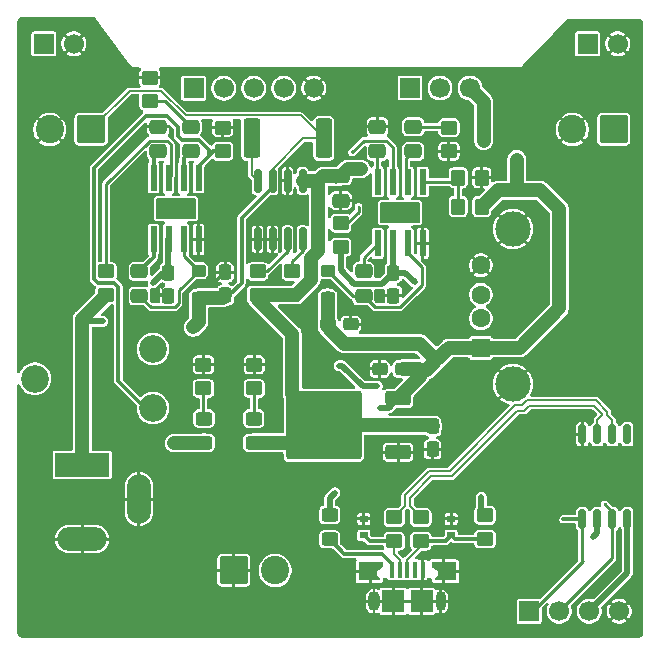
<source format=gbr>
%TF.GenerationSoftware,KiCad,Pcbnew,9.0.6-9.0.6~ubuntu22.04.1*%
%TF.CreationDate,2025-12-30T23:35:10+05:30*%
%TF.ProjectId,OverEngineered-PSU,4f766572-456e-4676-996e-65657265642d,rev?*%
%TF.SameCoordinates,Original*%
%TF.FileFunction,Copper,L1,Top*%
%TF.FilePolarity,Positive*%
%FSLAX46Y46*%
G04 Gerber Fmt 4.6, Leading zero omitted, Abs format (unit mm)*
G04 Created by KiCad (PCBNEW 9.0.6-9.0.6~ubuntu22.04.1) date 2025-12-30 23:35:10*
%MOMM*%
%LPD*%
G01*
G04 APERTURE LIST*
G04 Aperture macros list*
%AMRoundRect*
0 Rectangle with rounded corners*
0 $1 Rounding radius*
0 $2 $3 $4 $5 $6 $7 $8 $9 X,Y pos of 4 corners*
0 Add a 4 corners polygon primitive as box body*
4,1,4,$2,$3,$4,$5,$6,$7,$8,$9,$2,$3,0*
0 Add four circle primitives for the rounded corners*
1,1,$1+$1,$2,$3*
1,1,$1+$1,$4,$5*
1,1,$1+$1,$6,$7*
1,1,$1+$1,$8,$9*
0 Add four rect primitives between the rounded corners*
20,1,$1+$1,$2,$3,$4,$5,0*
20,1,$1+$1,$4,$5,$6,$7,0*
20,1,$1+$1,$6,$7,$8,$9,0*
20,1,$1+$1,$8,$9,$2,$3,0*%
%AMFreePoly0*
4,1,9,1.050000,0.350000,0.550000,0.000000,0.550000,-0.400000,0.800000,-0.650000,0.800000,-0.800000,-1.050000,-0.800000,-1.050000,0.800000,1.050000,0.800000,1.050000,0.350000,1.050000,0.350000,$1*%
%AMFreePoly1*
4,1,9,1.050000,-0.800000,-0.800000,-0.800000,-0.800000,-0.650000,-0.550000,-0.400000,-0.550000,0.000000,-1.050000,0.350000,-1.050000,0.800000,1.050000,0.800000,1.050000,-0.800000,1.050000,-0.800000,$1*%
G04 Aperture macros list end*
%TA.AperFunction,EtchedComponent*%
%ADD10C,0.127000*%
%TD*%
%TA.AperFunction,SMDPad,CuDef*%
%ADD11RoundRect,0.250000X-0.350000X0.275000X-0.350000X-0.275000X0.350000X-0.275000X0.350000X0.275000X0*%
%TD*%
%TA.AperFunction,SMDPad,CuDef*%
%ADD12RoundRect,0.250000X0.850000X0.350000X-0.850000X0.350000X-0.850000X-0.350000X0.850000X-0.350000X0*%
%TD*%
%TA.AperFunction,SMDPad,CuDef*%
%ADD13RoundRect,0.249997X2.950003X2.650003X-2.950003X2.650003X-2.950003X-2.650003X2.950003X-2.650003X0*%
%TD*%
%TA.AperFunction,ComponentPad*%
%ADD14R,1.700000X1.700000*%
%TD*%
%TA.AperFunction,ComponentPad*%
%ADD15C,1.700000*%
%TD*%
%TA.AperFunction,SMDPad,CuDef*%
%ADD16RoundRect,0.250000X0.475000X-0.337500X0.475000X0.337500X-0.475000X0.337500X-0.475000X-0.337500X0*%
%TD*%
%TA.AperFunction,SMDPad,CuDef*%
%ADD17RoundRect,0.250000X0.295000X-0.407500X0.295000X0.407500X-0.295000X0.407500X-0.295000X-0.407500X0*%
%TD*%
%TA.AperFunction,SMDPad,CuDef*%
%ADD18R,0.600000X2.200000*%
%TD*%
%TA.AperFunction,ComponentPad*%
%ADD19R,1.500000X1.600000*%
%TD*%
%TA.AperFunction,ComponentPad*%
%ADD20C,1.600000*%
%TD*%
%TA.AperFunction,ComponentPad*%
%ADD21C,3.000000*%
%TD*%
%TA.AperFunction,SMDPad,CuDef*%
%ADD22RoundRect,0.250000X0.450000X-0.350000X0.450000X0.350000X-0.450000X0.350000X-0.450000X-0.350000X0*%
%TD*%
%TA.AperFunction,SMDPad,CuDef*%
%ADD23RoundRect,0.250000X0.407500X0.295000X-0.407500X0.295000X-0.407500X-0.295000X0.407500X-0.295000X0*%
%TD*%
%TA.AperFunction,SMDPad,CuDef*%
%ADD24RoundRect,0.250000X-0.450000X0.325000X-0.450000X-0.325000X0.450000X-0.325000X0.450000X0.325000X0*%
%TD*%
%TA.AperFunction,SMDPad,CuDef*%
%ADD25RoundRect,0.150000X0.150000X-0.825000X0.150000X0.825000X-0.150000X0.825000X-0.150000X-0.825000X0*%
%TD*%
%TA.AperFunction,SMDPad,CuDef*%
%ADD26R,0.700000X0.600000*%
%TD*%
%TA.AperFunction,SMDPad,CuDef*%
%ADD27RoundRect,0.250000X-0.475000X0.337500X-0.475000X-0.337500X0.475000X-0.337500X0.475000X0.337500X0*%
%TD*%
%TA.AperFunction,SMDPad,CuDef*%
%ADD28RoundRect,0.250000X0.350000X0.450000X-0.350000X0.450000X-0.350000X-0.450000X0.350000X-0.450000X0*%
%TD*%
%TA.AperFunction,ComponentPad*%
%ADD29RoundRect,0.250001X-0.949999X-0.949999X0.949999X-0.949999X0.949999X0.949999X-0.949999X0.949999X0*%
%TD*%
%TA.AperFunction,ComponentPad*%
%ADD30C,2.400000*%
%TD*%
%TA.AperFunction,SMDPad,CuDef*%
%ADD31R,0.400000X1.350000*%
%TD*%
%TA.AperFunction,SMDPad,CuDef*%
%ADD32FreePoly0,0.000000*%
%TD*%
%TA.AperFunction,HeatsinkPad*%
%ADD33O,1.000000X1.700000*%
%TD*%
%TA.AperFunction,SMDPad,CuDef*%
%ADD34R,1.900000X1.900000*%
%TD*%
%TA.AperFunction,HeatsinkPad*%
%ADD35O,0.850000X1.700000*%
%TD*%
%TA.AperFunction,SMDPad,CuDef*%
%ADD36FreePoly1,0.000000*%
%TD*%
%TA.AperFunction,ComponentPad*%
%ADD37RoundRect,0.250001X0.949999X0.949999X-0.949999X0.949999X-0.949999X-0.949999X0.949999X-0.949999X0*%
%TD*%
%TA.AperFunction,SMDPad,CuDef*%
%ADD38RoundRect,0.250000X-0.350000X-0.450000X0.350000X-0.450000X0.350000X0.450000X-0.350000X0.450000X0*%
%TD*%
%TA.AperFunction,SMDPad,CuDef*%
%ADD39RoundRect,0.250000X-0.450000X0.350000X-0.450000X-0.350000X0.450000X-0.350000X0.450000X0.350000X0*%
%TD*%
%TA.AperFunction,ComponentPad*%
%ADD40C,2.340000*%
%TD*%
%TA.AperFunction,SMDPad,CuDef*%
%ADD41RoundRect,0.250000X-0.295000X0.407500X-0.295000X-0.407500X0.295000X-0.407500X0.295000X0.407500X0*%
%TD*%
%TA.AperFunction,SMDPad,CuDef*%
%ADD42RoundRect,0.249999X-0.450001X-1.425001X0.450001X-1.425001X0.450001X1.425001X-0.450001X1.425001X0*%
%TD*%
%TA.AperFunction,ComponentPad*%
%ADD43R,4.600000X2.000000*%
%TD*%
%TA.AperFunction,ComponentPad*%
%ADD44O,4.200000X2.000000*%
%TD*%
%TA.AperFunction,ComponentPad*%
%ADD45O,2.000000X4.200000*%
%TD*%
%TA.AperFunction,SMDPad,CuDef*%
%ADD46RoundRect,0.250000X-0.407500X-0.295000X0.407500X-0.295000X0.407500X0.295000X-0.407500X0.295000X0*%
%TD*%
%TA.AperFunction,SMDPad,CuDef*%
%ADD47RoundRect,0.162500X-0.162500X0.650000X-0.162500X-0.650000X0.162500X-0.650000X0.162500X0.650000X0*%
%TD*%
%TA.AperFunction,ViaPad*%
%ADD48C,0.300000*%
%TD*%
%TA.AperFunction,ViaPad*%
%ADD49C,0.500000*%
%TD*%
%TA.AperFunction,ViaPad*%
%ADD50C,1.200000*%
%TD*%
%TA.AperFunction,ViaPad*%
%ADD51C,0.250000*%
%TD*%
%TA.AperFunction,Conductor*%
%ADD52C,0.300000*%
%TD*%
%TA.AperFunction,Conductor*%
%ADD53C,0.500000*%
%TD*%
%TA.AperFunction,Conductor*%
%ADD54C,1.200000*%
%TD*%
%TA.AperFunction,Conductor*%
%ADD55C,0.250000*%
%TD*%
%TA.AperFunction,Conductor*%
%ADD56C,0.150000*%
%TD*%
%TA.AperFunction,Conductor*%
%ADD57C,0.200000*%
%TD*%
G04 APERTURE END LIST*
D10*
%TO.C,IC1*%
X117545000Y-92750000D02*
X114345000Y-92750000D01*
X114345000Y-91150000D01*
X117545000Y-91150000D01*
X117545000Y-92750000D01*
%TA.AperFunction,EtchedComponent*%
G36*
X117545000Y-92750000D02*
G01*
X114345000Y-92750000D01*
X114345000Y-91150000D01*
X117545000Y-91150000D01*
X117545000Y-92750000D01*
G37*
%TD.AperFunction*%
%TO.C,IC2*%
X136525000Y-93100000D02*
X133325000Y-93100000D01*
X133325000Y-91500000D01*
X136525000Y-91500000D01*
X136525000Y-93100000D01*
%TA.AperFunction,EtchedComponent*%
G36*
X136525000Y-93100000D02*
G01*
X133325000Y-93100000D01*
X133325000Y-91500000D01*
X136525000Y-91500000D01*
X136525000Y-93100000D01*
G37*
%TD.AperFunction*%
%TD*%
D11*
%TO.P,L1,1,1*%
%TO.N,Net-(IC1-SW)*%
X117850000Y-97200000D03*
%TO.P,L1,2,2*%
%TO.N,VAR_V*%
X117850000Y-99500000D03*
%TD*%
D12*
%TO.P,U2,1,GND*%
%TO.N,GND*%
X134750000Y-112577500D03*
%TO.P,U2,2,VO*%
%TO.N,3.3V*%
X134750000Y-110297500D03*
D13*
X128450000Y-110297500D03*
D12*
%TO.P,U2,3,VI*%
%TO.N,5V*%
X134750000Y-108017500D03*
%TD*%
D14*
%TO.P,J5,1,Pin_1*%
%TO.N,5V*%
X135756667Y-81735000D03*
D15*
%TO.P,J5,2,Pin_2*%
%TO.N,Net-(J5-Pin_2)*%
X138296667Y-81735000D03*
%TO.P,J5,3,Pin_3*%
%TO.N,3.3V*%
X140836667Y-81735000D03*
%TD*%
D16*
%TO.P,C5,1*%
%TO.N,Net-(IC1-COMP)*%
X117189200Y-87100000D03*
%TO.P,C5,2*%
%TO.N,Net-(C5-Pad2)*%
X117189200Y-85025000D03*
%TD*%
D17*
%TO.P,C9,1*%
%TO.N,VAR_V*%
X120100000Y-99287500D03*
%TO.P,C9,2*%
%TO.N,GND*%
X120100000Y-97332500D03*
%TD*%
D18*
%TO.P,IC1,1,BS*%
%TO.N,Net-(IC1-BS)*%
X114040000Y-94550000D03*
%TO.P,IC1,2,IN*%
%TO.N,/BARREL*%
X115310000Y-94550000D03*
%TO.P,IC1,3,SW*%
%TO.N,Net-(IC1-SW)*%
X116580000Y-94550000D03*
%TO.P,IC1,4,GND*%
%TO.N,GND*%
X117850000Y-94550000D03*
%TO.P,IC1,5,FB*%
%TO.N,Net-(IC1-FB)*%
X117850000Y-89350000D03*
%TO.P,IC1,6,COMP*%
%TO.N,Net-(IC1-COMP)*%
X116580000Y-89350000D03*
%TO.P,IC1,7,EN*%
%TO.N,Net-(IC1-EN)*%
X115310000Y-89350000D03*
%TO.P,IC1,8,SS*%
%TO.N,Net-(IC1-SS)*%
X114040000Y-89350000D03*
%TD*%
D19*
%TO.P,J4,1,VBUS*%
%TO.N,5V*%
X141760000Y-103750000D03*
D20*
%TO.P,J4,2,D-*%
%TO.N,unconnected-(J4-D--Pad2)*%
X141760000Y-101250000D03*
%TO.P,J4,3,D+*%
%TO.N,unconnected-(J4-D+-Pad3)*%
X141760000Y-99250000D03*
%TO.P,J4,4,GND*%
%TO.N,GND*%
X141760000Y-96750000D03*
D21*
%TO.P,J4,5,Shield*%
X144470000Y-106820000D03*
X144470000Y-93680000D03*
%TD*%
D22*
%TO.P,R9,1*%
%TO.N,Net-(J1-D+)*%
X136678000Y-120100000D03*
%TO.P,R9,2*%
%TO.N,/D+*%
X136678000Y-118100000D03*
%TD*%
D23*
%TO.P,C11,1*%
%TO.N,5V*%
X135147500Y-105522500D03*
%TO.P,C11,2*%
%TO.N,GND*%
X133192500Y-105522500D03*
%TD*%
D24*
%TO.P,D4,1,K*%
%TO.N,Net-(D4-K)*%
X122525000Y-109725000D03*
%TO.P,D4,2,A*%
%TO.N,3.3V*%
X122525000Y-111775000D03*
%TD*%
D22*
%TO.P,R14,1*%
%TO.N,3.3V*%
X122850000Y-99270000D03*
%TO.P,R14,2*%
%TO.N,Net-(U3-SDA)*%
X122850000Y-97270000D03*
%TD*%
%TO.P,R11,1*%
%TO.N,Net-(D4-K)*%
X122570000Y-107175000D03*
%TO.P,R11,2*%
%TO.N,GND*%
X122570000Y-105175000D03*
%TD*%
D25*
%TO.P,U3,1,A1*%
%TO.N,GND*%
X122850000Y-94550000D03*
%TO.P,U3,2,A0*%
X124120000Y-94550000D03*
%TO.P,U3,3,SDA*%
%TO.N,Net-(U3-SDA)*%
X125390000Y-94550000D03*
%TO.P,U3,4,SCL*%
%TO.N,Net-(U3-SCL)*%
X126660000Y-94550000D03*
%TO.P,U3,5,VS*%
%TO.N,3.3V*%
X126660000Y-89600000D03*
%TO.P,U3,6,GND*%
%TO.N,GND*%
X125390000Y-89600000D03*
%TO.P,U3,7,IN-*%
%TO.N,VAR_V*%
X124120000Y-89600000D03*
%TO.P,U3,8,IN+*%
%TO.N,Net-(U3-IN+)*%
X122850000Y-89600000D03*
%TD*%
D22*
%TO.P,R1,1*%
%TO.N,Net-(C5-Pad2)*%
X113725000Y-82855000D03*
%TO.P,R1,2*%
%TO.N,GND*%
X113725000Y-80855000D03*
%TD*%
D26*
%TO.P,D2,A*%
%TO.N,GND*%
X139239000Y-118225000D03*
%TO.P,D2,K*%
%TO.N,Net-(J1-D+)*%
X139239000Y-119625000D03*
%TD*%
D18*
%TO.P,IC2,1,BS*%
%TO.N,Net-(IC2-BS)*%
X133020000Y-94900000D03*
%TO.P,IC2,2,IN*%
%TO.N,/BARREL*%
X134290000Y-94900000D03*
%TO.P,IC2,3,SW*%
%TO.N,Net-(IC2-SW)*%
X135560000Y-94900000D03*
%TO.P,IC2,4,GND*%
%TO.N,GND*%
X136830000Y-94900000D03*
%TO.P,IC2,5,FB*%
%TO.N,Net-(IC2-FB)*%
X136830000Y-89700000D03*
%TO.P,IC2,6,COMP*%
%TO.N,Net-(IC2-COMP)*%
X135560000Y-89700000D03*
%TO.P,IC2,7,EN*%
%TO.N,Net-(IC2-EN)*%
X134290000Y-89700000D03*
%TO.P,IC2,8,SS*%
%TO.N,Net-(IC2-SS)*%
X133020000Y-89700000D03*
%TD*%
D14*
%TO.P,J8,1,Pin_1*%
%TO.N,/SDA*%
X145850000Y-126050000D03*
D15*
%TO.P,J8,2,Pin_2*%
%TO.N,/SCL*%
X148390000Y-126050000D03*
%TO.P,J8,3,Pin_3*%
%TO.N,5V*%
X150930000Y-126050000D03*
%TO.P,J8,4,Pin_4*%
%TO.N,GND*%
X153470000Y-126050000D03*
%TD*%
D27*
%TO.P,C7,1*%
%TO.N,Net-(IC1-BS)*%
X112850000Y-97262500D03*
%TO.P,C7,2*%
%TO.N,Net-(IC1-SW)*%
X112850000Y-99337500D03*
%TD*%
D28*
%TO.P,R7,1*%
%TO.N,5V*%
X141840000Y-91775000D03*
%TO.P,R7,2*%
%TO.N,Net-(IC2-FB)*%
X139840000Y-91775000D03*
%TD*%
D29*
%TO.P,J3,1,Pin_1*%
%TO.N,GND*%
X120841083Y-122585000D03*
D30*
%TO.P,J3,2,Pin_2*%
%TO.N,/BARREL*%
X124341083Y-122585000D03*
%TD*%
D31*
%TO.P,J1,1,VBUS*%
%TO.N,Net-(D1-A)*%
X134232167Y-122525000D03*
%TO.P,J1,2,D-*%
%TO.N,Net-(J1-D-)*%
X134882167Y-122525000D03*
%TO.P,J1,3,D+*%
%TO.N,Net-(J1-D+)*%
X135532167Y-122525000D03*
%TO.P,J1,4,ID*%
%TO.N,unconnected-(J1-ID-Pad4)*%
X136182167Y-122525000D03*
%TO.P,J1,5,GND*%
%TO.N,GND*%
X136832167Y-122525000D03*
D32*
%TO.P,J1,6,Shield*%
X132432167Y-122650000D03*
D33*
X132707167Y-125200000D03*
D34*
X134332167Y-125200000D03*
X136732167Y-125200000D03*
D35*
X138357167Y-125200000D03*
D36*
X138632167Y-122650000D03*
%TD*%
D37*
%TO.P,J6,1,Pin_1*%
%TO.N,Net-(J5-Pin_2)*%
X153000000Y-85250000D03*
D30*
%TO.P,J6,2,Pin_2*%
%TO.N,GND*%
X149500000Y-85250000D03*
%TD*%
D16*
%TO.P,C3,1*%
%TO.N,Net-(IC1-SS)*%
X114448400Y-87100000D03*
%TO.P,C3,2*%
%TO.N,GND*%
X114448400Y-85025000D03*
%TD*%
D24*
%TO.P,D1,1,K*%
%TO.N,5V*%
X128950000Y-117900000D03*
%TO.P,D1,2,A*%
%TO.N,Net-(D1-A)*%
X128950000Y-119950000D03*
%TD*%
D27*
%TO.P,C13,1*%
%TO.N,3.3V*%
X129900000Y-89200000D03*
%TO.P,C13,2*%
%TO.N,GND*%
X129900000Y-91275000D03*
%TD*%
D22*
%TO.P,R12,1*%
%TO.N,Net-(D5-K)*%
X118272500Y-107175000D03*
%TO.P,R12,2*%
%TO.N,GND*%
X118272500Y-105175000D03*
%TD*%
D38*
%TO.P,R6,1*%
%TO.N,Net-(IC2-FB)*%
X139840000Y-89325000D03*
%TO.P,R6,2*%
%TO.N,GND*%
X141840000Y-89325000D03*
%TD*%
D22*
%TO.P,R2,1*%
%TO.N,/BARREL*%
X110025000Y-99270000D03*
%TO.P,R2,2*%
%TO.N,Net-(IC1-EN)*%
X110025000Y-97270000D03*
%TD*%
%TO.P,R5,1*%
%TO.N,Net-(IC1-FB)*%
X119900000Y-87092500D03*
%TO.P,R5,2*%
%TO.N,GND*%
X119900000Y-85092500D03*
%TD*%
D39*
%TO.P,R3,1*%
%TO.N,Net-(C6-Pad2)*%
X139050000Y-85092500D03*
%TO.P,R3,2*%
%TO.N,GND*%
X139050000Y-87092500D03*
%TD*%
D40*
%TO.P,RV1,1,1*%
%TO.N,VAR_V*%
X114000000Y-103850000D03*
%TO.P,RV1,2,2*%
X104000000Y-106350000D03*
%TO.P,RV1,3,3*%
%TO.N,Net-(IC1-FB)*%
X114000000Y-108850000D03*
%TD*%
D39*
%TO.P,R8,1*%
%TO.N,5V*%
X142100000Y-117925000D03*
%TO.P,R8,2*%
%TO.N,Net-(J1-D+)*%
X142100000Y-119925000D03*
%TD*%
D14*
%TO.P,J9,1,Pin_1*%
%TO.N,/PB1*%
X117443333Y-81755000D03*
D15*
%TO.P,J9,2,Pin_2*%
%TO.N,/SDA*%
X119983333Y-81755000D03*
%TO.P,J9,3,Pin_3*%
%TO.N,/SCL*%
X122523333Y-81755000D03*
%TO.P,J9,4,Pin_4*%
%TO.N,5V*%
X125063333Y-81755000D03*
%TO.P,J9,5,Pin_5*%
%TO.N,GND*%
X127603333Y-81755000D03*
%TD*%
D22*
%TO.P,R10,1*%
%TO.N,Net-(J1-D-)*%
X134417000Y-120100000D03*
%TO.P,R10,2*%
%TO.N,/D-*%
X134417000Y-118100000D03*
%TD*%
D11*
%TO.P,L2,1,1*%
%TO.N,Net-(IC2-SW)*%
X128775000Y-97200000D03*
%TO.P,L2,2,2*%
%TO.N,5V*%
X128775000Y-99500000D03*
%TD*%
D41*
%TO.P,C2,1*%
%TO.N,/BARREL*%
X134350000Y-97372500D03*
%TO.P,C2,2*%
%TO.N,GND*%
X134350000Y-99327500D03*
%TD*%
D42*
%TO.P,R13,1*%
%TO.N,Net-(U3-IN+)*%
X122350000Y-86012500D03*
%TO.P,R13,2*%
%TO.N,VAR_V*%
X128450000Y-86012500D03*
%TD*%
D16*
%TO.P,C6,1*%
%TO.N,Net-(IC2-COMP)*%
X136040000Y-87100000D03*
%TO.P,C6,2*%
%TO.N,Net-(C6-Pad2)*%
X136040000Y-85025000D03*
%TD*%
D22*
%TO.P,R15,1*%
%TO.N,3.3V*%
X125800000Y-99270000D03*
%TO.P,R15,2*%
%TO.N,Net-(U3-SCL)*%
X125800000Y-97270000D03*
%TD*%
%TO.P,R4,1*%
%TO.N,/BARREL*%
X129900000Y-95200000D03*
%TO.P,R4,2*%
%TO.N,Net-(IC2-EN)*%
X129900000Y-93200000D03*
%TD*%
D37*
%TO.P,J10,1,Pin_1*%
%TO.N,VAR_V*%
X108750000Y-85250000D03*
D30*
%TO.P,J10,2,Pin_2*%
%TO.N,GND*%
X105250000Y-85250000D03*
%TD*%
D16*
%TO.P,C4,1*%
%TO.N,Net-(IC2-SS)*%
X133000000Y-87100000D03*
%TO.P,C4,2*%
%TO.N,GND*%
X133000000Y-85025000D03*
%TD*%
D41*
%TO.P,C1,1*%
%TO.N,/BARREL*%
X115300000Y-97372500D03*
%TO.P,C1,2*%
%TO.N,GND*%
X115300000Y-99327500D03*
%TD*%
D27*
%TO.P,C8,1*%
%TO.N,Net-(IC2-BS)*%
X131825000Y-97262500D03*
%TO.P,C8,2*%
%TO.N,Net-(IC2-SW)*%
X131825000Y-99337500D03*
%TD*%
D26*
%TO.P,D3,A*%
%TO.N,GND*%
X131856000Y-118225000D03*
%TO.P,D3,K*%
%TO.N,Net-(J1-D-)*%
X131856000Y-119625000D03*
%TD*%
D43*
%TO.P,J12,1*%
%TO.N,/BARREL*%
X108000000Y-113650000D03*
D44*
%TO.P,J12,2*%
%TO.N,GND*%
X108000000Y-119950000D03*
D45*
%TO.P,J12,3*%
X112800000Y-116550000D03*
%TD*%
D46*
%TO.P,C10,1*%
%TO.N,5V*%
X128795000Y-101750000D03*
%TO.P,C10,2*%
%TO.N,GND*%
X130750000Y-101750000D03*
%TD*%
D24*
%TO.P,D5,1,K*%
%TO.N,Net-(D5-K)*%
X118317500Y-109725000D03*
%TO.P,D5,2,A*%
%TO.N,/BARREL*%
X118317500Y-111775000D03*
%TD*%
D47*
%TO.P,U1,1,~{RESET}/PB5*%
%TO.N,unconnected-(U1-~{RESET}{slash}PB5-Pad1)*%
X154150000Y-111062500D03*
%TO.P,U1,2,XTAL1/PB3*%
%TO.N,/D-*%
X152880000Y-111062500D03*
%TO.P,U1,3,XTAL2/PB4*%
%TO.N,/D+*%
X151610000Y-111062500D03*
%TO.P,U1,4,GND*%
%TO.N,GND*%
X150340000Y-111062500D03*
%TO.P,U1,5,AREF/PB0*%
%TO.N,/SDA*%
X150340000Y-118237500D03*
%TO.P,U1,6,PB1*%
%TO.N,/PB1*%
X151610000Y-118237500D03*
%TO.P,U1,7,PB2*%
%TO.N,/SCL*%
X152880000Y-118237500D03*
%TO.P,U1,8,VCC*%
%TO.N,5V*%
X154150000Y-118237500D03*
%TD*%
D41*
%TO.P,C12,1*%
%TO.N,3.3V*%
X137675000Y-110372500D03*
%TO.P,C12,2*%
%TO.N,GND*%
X137675000Y-112327500D03*
%TD*%
D14*
%TO.P,J7,1,Pin_1*%
%TO.N,Net-(J5-Pin_2)*%
X150800000Y-78000000D03*
D15*
%TO.P,J7,2,Pin_2*%
%TO.N,GND*%
X153340000Y-78000000D03*
%TD*%
D14*
%TO.P,J11,1,Pin_1*%
%TO.N,VAR_V*%
X104750000Y-78000000D03*
D15*
%TO.P,J11,2,Pin_2*%
%TO.N,GND*%
X107290000Y-78000000D03*
%TD*%
D48*
%TO.N,GND*%
X135250000Y-98500000D03*
D49*
X114750000Y-98500000D03*
X114500000Y-101250000D03*
X115300000Y-99327500D03*
D48*
X133000000Y-97500000D03*
X133000000Y-99250000D03*
D49*
X110750000Y-96000000D03*
X114250000Y-99250000D03*
D48*
X109500000Y-96000000D03*
%TO.N,/BARREL*%
X114000000Y-98250000D03*
X109750000Y-101500000D03*
D50*
X115800000Y-111800000D03*
D49*
X136200000Y-98200000D03*
D50*
%TO.N,VAR_V*%
X117400000Y-102000000D03*
D49*
%TO.N,5V*%
X141800000Y-116400000D03*
X133200000Y-108800000D03*
D50*
X144800000Y-87800000D03*
D49*
X129400000Y-116000000D03*
D50*
%TO.N,3.3V*%
X142000000Y-86200000D03*
X131600000Y-88600000D03*
D51*
%TO.N,Net-(IC2-EN)*%
X131400000Y-91800000D03*
X130847466Y-87200000D03*
D48*
%TO.N,/SCL*%
X152250000Y-117000000D03*
%TO.N,/SDA*%
X148750000Y-118250000D03*
D49*
%TO.N,/PB1*%
X129750000Y-105250000D03*
X151250000Y-119750000D03*
X133000000Y-107000000D03*
%TD*%
D52*
%TO.N,GND*%
X116647000Y-99221130D02*
X116647000Y-100177680D01*
X115574680Y-101250000D02*
X114500000Y-101250000D01*
X114250000Y-99250000D02*
X115222500Y-99250000D01*
X120100000Y-97332500D02*
X119356500Y-98076000D01*
X119356500Y-98076000D02*
X117792130Y-98076000D01*
X115222500Y-99250000D02*
X115300000Y-99327500D01*
X117792130Y-98076000D02*
X116647000Y-99221130D01*
X116647000Y-100177680D02*
X115574680Y-101250000D01*
D53*
%TO.N,/BARREL*%
X134350000Y-97372500D02*
X135372500Y-97372500D01*
X129900000Y-97148292D02*
X129900000Y-95200000D01*
X134350000Y-97372500D02*
X133422500Y-98300000D01*
X134290000Y-94900000D02*
X134290000Y-97312500D01*
D54*
X115800000Y-111800000D02*
X118292500Y-111800000D01*
D53*
X131051708Y-98300000D02*
X129900000Y-97148292D01*
X135372500Y-97372500D02*
X136200000Y-98200000D01*
D54*
X118292500Y-111800000D02*
X118317500Y-111775000D01*
D53*
X115310000Y-95350000D02*
X115310000Y-94550000D01*
X108205000Y-101500000D02*
X108000000Y-101295000D01*
X115300000Y-97372500D02*
X114877500Y-97372500D01*
D54*
X108000000Y-101295000D02*
X110025000Y-99270000D01*
D53*
X133422500Y-98300000D02*
X131051708Y-98300000D01*
X114877500Y-97372500D02*
X114000000Y-98250000D01*
X115300000Y-97372500D02*
X115300000Y-94560000D01*
X134290000Y-97312500D02*
X134350000Y-97372500D01*
X109750000Y-101500000D02*
X108205000Y-101500000D01*
D54*
X108000000Y-113650000D02*
X108000000Y-101295000D01*
D53*
X115300000Y-94560000D02*
X115310000Y-94550000D01*
D52*
%TO.N,Net-(IC1-SS)*%
X114040000Y-87508400D02*
X114448400Y-87100000D01*
X114040000Y-89350000D02*
X114040000Y-87508400D01*
D55*
%TO.N,Net-(IC2-SS)*%
X133000000Y-89680000D02*
X133020000Y-89700000D01*
X133000000Y-87100000D02*
X133000000Y-89680000D01*
%TO.N,Net-(C5-Pad2)*%
X117189200Y-85025000D02*
X115019200Y-82855000D01*
X115019200Y-82855000D02*
X113725000Y-82855000D01*
D52*
%TO.N,Net-(IC1-COMP)*%
X116580000Y-89350000D02*
X116580000Y-87709200D01*
X116580000Y-87709200D02*
X117189200Y-87100000D01*
D55*
%TO.N,Net-(IC2-COMP)*%
X135400000Y-87740000D02*
X135400000Y-89540000D01*
X135400000Y-89540000D02*
X135560000Y-89700000D01*
X136040000Y-87100000D02*
X135400000Y-87740000D01*
%TO.N,Net-(C6-Pad2)*%
X138982500Y-85025000D02*
X139050000Y-85092500D01*
X136040000Y-85025000D02*
X138982500Y-85025000D01*
D52*
%TO.N,Net-(IC1-BS)*%
X114040000Y-96072500D02*
X112850000Y-97262500D01*
X114040000Y-94550000D02*
X114040000Y-96072500D01*
D55*
%TO.N,Net-(IC1-SW)*%
X116171000Y-99980514D02*
X115840514Y-100311000D01*
X116580000Y-94550000D02*
X116580000Y-95930000D01*
X113823500Y-100311000D02*
X112850000Y-99337500D01*
X115840514Y-100311000D02*
X113823500Y-100311000D01*
X117850000Y-97200000D02*
X116171000Y-98879000D01*
X116171000Y-98879000D02*
X116171000Y-99980514D01*
X116580000Y-95930000D02*
X117850000Y-97200000D01*
%TO.N,Net-(IC2-BS)*%
X131825000Y-96095000D02*
X131825000Y-97262500D01*
X133020000Y-94900000D02*
X131825000Y-96095000D01*
%TO.N,Net-(IC2-SW)*%
X136776000Y-96916000D02*
X136776000Y-98438588D01*
X136776000Y-98438588D02*
X134903588Y-100311000D01*
X135560000Y-95700000D02*
X136776000Y-96916000D01*
X135560000Y-94900000D02*
X135560000Y-95700000D01*
X134903588Y-100311000D02*
X132798500Y-100311000D01*
X132798500Y-100311000D02*
X131825000Y-99337500D01*
X130912500Y-99337500D02*
X131825000Y-99337500D01*
X128775000Y-97200000D02*
X130912500Y-99337500D01*
D56*
%TO.N,VAR_V*%
X124120000Y-88625001D02*
X126732501Y-86012500D01*
X112021000Y-81979000D02*
X108750000Y-85250000D01*
D52*
X121500000Y-98250000D02*
X121500000Y-92750000D01*
D56*
X126499000Y-84061500D02*
X116792800Y-84061500D01*
X126732501Y-86012500D02*
X128450000Y-86012500D01*
D54*
X119887500Y-99500000D02*
X120100000Y-99287500D01*
D52*
X120462500Y-99287500D02*
X121500000Y-98250000D01*
D56*
X116792800Y-84061500D02*
X114710300Y-81979000D01*
X128450000Y-86012500D02*
X126499000Y-84061500D01*
D52*
X121500000Y-92750000D02*
X124120000Y-90130000D01*
D54*
X117850000Y-101550000D02*
X117400000Y-102000000D01*
D56*
X124120000Y-89600000D02*
X124120000Y-88625001D01*
D52*
X124120000Y-90130000D02*
X124120000Y-89600000D01*
X120100000Y-99287500D02*
X120462500Y-99287500D01*
D54*
X117850000Y-99500000D02*
X117850000Y-101550000D01*
X117850000Y-99500000D02*
X119887500Y-99500000D01*
D56*
X114710300Y-81979000D02*
X112021000Y-81979000D01*
D53*
%TO.N,5V*%
X128950000Y-116450000D02*
X129400000Y-116000000D01*
D54*
X128775000Y-101730000D02*
X128795000Y-101750000D01*
X136600000Y-103400000D02*
X138000000Y-104800000D01*
X145050000Y-103750000D02*
X148400000Y-100400000D01*
X130204234Y-103400000D02*
X136600000Y-103400000D01*
X135367500Y-107400000D02*
X136600000Y-106167500D01*
D53*
X133967500Y-108800000D02*
X134750000Y-108017500D01*
X128950000Y-117900000D02*
X128950000Y-116450000D01*
X154150000Y-122830000D02*
X154150000Y-118237500D01*
D54*
X148400000Y-92000000D02*
X146800000Y-90400000D01*
D53*
X133200000Y-108800000D02*
X133967500Y-108800000D01*
D54*
X128775000Y-99500000D02*
X128775000Y-101730000D01*
X139050000Y-103750000D02*
X141760000Y-103750000D01*
X144800000Y-87800000D02*
X144800000Y-90400000D01*
X128795000Y-101990766D02*
X130204234Y-103400000D01*
X146800000Y-90400000D02*
X144800000Y-90400000D01*
X134750000Y-108017500D02*
X135367500Y-107400000D01*
X136522500Y-105522500D02*
X135147500Y-105522500D01*
X138000000Y-104800000D02*
X139050000Y-103750000D01*
D53*
X141800000Y-117625000D02*
X142100000Y-117925000D01*
X150930000Y-126050000D02*
X154150000Y-122830000D01*
D54*
X136600000Y-106167500D02*
X136600000Y-105600000D01*
X143215000Y-90400000D02*
X141840000Y-91775000D01*
X128795000Y-101750000D02*
X128795000Y-101990766D01*
X136600000Y-105600000D02*
X136522500Y-105522500D01*
X141760000Y-103750000D02*
X145050000Y-103750000D01*
D53*
X141800000Y-116400000D02*
X141800000Y-117625000D01*
D54*
X136600000Y-105600000D02*
X137200000Y-105600000D01*
X144800000Y-90400000D02*
X143215000Y-90400000D01*
X137200000Y-105600000D02*
X138000000Y-104800000D01*
X148400000Y-100400000D02*
X148400000Y-92000000D01*
%TO.N,3.3V*%
X122525000Y-111775000D02*
X126972500Y-111775000D01*
X128000000Y-95534074D02*
X128000000Y-89600000D01*
X126093266Y-99270000D02*
X127374000Y-97989266D01*
X127374000Y-97989266D02*
X127374000Y-96160074D01*
X128000000Y-89600000D02*
X128400000Y-89200000D01*
X131600000Y-88600000D02*
X130500000Y-88600000D01*
X122850000Y-99650000D02*
X122850000Y-99270000D01*
X128000000Y-89600000D02*
X126660000Y-89600000D01*
D53*
X129500000Y-89600000D02*
X129900000Y-89200000D01*
D54*
X128400000Y-89200000D02*
X129900000Y-89200000D01*
X125800000Y-102600000D02*
X122850000Y-99650000D01*
X137600000Y-110297500D02*
X137675000Y-110372500D01*
X126972500Y-111775000D02*
X128450000Y-110297500D01*
X134750000Y-110297500D02*
X137600000Y-110297500D01*
X125800000Y-99270000D02*
X126093266Y-99270000D01*
X125800000Y-99270000D02*
X122850000Y-99270000D01*
X128450000Y-110297500D02*
X134750000Y-110297500D01*
X140836667Y-81735000D02*
X142000000Y-82898333D01*
X130500000Y-88600000D02*
X129900000Y-89200000D01*
X125800000Y-107647500D02*
X125800000Y-102600000D01*
X127374000Y-96160074D02*
X128000000Y-95534074D01*
X142000000Y-82898333D02*
X142000000Y-86200000D01*
X128450000Y-110297500D02*
X125800000Y-107647500D01*
D52*
%TO.N,Net-(D1-A)*%
X134232167Y-122050000D02*
X133382167Y-121200000D01*
X133382167Y-121200000D02*
X130200000Y-121200000D01*
X130200000Y-121200000D02*
X128950000Y-119950000D01*
X134232167Y-122525000D02*
X134232167Y-122050000D01*
%TO.N,Net-(J1-D+)*%
X139539000Y-119925000D02*
X139239000Y-119625000D01*
D57*
X135532167Y-122525000D02*
X135532167Y-121667833D01*
D52*
X136678000Y-120100000D02*
X138764000Y-120100000D01*
X138764000Y-120100000D02*
X139239000Y-119625000D01*
X142100000Y-119925000D02*
X139539000Y-119925000D01*
D57*
X136678000Y-120522000D02*
X136678000Y-120100000D01*
X135532167Y-121667833D02*
X136678000Y-120522000D01*
D52*
%TO.N,Net-(J1-D-)*%
X132331000Y-120100000D02*
X131856000Y-119625000D01*
D57*
X134882167Y-122525000D02*
X134882167Y-121682167D01*
X134882167Y-121682167D02*
X134417000Y-121217000D01*
X134417000Y-121217000D02*
X134417000Y-120100000D01*
D52*
X134417000Y-120100000D02*
X132331000Y-120100000D01*
D55*
%TO.N,Net-(D4-K)*%
X122570000Y-109680000D02*
X122525000Y-109725000D01*
X122570000Y-107175000D02*
X122570000Y-109680000D01*
%TO.N,Net-(D5-K)*%
X118272500Y-107175000D02*
X118272500Y-109680000D01*
X118272500Y-109680000D02*
X118317500Y-109725000D01*
D52*
%TO.N,Net-(IC1-FB)*%
X108974000Y-97875870D02*
X108974000Y-88526000D01*
X114000000Y-109500000D02*
X113350000Y-108850000D01*
X111076000Y-106576000D02*
X111076000Y-98566130D01*
X117920070Y-86161500D02*
X118725000Y-86966430D01*
X119107500Y-87092500D02*
X119900000Y-87092500D01*
X116113200Y-85816370D02*
X116458330Y-86161500D01*
X116113200Y-85020430D02*
X116113200Y-85816370D01*
X108974000Y-88526000D02*
X113413500Y-84086500D01*
X118725000Y-87475000D02*
X119107500Y-87092500D01*
X110730870Y-98221000D02*
X109319130Y-98221000D01*
X113413500Y-84086500D02*
X115179270Y-84086500D01*
X115179270Y-84086500D02*
X116113200Y-85020430D01*
X117850000Y-88350000D02*
X118725000Y-87475000D01*
X111076000Y-98566130D02*
X110730870Y-98221000D01*
X109319130Y-98221000D02*
X108974000Y-97875870D01*
X117850000Y-89350000D02*
X117850000Y-88350000D01*
X116458330Y-86161500D02*
X117920070Y-86161500D01*
X114000000Y-108850000D02*
X113350000Y-108850000D01*
X118725000Y-86966430D02*
X118725000Y-87475000D01*
X113350000Y-108850000D02*
X111076000Y-106576000D01*
D55*
%TO.N,Net-(IC1-EN)*%
X115499400Y-86516986D02*
X115499400Y-89160600D01*
X115168914Y-86186500D02*
X115499400Y-86516986D01*
X113727886Y-86186500D02*
X115168914Y-86186500D01*
X110025000Y-97270000D02*
X110025000Y-89889386D01*
X110025000Y-89889386D02*
X113727886Y-86186500D01*
X115499400Y-89160600D02*
X115310000Y-89350000D01*
%TO.N,Net-(IC2-EN)*%
X134290000Y-86755986D02*
X133720514Y-86186500D01*
X131400000Y-92200000D02*
X131400000Y-91800000D01*
X131860966Y-86186500D02*
X130847466Y-87200000D01*
X130400000Y-93200000D02*
X131400000Y-92200000D01*
X129900000Y-93200000D02*
X130400000Y-93200000D01*
X133720514Y-86186500D02*
X131860966Y-86186500D01*
X134290000Y-89700000D02*
X134290000Y-86755986D01*
%TO.N,Net-(IC2-FB)*%
X136830000Y-89700000D02*
X139465000Y-89700000D01*
X139465000Y-89700000D02*
X139840000Y-89325000D01*
X139840000Y-89325000D02*
X139840000Y-91775000D01*
%TO.N,/SCL*%
X148390000Y-126050000D02*
X152880000Y-121560000D01*
X152880000Y-121560000D02*
X152880000Y-118237500D01*
X152880000Y-117630000D02*
X152250000Y-117000000D01*
X152880000Y-118237500D02*
X152880000Y-117630000D01*
D52*
%TO.N,/SDA*%
X150327500Y-118250000D02*
X150340000Y-118237500D01*
D55*
X150340000Y-121740000D02*
X150340000Y-118237500D01*
X146150000Y-126050000D02*
X150400000Y-121800000D01*
X145850000Y-126050000D02*
X146150000Y-126050000D01*
X150400000Y-121800000D02*
X150340000Y-121740000D01*
D52*
X148750000Y-118250000D02*
X150327500Y-118250000D01*
D53*
%TO.N,/PB1*%
X131750792Y-107000000D02*
X133000000Y-107000000D01*
X151610000Y-119390000D02*
X151250000Y-119750000D01*
X151610000Y-118237500D02*
X151610000Y-119390000D01*
X130000792Y-105250000D02*
X131750792Y-107000000D01*
X129750000Y-105250000D02*
X130000792Y-105250000D01*
D57*
%TO.N,/D+*%
X152020000Y-109433749D02*
X151610000Y-109843749D01*
X144847218Y-109070980D02*
X145402387Y-109070980D01*
X135772500Y-116417015D02*
X137565556Y-114623959D01*
X137565556Y-114623959D02*
X139294239Y-114623959D01*
X136678000Y-118000000D02*
X135772500Y-117094500D01*
X135772500Y-117094500D02*
X135772500Y-116417015D01*
X151306802Y-108625000D02*
X152020000Y-109338198D01*
X139294239Y-114623959D02*
X144847218Y-109070980D01*
X145848367Y-108625000D02*
X151306802Y-108625000D01*
X136678000Y-118100000D02*
X136678000Y-118000000D01*
X152020000Y-109338198D02*
X152020000Y-109433749D01*
X145402387Y-109070980D02*
X145848367Y-108625000D01*
X151610000Y-109843749D02*
X151610000Y-111062500D01*
%TO.N,/D-*%
X151493198Y-108175000D02*
X152470000Y-109151802D01*
X135322500Y-116230619D02*
X137379160Y-114173959D01*
X137379160Y-114173959D02*
X139107843Y-114173959D01*
X135322500Y-117094500D02*
X135322500Y-116230619D01*
X152470000Y-109433749D02*
X152880000Y-109843749D01*
X152470000Y-109151802D02*
X152470000Y-109433749D01*
X145661999Y-108175000D02*
X151493198Y-108175000D01*
X152880000Y-109843749D02*
X152880000Y-111062500D01*
X134417000Y-118000000D02*
X135322500Y-117094500D01*
X144660802Y-108621000D02*
X145215999Y-108621000D01*
X145215999Y-108621000D02*
X145661999Y-108175000D01*
X134417000Y-118100000D02*
X134417000Y-118000000D01*
X139107843Y-114173959D02*
X144660802Y-108621000D01*
D56*
%TO.N,Net-(U3-IN+)*%
X122350000Y-86012500D02*
X122350000Y-89100000D01*
X122350000Y-89100000D02*
X122850000Y-89600000D01*
D55*
%TO.N,Net-(U3-SDA)*%
X125390000Y-94550000D02*
X125390000Y-95524999D01*
X125390000Y-95524999D02*
X123644999Y-97270000D01*
X123644999Y-97270000D02*
X122850000Y-97270000D01*
%TO.N,Net-(U3-SCL)*%
X125800000Y-96384999D02*
X125800000Y-97270000D01*
X126660000Y-94550000D02*
X126660000Y-95524999D01*
X126660000Y-95524999D02*
X125800000Y-96384999D01*
%TD*%
%TA.AperFunction,Conductor*%
%TO.N,GND*%
G36*
X114800611Y-98185764D02*
G01*
X114804570Y-98187150D01*
X114920299Y-98227646D01*
X114927024Y-98229115D01*
X114988319Y-98262650D01*
X115021754Y-98324001D01*
X115016712Y-98393688D01*
X114974795Y-98449587D01*
X114927024Y-98471404D01*
X114920392Y-98472852D01*
X114792354Y-98517653D01*
X114683207Y-98598207D01*
X114602653Y-98707354D01*
X114557850Y-98835395D01*
X114557850Y-98835399D01*
X114555000Y-98865793D01*
X114555000Y-99202500D01*
X115176000Y-99202500D01*
X115184685Y-99205050D01*
X115193647Y-99203762D01*
X115217687Y-99214740D01*
X115243039Y-99222185D01*
X115248966Y-99229025D01*
X115257203Y-99232787D01*
X115271492Y-99255021D01*
X115288794Y-99274989D01*
X115291081Y-99285503D01*
X115294977Y-99291565D01*
X115300000Y-99326500D01*
X115300000Y-99328500D01*
X115280315Y-99395539D01*
X115227511Y-99441294D01*
X115176000Y-99452500D01*
X114555001Y-99452500D01*
X114555001Y-99789196D01*
X114557852Y-99819607D01*
X114558179Y-99820542D01*
X114558216Y-99821276D01*
X114559462Y-99826980D01*
X114558518Y-99827186D01*
X114561743Y-99890320D01*
X114527016Y-99950949D01*
X114465024Y-99983178D01*
X114441139Y-99985500D01*
X114009689Y-99985500D01*
X113980248Y-99976855D01*
X113950262Y-99970332D01*
X113945246Y-99966577D01*
X113942650Y-99965815D01*
X113922008Y-99949181D01*
X113810426Y-99837599D01*
X113776941Y-99776276D01*
X113774649Y-99738337D01*
X113775500Y-99729264D01*
X113775500Y-98945730D01*
X113772646Y-98915301D01*
X113768289Y-98902850D01*
X113749810Y-98850041D01*
X113746248Y-98780265D01*
X113780976Y-98719638D01*
X113842969Y-98687410D01*
X113898942Y-98689312D01*
X113940691Y-98700499D01*
X113940694Y-98700499D01*
X114059306Y-98700499D01*
X114059309Y-98700499D01*
X114129429Y-98681710D01*
X114173885Y-98669800D01*
X114173887Y-98669799D01*
X114276614Y-98610489D01*
X114671978Y-98215123D01*
X114733299Y-98181640D01*
X114800611Y-98185764D01*
G37*
%TD.AperFunction*%
%TA.AperFunction,Conductor*%
G36*
X135236683Y-97881932D02*
G01*
X135267169Y-97904272D01*
X135923386Y-98560490D01*
X135923387Y-98560491D01*
X135923389Y-98560492D01*
X135954851Y-98578656D01*
X136003068Y-98629222D01*
X136016292Y-98697829D01*
X135990325Y-98762694D01*
X135980534Y-98773725D01*
X135286060Y-99468198D01*
X135224737Y-99501683D01*
X135155045Y-99496699D01*
X135110697Y-99468197D01*
X135095000Y-99452500D01*
X133605001Y-99452500D01*
X133605001Y-99789196D01*
X133607852Y-99819607D01*
X133608179Y-99820542D01*
X133608216Y-99821276D01*
X133609462Y-99826980D01*
X133608518Y-99827186D01*
X133611743Y-99890320D01*
X133577016Y-99950949D01*
X133515024Y-99983178D01*
X133491139Y-99985500D01*
X132984689Y-99985500D01*
X132955248Y-99976855D01*
X132925262Y-99970332D01*
X132920246Y-99966577D01*
X132917650Y-99965815D01*
X132897008Y-99949181D01*
X132785426Y-99837599D01*
X132751941Y-99776276D01*
X132749649Y-99738337D01*
X132750500Y-99729264D01*
X132750500Y-98945730D01*
X132747646Y-98915300D01*
X132746036Y-98907927D01*
X132747301Y-98907650D01*
X132744139Y-98845673D01*
X132778870Y-98785046D01*
X132840864Y-98752821D01*
X132864742Y-98750500D01*
X133481000Y-98750500D01*
X133548039Y-98770185D01*
X133593794Y-98822989D01*
X133605000Y-98874500D01*
X133605000Y-99202500D01*
X135094999Y-99202500D01*
X135094999Y-98865803D01*
X135092148Y-98835393D01*
X135047346Y-98707354D01*
X134966792Y-98598207D01*
X134857645Y-98517653D01*
X134729602Y-98472850D01*
X134722969Y-98471401D01*
X134661676Y-98437861D01*
X134628245Y-98376508D01*
X134633292Y-98306821D01*
X134675213Y-98250925D01*
X134722983Y-98229112D01*
X134729690Y-98227646D01*
X134729699Y-98227646D01*
X134743663Y-98222760D01*
X134765482Y-98215125D01*
X134857882Y-98182793D01*
X134967150Y-98102150D01*
X135047793Y-97992882D01*
X135062449Y-97950997D01*
X135103169Y-97894224D01*
X135168121Y-97868476D01*
X135236683Y-97881932D01*
G37*
%TD.AperFunction*%
%TA.AperFunction,Conductor*%
G36*
X133900666Y-87773344D02*
G01*
X133949734Y-87823085D01*
X133964500Y-87881770D01*
X133964500Y-88309619D01*
X133944815Y-88376658D01*
X133909392Y-88412720D01*
X133845448Y-88455446D01*
X133801132Y-88521769D01*
X133801131Y-88521770D01*
X133789500Y-88580247D01*
X133789500Y-90819752D01*
X133801131Y-90878229D01*
X133801132Y-90878230D01*
X133845447Y-90944552D01*
X133899551Y-90980703D01*
X133911769Y-90988867D01*
X133911772Y-90988867D01*
X133920393Y-90992439D01*
X133974796Y-91036281D01*
X133996860Y-91102575D01*
X133979580Y-91170275D01*
X133928442Y-91217885D01*
X133872939Y-91231000D01*
X133325000Y-91231000D01*
X133242057Y-91247497D01*
X133242045Y-91247499D01*
X133222060Y-91251474D01*
X133222059Y-91251475D01*
X133134788Y-91309788D01*
X133076475Y-91397059D01*
X133076474Y-91397060D01*
X133056000Y-91499995D01*
X133056000Y-93100004D01*
X133076474Y-93202939D01*
X133076475Y-93202940D01*
X133076475Y-93202941D01*
X133076476Y-93202942D01*
X133134788Y-93290212D01*
X133222058Y-93348524D01*
X133222059Y-93348524D01*
X133222060Y-93348525D01*
X133242045Y-93352500D01*
X133242048Y-93352500D01*
X133325000Y-93369000D01*
X133442168Y-93369000D01*
X133872939Y-93369000D01*
X133939978Y-93388685D01*
X133985733Y-93441489D01*
X133995677Y-93510647D01*
X133966652Y-93574203D01*
X133920393Y-93607561D01*
X133911766Y-93611134D01*
X133845447Y-93655447D01*
X133801132Y-93721769D01*
X133801131Y-93721770D01*
X133789500Y-93780247D01*
X133789500Y-96019752D01*
X133801131Y-96078228D01*
X133801132Y-96078230D01*
X133801133Y-96078231D01*
X133818167Y-96103724D01*
X133818602Y-96104374D01*
X133839480Y-96171052D01*
X133839500Y-96173266D01*
X133839500Y-96501540D01*
X133819815Y-96568579D01*
X133789135Y-96601309D01*
X133732850Y-96642849D01*
X133652207Y-96752117D01*
X133652206Y-96752119D01*
X133607353Y-96880298D01*
X133607353Y-96880300D01*
X133604500Y-96910730D01*
X133604500Y-97429535D01*
X133584815Y-97496574D01*
X133568181Y-97517216D01*
X133272216Y-97813181D01*
X133210893Y-97846666D01*
X133184535Y-97849500D01*
X132864742Y-97849500D01*
X132797703Y-97829815D01*
X132751948Y-97777011D01*
X132742004Y-97707853D01*
X132747513Y-97685307D01*
X132747646Y-97684699D01*
X132750500Y-97654269D01*
X132750500Y-96870730D01*
X132747646Y-96840300D01*
X132747646Y-96840298D01*
X132708523Y-96728493D01*
X132702793Y-96712118D01*
X132622150Y-96602850D01*
X132512882Y-96522207D01*
X132512880Y-96522206D01*
X132384700Y-96477353D01*
X132354270Y-96474500D01*
X132354266Y-96474500D01*
X132274500Y-96474500D01*
X132265814Y-96471949D01*
X132256853Y-96473238D01*
X132232812Y-96462259D01*
X132207461Y-96454815D01*
X132201533Y-96447974D01*
X132193297Y-96444213D01*
X132179007Y-96421978D01*
X132161706Y-96402011D01*
X132159418Y-96391496D01*
X132155523Y-96385435D01*
X132150500Y-96350500D01*
X132150500Y-96281189D01*
X132170185Y-96214150D01*
X132186813Y-96193513D01*
X132332828Y-96047498D01*
X132394147Y-96014016D01*
X132463839Y-96019000D01*
X132519773Y-96060871D01*
X132524006Y-96068305D01*
X132524348Y-96068077D01*
X132575447Y-96144552D01*
X132641769Y-96188867D01*
X132641770Y-96188868D01*
X132700247Y-96200499D01*
X132700250Y-96200500D01*
X132700252Y-96200500D01*
X133339750Y-96200500D01*
X133339751Y-96200499D01*
X133354568Y-96197552D01*
X133398229Y-96188868D01*
X133398229Y-96188867D01*
X133398231Y-96188867D01*
X133464552Y-96144552D01*
X133508867Y-96078231D01*
X133508867Y-96078229D01*
X133508868Y-96078229D01*
X133520499Y-96019752D01*
X133520500Y-96019746D01*
X133520500Y-93780249D01*
X133520499Y-93780247D01*
X133508868Y-93721770D01*
X133508867Y-93721769D01*
X133464552Y-93655447D01*
X133416899Y-93623607D01*
X133398231Y-93611133D01*
X133339748Y-93599500D01*
X132700252Y-93599500D01*
X132700247Y-93599500D01*
X132641770Y-93611131D01*
X132641769Y-93611132D01*
X132575447Y-93655447D01*
X132531132Y-93721769D01*
X132531131Y-93721770D01*
X132519500Y-93780247D01*
X132519500Y-94888811D01*
X132499815Y-94955850D01*
X132483181Y-94976492D01*
X131564537Y-95895135D01*
X131564535Y-95895138D01*
X131531248Y-95952793D01*
X131521682Y-95969361D01*
X131516843Y-95987422D01*
X131508181Y-96019745D01*
X131508181Y-96019748D01*
X131499500Y-96052147D01*
X131499500Y-96052150D01*
X131499500Y-96350500D01*
X131479815Y-96417539D01*
X131427011Y-96463294D01*
X131375500Y-96474500D01*
X131295730Y-96474500D01*
X131265300Y-96477353D01*
X131265298Y-96477353D01*
X131137119Y-96522206D01*
X131137117Y-96522207D01*
X131027850Y-96602850D01*
X130947207Y-96712117D01*
X130947206Y-96712119D01*
X130902353Y-96840298D01*
X130902353Y-96840300D01*
X130899500Y-96870730D01*
X130899500Y-97211327D01*
X130879815Y-97278366D01*
X130827011Y-97324121D01*
X130757853Y-97334065D01*
X130694297Y-97305040D01*
X130687819Y-97299008D01*
X130386819Y-96998008D01*
X130353334Y-96936685D01*
X130350500Y-96910327D01*
X130350500Y-96115091D01*
X130370185Y-96048052D01*
X130422989Y-96002297D01*
X130433545Y-95998050D01*
X130463918Y-95987422D01*
X130562882Y-95952793D01*
X130672150Y-95872150D01*
X130752793Y-95762882D01*
X130778590Y-95689157D01*
X130797646Y-95634701D01*
X130797646Y-95634699D01*
X130800500Y-95604269D01*
X130800500Y-94795730D01*
X130797646Y-94765300D01*
X130797646Y-94765298D01*
X130752793Y-94637119D01*
X130752792Y-94637117D01*
X130744950Y-94626491D01*
X130672150Y-94527850D01*
X130562882Y-94447207D01*
X130562880Y-94447206D01*
X130434700Y-94402353D01*
X130404270Y-94399500D01*
X130404266Y-94399500D01*
X129395734Y-94399500D01*
X129395730Y-94399500D01*
X129365300Y-94402353D01*
X129365298Y-94402353D01*
X129237119Y-94447206D01*
X129237117Y-94447207D01*
X129127850Y-94527850D01*
X129047207Y-94637117D01*
X129041541Y-94653311D01*
X129000818Y-94710087D01*
X128935865Y-94735833D01*
X128867304Y-94722376D01*
X128816902Y-94673988D01*
X128800500Y-94612355D01*
X128800500Y-93787644D01*
X128820185Y-93720605D01*
X128872989Y-93674850D01*
X128942147Y-93664906D01*
X129005703Y-93693931D01*
X129041540Y-93746688D01*
X129047207Y-93762882D01*
X129127850Y-93872150D01*
X129237118Y-93952793D01*
X129279845Y-93967744D01*
X129365299Y-93997646D01*
X129395730Y-94000500D01*
X129395734Y-94000500D01*
X130404270Y-94000500D01*
X130434699Y-93997646D01*
X130434701Y-93997646D01*
X130498790Y-93975219D01*
X130562882Y-93952793D01*
X130672150Y-93872150D01*
X130752793Y-93762882D01*
X130783597Y-93674850D01*
X130797646Y-93634701D01*
X130797646Y-93634699D01*
X130800500Y-93604269D01*
X130800500Y-93311187D01*
X130820185Y-93244148D01*
X130836815Y-93223510D01*
X131589652Y-92470672D01*
X131589657Y-92470669D01*
X131599860Y-92460465D01*
X131599862Y-92460465D01*
X131660465Y-92399862D01*
X131703318Y-92325638D01*
X131707589Y-92309699D01*
X131711459Y-92295259D01*
X131715902Y-92278674D01*
X131725501Y-92242852D01*
X131725501Y-92157147D01*
X131725501Y-92149552D01*
X131725500Y-92149534D01*
X131725500Y-91757149D01*
X131725500Y-91757147D01*
X131703318Y-91674362D01*
X131672408Y-91620824D01*
X131660469Y-91600144D01*
X131660463Y-91600136D01*
X131599863Y-91539536D01*
X131599855Y-91539530D01*
X131525644Y-91496685D01*
X131525640Y-91496683D01*
X131525638Y-91496682D01*
X131442853Y-91474500D01*
X131357147Y-91474500D01*
X131274362Y-91496682D01*
X131274355Y-91496685D01*
X131200144Y-91539530D01*
X131200136Y-91539536D01*
X131139536Y-91600136D01*
X131139530Y-91600144D01*
X131096685Y-91674355D01*
X131096682Y-91674362D01*
X131074500Y-91757147D01*
X131074500Y-92013811D01*
X131054815Y-92080850D01*
X131038181Y-92101492D01*
X130712371Y-92427301D01*
X130651048Y-92460786D01*
X130581356Y-92455802D01*
X130566756Y-92449254D01*
X130562883Y-92447207D01*
X130434700Y-92402353D01*
X130404270Y-92399500D01*
X130404266Y-92399500D01*
X129395734Y-92399500D01*
X129395730Y-92399500D01*
X129365300Y-92402353D01*
X129365298Y-92402353D01*
X129237119Y-92447206D01*
X129237117Y-92447207D01*
X129127850Y-92527850D01*
X129047207Y-92637117D01*
X129041541Y-92653311D01*
X129000818Y-92710087D01*
X128935865Y-92735833D01*
X128867304Y-92722376D01*
X128816902Y-92673988D01*
X128800500Y-92612355D01*
X128800500Y-91900969D01*
X128820185Y-91833930D01*
X128872989Y-91788175D01*
X128942147Y-91778231D01*
X129005703Y-91807256D01*
X129024270Y-91827335D01*
X129103207Y-91934292D01*
X129212354Y-92014846D01*
X129340397Y-92059649D01*
X129370792Y-92062499D01*
X129774999Y-92062499D01*
X130025000Y-92062499D01*
X130429196Y-92062499D01*
X130459606Y-92059648D01*
X130587645Y-92014846D01*
X130696792Y-91934292D01*
X130777346Y-91825145D01*
X130822149Y-91697104D01*
X130822149Y-91697100D01*
X130825000Y-91666706D01*
X130825000Y-91400000D01*
X130025000Y-91400000D01*
X130025000Y-92062499D01*
X129774999Y-92062499D01*
X129775000Y-92062498D01*
X129775000Y-91150000D01*
X130025000Y-91150000D01*
X130824999Y-91150000D01*
X130824999Y-90883303D01*
X130822148Y-90852893D01*
X130777346Y-90724854D01*
X130696792Y-90615707D01*
X130587645Y-90535153D01*
X130459602Y-90490350D01*
X130429207Y-90487500D01*
X130025000Y-90487500D01*
X130025000Y-91150000D01*
X129775000Y-91150000D01*
X129775000Y-90487500D01*
X129370803Y-90487500D01*
X129340393Y-90490351D01*
X129212354Y-90535153D01*
X129103207Y-90615707D01*
X129024270Y-90722664D01*
X128968622Y-90764915D01*
X128898966Y-90770373D01*
X128837417Y-90737305D01*
X128803516Y-90676211D01*
X128800500Y-90649030D01*
X128800500Y-90124500D01*
X128820185Y-90057461D01*
X128872989Y-90011706D01*
X128924500Y-90000500D01*
X129259461Y-90000500D01*
X129321462Y-90017114D01*
X129326112Y-90019799D01*
X129326114Y-90019800D01*
X129389213Y-90036706D01*
X129440691Y-90050499D01*
X129440694Y-90050499D01*
X129559306Y-90050499D01*
X129559309Y-90050499D01*
X129629429Y-90031710D01*
X129673885Y-90019800D01*
X129673887Y-90019799D01*
X129678538Y-90017114D01*
X129740539Y-90000500D01*
X129978843Y-90000500D01*
X130029703Y-89990383D01*
X130053895Y-89988000D01*
X130429270Y-89988000D01*
X130459699Y-89985146D01*
X130459701Y-89985146D01*
X130523790Y-89962719D01*
X130587882Y-89940293D01*
X130697150Y-89859650D01*
X130777793Y-89750382D01*
X130802826Y-89678842D01*
X130822646Y-89622201D01*
X130822646Y-89622199D01*
X130825500Y-89591769D01*
X130825500Y-89524500D01*
X130845185Y-89457461D01*
X130897989Y-89411706D01*
X130949500Y-89400500D01*
X131678844Y-89400500D01*
X131678845Y-89400499D01*
X131833497Y-89369737D01*
X131979179Y-89309394D01*
X132110289Y-89221789D01*
X132221789Y-89110289D01*
X132277948Y-89026241D01*
X132292398Y-89004616D01*
X132346010Y-88959811D01*
X132415335Y-88951104D01*
X132478363Y-88981258D01*
X132515082Y-89040702D01*
X132519500Y-89073507D01*
X132519500Y-90819752D01*
X132531131Y-90878229D01*
X132531132Y-90878230D01*
X132575447Y-90944552D01*
X132641769Y-90988867D01*
X132641770Y-90988868D01*
X132700247Y-91000499D01*
X132700250Y-91000500D01*
X132700252Y-91000500D01*
X133219699Y-91000500D01*
X133339748Y-91000500D01*
X133398231Y-90988867D01*
X133464552Y-90944552D01*
X133508867Y-90878231D01*
X133508867Y-90878229D01*
X133508868Y-90878229D01*
X133517552Y-90834568D01*
X133520500Y-90819748D01*
X133520500Y-88580252D01*
X133520500Y-88580249D01*
X133520499Y-88580247D01*
X133508868Y-88521770D01*
X133508867Y-88521769D01*
X133464552Y-88455447D01*
X133388077Y-88404348D01*
X133389332Y-88402468D01*
X133347639Y-88368864D01*
X133325579Y-88302569D01*
X133325500Y-88298152D01*
X133325500Y-88012000D01*
X133345185Y-87944961D01*
X133397989Y-87899206D01*
X133449500Y-87888000D01*
X133529270Y-87888000D01*
X133559699Y-87885146D01*
X133559701Y-87885146D01*
X133623790Y-87862719D01*
X133687882Y-87840293D01*
X133766867Y-87781999D01*
X133832495Y-87758029D01*
X133900666Y-87773344D01*
G37*
%TD.AperFunction*%
%TA.AperFunction,Conductor*%
G36*
X113442734Y-84655462D02*
G01*
X113498667Y-84697334D01*
X113523084Y-84762798D01*
X113523400Y-84771644D01*
X113523400Y-84900000D01*
X115394874Y-84900000D01*
X115408879Y-84892352D01*
X115478571Y-84897333D01*
X115522924Y-84925836D01*
X115726381Y-85129293D01*
X115759866Y-85190616D01*
X115762700Y-85216974D01*
X115762700Y-85862515D01*
X115785146Y-85946286D01*
X115786584Y-85951655D01*
X115786587Y-85951661D01*
X115832727Y-86031578D01*
X115832729Y-86031581D01*
X115832730Y-86031582D01*
X116243118Y-86441970D01*
X116243120Y-86441971D01*
X116249569Y-86446920D01*
X116248630Y-86448142D01*
X116290504Y-86492053D01*
X116303731Y-86560659D01*
X116297334Y-86589834D01*
X116266553Y-86677801D01*
X116264756Y-86696969D01*
X116263700Y-86708234D01*
X116263700Y-87491766D01*
X116264124Y-87496289D01*
X116265206Y-87507830D01*
X116256311Y-87566849D01*
X116253387Y-87573909D01*
X116253386Y-87573911D01*
X116253386Y-87573912D01*
X116245150Y-87604651D01*
X116229500Y-87663056D01*
X116229500Y-87976324D01*
X116209815Y-88043363D01*
X116174392Y-88079425D01*
X116135448Y-88105446D01*
X116091132Y-88171769D01*
X116091131Y-88171770D01*
X116079500Y-88230247D01*
X116079500Y-90469752D01*
X116091131Y-90528229D01*
X116091132Y-90528230D01*
X116135447Y-90594552D01*
X116167108Y-90615707D01*
X116201769Y-90638867D01*
X116201772Y-90638867D01*
X116210393Y-90642439D01*
X116264796Y-90686281D01*
X116286860Y-90752575D01*
X116269580Y-90820275D01*
X116218442Y-90867885D01*
X116162939Y-90881000D01*
X115727061Y-90881000D01*
X115660022Y-90861315D01*
X115614267Y-90808511D01*
X115604323Y-90739353D01*
X115633348Y-90675797D01*
X115679607Y-90642439D01*
X115688225Y-90638868D01*
X115688231Y-90638867D01*
X115754552Y-90594552D01*
X115798867Y-90528231D01*
X115798867Y-90528229D01*
X115798868Y-90528229D01*
X115810499Y-90469752D01*
X115810500Y-90469750D01*
X115810500Y-89273519D01*
X115814725Y-89241426D01*
X115815996Y-89236682D01*
X115824900Y-89203453D01*
X115824900Y-89117747D01*
X115824900Y-86474133D01*
X115819149Y-86452668D01*
X115802718Y-86391347D01*
X115773161Y-86340153D01*
X115772903Y-86339706D01*
X115759867Y-86317127D01*
X115759863Y-86317122D01*
X115368778Y-85926037D01*
X115368776Y-85926035D01*
X115311558Y-85893000D01*
X115294550Y-85883180D01*
X115290471Y-85881491D01*
X115287556Y-85879142D01*
X115287514Y-85879118D01*
X115287517Y-85879111D01*
X115236065Y-85837653D01*
X115213997Y-85771360D01*
X115231273Y-85703659D01*
X115240206Y-85692162D01*
X115239674Y-85691769D01*
X115325746Y-85575145D01*
X115370549Y-85447104D01*
X115370549Y-85447100D01*
X115373400Y-85416706D01*
X115373400Y-85150000D01*
X113523401Y-85150000D01*
X113523401Y-85416696D01*
X113526251Y-85447106D01*
X113571053Y-85575145D01*
X113657126Y-85691769D01*
X113654469Y-85693729D01*
X113680047Y-85740570D01*
X113675063Y-85810262D01*
X113633191Y-85866195D01*
X113606335Y-85881488D01*
X113602250Y-85883179D01*
X113528027Y-85926032D01*
X113528022Y-85926036D01*
X109764537Y-89689521D01*
X109764535Y-89689524D01*
X109721681Y-89763747D01*
X109721681Y-89763748D01*
X109717460Y-89779498D01*
X109717461Y-89779499D01*
X109699500Y-89846531D01*
X109699500Y-96345500D01*
X109698356Y-96349394D01*
X109699251Y-96353353D01*
X109688593Y-96382641D01*
X109679815Y-96412539D01*
X109676748Y-96415196D01*
X109675360Y-96419012D01*
X109650556Y-96437891D01*
X109627011Y-96458294D01*
X109622066Y-96459577D01*
X109619764Y-96461330D01*
X109604349Y-96464175D01*
X109585338Y-96469109D01*
X109580425Y-96469500D01*
X109520734Y-96469500D01*
X109490301Y-96472354D01*
X109474323Y-96477944D01*
X109458338Y-96479217D01*
X109439201Y-96475214D01*
X109419674Y-96476211D01*
X109405704Y-96468208D01*
X109389948Y-96464913D01*
X109376013Y-96451199D01*
X109359047Y-96441481D01*
X109351621Y-96427197D01*
X109340148Y-96415906D01*
X109335838Y-96396834D01*
X109326821Y-96379487D01*
X109324500Y-96355608D01*
X109324500Y-88722544D01*
X109344185Y-88655505D01*
X109360819Y-88634863D01*
X113311719Y-84683963D01*
X113373042Y-84650478D01*
X113442734Y-84655462D01*
G37*
%TD.AperFunction*%
%TA.AperFunction,Conductor*%
G36*
X109029789Y-75720185D02*
G01*
X109061949Y-75750099D01*
X109139135Y-75853014D01*
X109139136Y-75853014D01*
X109147797Y-75864562D01*
X109147799Y-75864565D01*
X110097060Y-77130247D01*
X112081575Y-79776268D01*
X112099500Y-79807314D01*
X112120940Y-79828754D01*
X112139135Y-79853014D01*
X112167337Y-79875151D01*
X112192686Y-79900500D01*
X112218939Y-79915657D01*
X112225874Y-79921100D01*
X112242793Y-79934381D01*
X112242800Y-79934385D01*
X112268916Y-79945540D01*
X112282209Y-79952186D01*
X112306814Y-79966392D01*
X112306816Y-79966392D01*
X112306817Y-79966393D01*
X112327588Y-79971959D01*
X112327589Y-79971959D01*
X112336104Y-79974240D01*
X112363988Y-79986151D01*
X112399474Y-79991219D01*
X112406664Y-79993146D01*
X112434108Y-80000500D01*
X112464433Y-80000500D01*
X112494449Y-80004788D01*
X112530041Y-80000500D01*
X112842422Y-80000500D01*
X112909461Y-80020185D01*
X112955216Y-80072989D01*
X112965160Y-80142147D01*
X112942192Y-80198134D01*
X112872653Y-80292354D01*
X112827850Y-80420395D01*
X112827850Y-80420399D01*
X112825000Y-80450793D01*
X112825000Y-80730000D01*
X114624999Y-80730000D01*
X114624999Y-80450803D01*
X114622148Y-80420393D01*
X114577346Y-80292354D01*
X114507808Y-80198134D01*
X114483837Y-80132505D01*
X114499152Y-80064335D01*
X114548892Y-80015266D01*
X114607578Y-80000500D01*
X144865621Y-80000500D01*
X144871958Y-80002025D01*
X144931433Y-80000500D01*
X144990892Y-80000500D01*
X144990893Y-80000499D01*
X144997330Y-79999651D01*
X145003691Y-79998647D01*
X145003700Y-79998647D01*
X145059311Y-79982206D01*
X145062196Y-79981393D01*
X145118186Y-79966392D01*
X145118192Y-79966388D01*
X145124150Y-79963920D01*
X145130072Y-79961288D01*
X145130077Y-79961287D01*
X145179491Y-79931041D01*
X145182153Y-79929459D01*
X145232314Y-79900500D01*
X145232321Y-79900492D01*
X145237452Y-79896555D01*
X145242477Y-79892492D01*
X145242476Y-79892492D01*
X145242479Y-79892491D01*
X145283442Y-79849371D01*
X145325500Y-79807314D01*
X145328758Y-79801670D01*
X147866608Y-77130247D01*
X149749500Y-77130247D01*
X149749500Y-78869752D01*
X149761131Y-78928229D01*
X149761132Y-78928230D01*
X149805447Y-78994552D01*
X149871769Y-79038867D01*
X149871770Y-79038868D01*
X149930247Y-79050499D01*
X149930250Y-79050500D01*
X149930252Y-79050500D01*
X151669750Y-79050500D01*
X151669751Y-79050499D01*
X151684568Y-79047552D01*
X151728229Y-79038868D01*
X151728229Y-79038867D01*
X151728231Y-79038867D01*
X151794552Y-78994552D01*
X151838867Y-78928231D01*
X151838867Y-78928229D01*
X151838868Y-78928229D01*
X151850499Y-78869752D01*
X151850500Y-78869750D01*
X151850500Y-77896579D01*
X152290000Y-77896579D01*
X152290000Y-78103420D01*
X152330348Y-78306266D01*
X152330350Y-78306274D01*
X152409500Y-78497358D01*
X152409505Y-78497368D01*
X152512185Y-78651037D01*
X152909270Y-78253952D01*
X152939901Y-78307007D01*
X153032993Y-78400099D01*
X153086046Y-78430729D01*
X152688961Y-78827814D01*
X152842640Y-78930499D01*
X153033725Y-79009649D01*
X153033733Y-79009651D01*
X153236579Y-79049999D01*
X153236583Y-79050000D01*
X153443417Y-79050000D01*
X153443420Y-79049999D01*
X153646266Y-79009651D01*
X153646274Y-79009649D01*
X153837359Y-78930499D01*
X153991038Y-78827814D01*
X153593953Y-78430729D01*
X153647007Y-78400099D01*
X153740099Y-78307007D01*
X153770729Y-78253953D01*
X154167814Y-78651038D01*
X154270499Y-78497359D01*
X154349649Y-78306274D01*
X154349651Y-78306266D01*
X154389999Y-78103420D01*
X154390000Y-78103417D01*
X154390000Y-77896583D01*
X154389999Y-77896579D01*
X154349651Y-77693733D01*
X154349649Y-77693725D01*
X154270499Y-77502640D01*
X154167814Y-77348961D01*
X153770729Y-77746045D01*
X153740099Y-77692993D01*
X153647007Y-77599901D01*
X153593953Y-77569270D01*
X153991037Y-77172185D01*
X153991037Y-77172184D01*
X153837368Y-77069505D01*
X153837358Y-77069500D01*
X153646274Y-76990350D01*
X153646266Y-76990348D01*
X153443420Y-76950000D01*
X153236579Y-76950000D01*
X153033733Y-76990348D01*
X153033725Y-76990350D01*
X152842636Y-77069502D01*
X152842635Y-77069502D01*
X152688961Y-77172183D01*
X152688961Y-77172185D01*
X153086046Y-77569270D01*
X153032993Y-77599901D01*
X152939901Y-77692993D01*
X152909270Y-77746046D01*
X152512185Y-77348961D01*
X152512183Y-77348961D01*
X152409502Y-77502635D01*
X152409502Y-77502636D01*
X152330350Y-77693725D01*
X152330348Y-77693733D01*
X152290000Y-77896579D01*
X151850500Y-77896579D01*
X151850500Y-77130249D01*
X151850499Y-77130247D01*
X151838868Y-77071770D01*
X151838867Y-77071769D01*
X151794552Y-77005447D01*
X151728230Y-76961132D01*
X151728229Y-76961131D01*
X151669752Y-76949500D01*
X151669748Y-76949500D01*
X149930252Y-76949500D01*
X149930247Y-76949500D01*
X149871770Y-76961131D01*
X149871769Y-76961132D01*
X149805447Y-77005447D01*
X149761132Y-77071769D01*
X149761131Y-77071770D01*
X149749500Y-77130247D01*
X147866608Y-77130247D01*
X148607382Y-76350485D01*
X148609522Y-76348290D01*
X149020995Y-75936819D01*
X149082318Y-75903334D01*
X149108676Y-75900500D01*
X155134108Y-75900500D01*
X155190243Y-75900500D01*
X155209640Y-75902027D01*
X155225080Y-75904472D01*
X155273154Y-75912086D01*
X155310046Y-75924073D01*
X155358544Y-75948783D01*
X155389929Y-75971586D01*
X155428413Y-76010070D01*
X155451217Y-76041457D01*
X155475925Y-76089950D01*
X155487913Y-76126845D01*
X155497973Y-76190358D01*
X155499500Y-76209757D01*
X155499500Y-127793038D01*
X155498720Y-127806922D01*
X155498720Y-127806923D01*
X155488540Y-127897264D01*
X155482362Y-127924333D01*
X155454648Y-128003537D01*
X155442600Y-128028555D01*
X155397957Y-128099604D01*
X155380644Y-128121313D01*
X155321313Y-128180644D01*
X155299604Y-128197957D01*
X155228555Y-128242600D01*
X155203537Y-128254648D01*
X155124333Y-128282362D01*
X155097264Y-128288540D01*
X155017075Y-128297576D01*
X155006921Y-128298720D01*
X154993038Y-128299500D01*
X103006962Y-128299500D01*
X102993078Y-128298720D01*
X102980553Y-128297308D01*
X102902735Y-128288540D01*
X102875666Y-128282362D01*
X102796462Y-128254648D01*
X102771444Y-128242600D01*
X102700395Y-128197957D01*
X102678686Y-128180644D01*
X102619355Y-128121313D01*
X102602042Y-128099604D01*
X102557399Y-128028555D01*
X102545351Y-128003537D01*
X102517637Y-127924333D01*
X102511459Y-127897263D01*
X102501280Y-127806922D01*
X102500500Y-127793038D01*
X102500500Y-125618946D01*
X132007166Y-125618946D01*
X132034066Y-125754176D01*
X132034069Y-125754186D01*
X132086831Y-125881566D01*
X132086838Y-125881579D01*
X132163442Y-125996226D01*
X132260940Y-126093724D01*
X132375587Y-126170328D01*
X132375600Y-126170335D01*
X132502981Y-126223097D01*
X132502993Y-126223100D01*
X132582167Y-126238849D01*
X132582167Y-125768821D01*
X132657439Y-125800000D01*
X132756895Y-125800000D01*
X132832167Y-125768821D01*
X132832167Y-126238848D01*
X132911340Y-126223100D01*
X132911348Y-126223098D01*
X133036104Y-126171423D01*
X133105573Y-126163954D01*
X133168053Y-126195229D01*
X133184804Y-126219338D01*
X133186986Y-126217881D01*
X133237975Y-126294191D01*
X133304132Y-126338396D01*
X133304133Y-126338397D01*
X133362464Y-126349999D01*
X133362468Y-126350000D01*
X134207167Y-126350000D01*
X134457167Y-126350000D01*
X135301866Y-126350000D01*
X135301869Y-126349999D01*
X135360200Y-126338397D01*
X135360201Y-126338396D01*
X135426358Y-126294192D01*
X135429063Y-126290144D01*
X135482674Y-126245337D01*
X135551999Y-126236628D01*
X135615027Y-126266781D01*
X135635271Y-126290144D01*
X135637975Y-126294192D01*
X135704132Y-126338396D01*
X135704133Y-126338397D01*
X135762464Y-126349999D01*
X135762468Y-126350000D01*
X136607167Y-126350000D01*
X136607167Y-125325000D01*
X134457167Y-125325000D01*
X134457167Y-126350000D01*
X134207167Y-126350000D01*
X134207167Y-125325000D01*
X132957167Y-125325000D01*
X132957167Y-125075000D01*
X134207167Y-125075000D01*
X134457167Y-125075000D01*
X136607167Y-125075000D01*
X136857167Y-125075000D01*
X138107167Y-125075000D01*
X138107167Y-125325000D01*
X136857167Y-125325000D01*
X136857167Y-126350000D01*
X137701866Y-126350000D01*
X137701869Y-126349999D01*
X137760200Y-126338397D01*
X137760201Y-126338396D01*
X137826358Y-126294191D01*
X137877348Y-126217881D01*
X137878603Y-126218720D01*
X137913831Y-126174997D01*
X137980123Y-126152926D01*
X138047824Y-126170199D01*
X138053451Y-126173745D01*
X138061112Y-126178864D01*
X138061124Y-126178871D01*
X138174859Y-126225980D01*
X138174868Y-126225983D01*
X138232166Y-126237380D01*
X138232167Y-126237379D01*
X138232167Y-125768821D01*
X138307439Y-125800000D01*
X138406895Y-125800000D01*
X138482167Y-125768821D01*
X138482167Y-126237380D01*
X138539465Y-126225983D01*
X138539474Y-126225980D01*
X138653209Y-126178871D01*
X138653221Y-126178864D01*
X138755580Y-126110469D01*
X138755584Y-126110466D01*
X138842633Y-126023417D01*
X138842636Y-126023413D01*
X138911031Y-125921054D01*
X138911038Y-125921041D01*
X138958146Y-125807310D01*
X138958149Y-125807300D01*
X138982167Y-125686559D01*
X138982167Y-125325000D01*
X138607167Y-125325000D01*
X138607167Y-125180247D01*
X144799500Y-125180247D01*
X144799500Y-126919752D01*
X144811131Y-126978229D01*
X144811132Y-126978230D01*
X144855447Y-127044552D01*
X144921769Y-127088867D01*
X144921770Y-127088868D01*
X144980247Y-127100499D01*
X144980250Y-127100500D01*
X144980252Y-127100500D01*
X146719750Y-127100500D01*
X146719751Y-127100499D01*
X146734568Y-127097552D01*
X146778229Y-127088868D01*
X146778229Y-127088867D01*
X146778231Y-127088867D01*
X146844552Y-127044552D01*
X146888867Y-126978231D01*
X146888867Y-126978229D01*
X146888868Y-126978229D01*
X146900499Y-126919752D01*
X146900500Y-126919750D01*
X146900500Y-125811187D01*
X146920185Y-125744148D01*
X146936814Y-125723511D01*
X147275888Y-125384436D01*
X147337210Y-125350953D01*
X147406902Y-125355937D01*
X147462835Y-125397809D01*
X147487252Y-125463273D01*
X147472400Y-125531546D01*
X147466673Y-125541006D01*
X147459058Y-125552402D01*
X147379870Y-125743579D01*
X147379868Y-125743587D01*
X147339500Y-125946530D01*
X147339500Y-126153469D01*
X147379868Y-126356412D01*
X147379870Y-126356420D01*
X147459058Y-126547596D01*
X147574024Y-126719657D01*
X147720342Y-126865975D01*
X147720345Y-126865977D01*
X147892402Y-126980941D01*
X148083580Y-127060130D01*
X148228052Y-127088867D01*
X148286530Y-127100499D01*
X148286534Y-127100500D01*
X148286535Y-127100500D01*
X148493466Y-127100500D01*
X148493467Y-127100499D01*
X148696420Y-127060130D01*
X148887598Y-126980941D01*
X149059655Y-126865977D01*
X149205977Y-126719655D01*
X149320941Y-126547598D01*
X149400130Y-126356420D01*
X149440500Y-126153465D01*
X149440500Y-125946535D01*
X149400130Y-125743580D01*
X149360550Y-125648028D01*
X149353082Y-125578560D01*
X149384357Y-125516080D01*
X149387431Y-125512895D01*
X151152682Y-123747644D01*
X153140465Y-121759862D01*
X153183318Y-121685639D01*
X153205500Y-121602853D01*
X153205500Y-121517147D01*
X153205500Y-119287144D01*
X153225185Y-119220105D01*
X153249440Y-119194636D01*
X153249082Y-119194278D01*
X153342011Y-119101348D01*
X153342012Y-119101347D01*
X153395220Y-118992509D01*
X153395221Y-118992501D01*
X153396523Y-118988288D01*
X153399424Y-118983909D01*
X153399450Y-118983857D01*
X153399456Y-118983860D01*
X153410292Y-118967508D01*
X153420394Y-118944725D01*
X153429255Y-118938890D01*
X153435117Y-118930045D01*
X153457932Y-118920009D01*
X153478751Y-118906303D01*
X153489361Y-118906185D01*
X153499074Y-118901914D01*
X153523691Y-118905806D01*
X153548617Y-118905531D01*
X153557607Y-118911169D01*
X153568086Y-118912826D01*
X153586690Y-118929408D01*
X153607809Y-118942653D01*
X153614103Y-118953842D01*
X153620244Y-118959316D01*
X153627217Y-118972132D01*
X153633874Y-118986293D01*
X153634780Y-118992509D01*
X153687322Y-119099985D01*
X153687718Y-119100827D01*
X153688578Y-119106376D01*
X153699500Y-119153582D01*
X153699500Y-122592034D01*
X153679815Y-122659073D01*
X153663181Y-122679715D01*
X151338842Y-125004053D01*
X151277519Y-125037538D01*
X151226970Y-125037989D01*
X151033469Y-124999500D01*
X151033465Y-124999500D01*
X150826535Y-124999500D01*
X150826530Y-124999500D01*
X150623587Y-125039868D01*
X150623579Y-125039870D01*
X150432403Y-125119058D01*
X150260342Y-125234024D01*
X150114024Y-125380342D01*
X149999058Y-125552403D01*
X149919870Y-125743579D01*
X149919868Y-125743587D01*
X149879500Y-125946530D01*
X149879500Y-126153469D01*
X149919868Y-126356412D01*
X149919870Y-126356420D01*
X149999058Y-126547596D01*
X150114024Y-126719657D01*
X150260342Y-126865975D01*
X150260345Y-126865977D01*
X150432402Y-126980941D01*
X150623580Y-127060130D01*
X150768052Y-127088867D01*
X150826530Y-127100499D01*
X150826534Y-127100500D01*
X150826535Y-127100500D01*
X151033466Y-127100500D01*
X151033467Y-127100499D01*
X151236420Y-127060130D01*
X151427598Y-126980941D01*
X151599655Y-126865977D01*
X151599658Y-126865974D01*
X151721711Y-126743922D01*
X151745974Y-126719658D01*
X151745975Y-126719657D01*
X151745977Y-126719655D01*
X151860941Y-126547598D01*
X151940130Y-126356420D01*
X151980500Y-126153465D01*
X151980500Y-125946579D01*
X152420000Y-125946579D01*
X152420000Y-126153420D01*
X152460348Y-126356266D01*
X152460350Y-126356274D01*
X152539500Y-126547358D01*
X152539505Y-126547368D01*
X152642185Y-126701037D01*
X153039270Y-126303952D01*
X153069901Y-126357007D01*
X153162993Y-126450099D01*
X153216046Y-126480729D01*
X152818961Y-126877814D01*
X152972640Y-126980499D01*
X153163725Y-127059649D01*
X153163733Y-127059651D01*
X153366579Y-127099999D01*
X153366583Y-127100000D01*
X153573417Y-127100000D01*
X153573420Y-127099999D01*
X153776266Y-127059651D01*
X153776274Y-127059649D01*
X153967359Y-126980499D01*
X154121038Y-126877814D01*
X153723953Y-126480729D01*
X153777007Y-126450099D01*
X153870099Y-126357007D01*
X153900729Y-126303953D01*
X154297814Y-126701038D01*
X154400499Y-126547359D01*
X154479649Y-126356274D01*
X154479651Y-126356266D01*
X154519999Y-126153420D01*
X154520000Y-126153417D01*
X154520000Y-125946583D01*
X154519999Y-125946579D01*
X154479651Y-125743733D01*
X154479649Y-125743725D01*
X154400499Y-125552640D01*
X154297814Y-125398961D01*
X153900729Y-125796045D01*
X153870099Y-125742993D01*
X153777007Y-125649901D01*
X153723953Y-125619270D01*
X154121037Y-125222185D01*
X154121037Y-125222184D01*
X153967368Y-125119505D01*
X153967358Y-125119500D01*
X153776274Y-125040350D01*
X153776266Y-125040348D01*
X153573420Y-125000000D01*
X153366579Y-125000000D01*
X153163733Y-125040348D01*
X153163725Y-125040350D01*
X152972636Y-125119502D01*
X152972635Y-125119502D01*
X152818961Y-125222183D01*
X152818961Y-125222185D01*
X153216046Y-125619270D01*
X153162993Y-125649901D01*
X153069901Y-125742993D01*
X153039270Y-125796046D01*
X152642185Y-125398961D01*
X152642183Y-125398961D01*
X152539502Y-125552635D01*
X152539502Y-125552636D01*
X152460350Y-125743725D01*
X152460348Y-125743733D01*
X152420000Y-125946579D01*
X151980500Y-125946579D01*
X151980500Y-125946535D01*
X151942009Y-125753027D01*
X151948236Y-125683437D01*
X151975943Y-125641159D01*
X154510490Y-123106614D01*
X154569799Y-123003887D01*
X154576285Y-122979675D01*
X154576286Y-122979675D01*
X154576286Y-122979671D01*
X154600500Y-122889309D01*
X154600500Y-119153582D01*
X154613100Y-119099122D01*
X154665219Y-118992511D01*
X154665218Y-118992511D01*
X154665220Y-118992509D01*
X154675500Y-118921949D01*
X154675499Y-117553052D01*
X154674320Y-117544961D01*
X154666358Y-117490301D01*
X154665220Y-117482491D01*
X154612012Y-117373653D01*
X154612010Y-117373651D01*
X154612010Y-117373650D01*
X154526348Y-117287988D01*
X154417511Y-117234780D01*
X154399869Y-117232210D01*
X154346949Y-117224500D01*
X154346943Y-117224500D01*
X153953049Y-117224500D01*
X153882493Y-117234779D01*
X153773650Y-117287989D01*
X153687988Y-117373651D01*
X153634780Y-117482488D01*
X153633473Y-117486721D01*
X153630571Y-117491098D01*
X153630550Y-117491143D01*
X153630544Y-117491140D01*
X153594873Y-117544961D01*
X153530914Y-117573087D01*
X153461903Y-117562169D01*
X153409750Y-117515674D01*
X153396528Y-117486724D01*
X153395220Y-117482494D01*
X153395220Y-117482493D01*
X153395220Y-117482491D01*
X153342012Y-117373653D01*
X153342010Y-117373651D01*
X153342010Y-117373650D01*
X153256348Y-117287988D01*
X153147511Y-117234780D01*
X153129869Y-117232210D01*
X153076949Y-117224500D01*
X153076943Y-117224500D01*
X152986188Y-117224500D01*
X152919149Y-117204815D01*
X152898507Y-117188181D01*
X152590309Y-116879982D01*
X152570605Y-116854305D01*
X152530469Y-116784788D01*
X152465212Y-116719531D01*
X152465209Y-116719529D01*
X152465205Y-116719526D01*
X152385293Y-116673388D01*
X152385290Y-116673387D01*
X152385289Y-116673386D01*
X152385288Y-116673386D01*
X152296144Y-116649500D01*
X152203856Y-116649500D01*
X152114712Y-116673386D01*
X152114711Y-116673386D01*
X152114709Y-116673387D01*
X152114706Y-116673388D01*
X152034794Y-116719526D01*
X152034785Y-116719533D01*
X151969533Y-116784785D01*
X151969526Y-116784794D01*
X151923388Y-116864706D01*
X151923387Y-116864709D01*
X151923386Y-116864711D01*
X151923386Y-116864712D01*
X151899500Y-116953856D01*
X151899500Y-117046144D01*
X151905466Y-117068409D01*
X151903801Y-117138259D01*
X151864637Y-117196121D01*
X151800408Y-117223623D01*
X151785690Y-117224500D01*
X151413049Y-117224500D01*
X151342493Y-117234779D01*
X151233650Y-117287989D01*
X151147988Y-117373651D01*
X151094780Y-117482488D01*
X151093473Y-117486721D01*
X151090571Y-117491098D01*
X151090550Y-117491143D01*
X151090544Y-117491140D01*
X151054873Y-117544961D01*
X150990914Y-117573087D01*
X150921903Y-117562169D01*
X150869750Y-117515674D01*
X150856528Y-117486724D01*
X150855220Y-117482494D01*
X150855220Y-117482493D01*
X150855220Y-117482491D01*
X150802012Y-117373653D01*
X150802010Y-117373651D01*
X150802010Y-117373650D01*
X150716348Y-117287988D01*
X150607511Y-117234780D01*
X150589869Y-117232210D01*
X150536949Y-117224500D01*
X150536943Y-117224500D01*
X150143049Y-117224500D01*
X150072493Y-117234779D01*
X149963650Y-117287989D01*
X149877988Y-117373651D01*
X149824780Y-117482488D01*
X149823642Y-117490300D01*
X149814500Y-117553051D01*
X149814500Y-117553056D01*
X149814500Y-117775500D01*
X149794815Y-117842539D01*
X149742011Y-117888294D01*
X149690500Y-117899500D01*
X148796144Y-117899500D01*
X148703856Y-117899500D01*
X148614712Y-117923386D01*
X148614711Y-117923386D01*
X148614709Y-117923387D01*
X148614706Y-117923388D01*
X148534794Y-117969526D01*
X148534785Y-117969533D01*
X148469533Y-118034785D01*
X148469526Y-118034794D01*
X148423388Y-118114706D01*
X148423387Y-118114709D01*
X148423386Y-118114711D01*
X148423386Y-118114712D01*
X148399500Y-118203856D01*
X148399500Y-118296144D01*
X148416529Y-118359699D01*
X148423387Y-118385290D01*
X148423388Y-118385293D01*
X148469526Y-118465205D01*
X148469529Y-118465209D01*
X148469531Y-118465212D01*
X148534788Y-118530469D01*
X148534791Y-118530470D01*
X148534794Y-118530473D01*
X148614706Y-118576611D01*
X148614707Y-118576611D01*
X148614712Y-118576614D01*
X148703856Y-118600500D01*
X148796144Y-118600500D01*
X149690501Y-118600500D01*
X149757540Y-118620185D01*
X149803295Y-118672989D01*
X149814501Y-118724500D01*
X149814501Y-118921950D01*
X149824779Y-118992506D01*
X149877989Y-119101349D01*
X149970918Y-119194278D01*
X149969768Y-119195427D01*
X150005672Y-119241195D01*
X150014500Y-119287144D01*
X150014500Y-121673810D01*
X149994815Y-121740849D01*
X149978181Y-121761491D01*
X146776491Y-124963181D01*
X146715168Y-124996666D01*
X146688810Y-124999500D01*
X144980247Y-124999500D01*
X144921770Y-125011131D01*
X144921769Y-125011132D01*
X144855447Y-125055447D01*
X144811132Y-125121769D01*
X144811131Y-125121770D01*
X144799500Y-125180247D01*
X138607167Y-125180247D01*
X138607167Y-125075000D01*
X138982167Y-125075000D01*
X138982167Y-124713440D01*
X138958149Y-124592699D01*
X138958146Y-124592689D01*
X138911038Y-124478958D01*
X138911031Y-124478945D01*
X138842636Y-124376586D01*
X138842633Y-124376582D01*
X138755584Y-124289533D01*
X138755580Y-124289530D01*
X138653221Y-124221135D01*
X138653208Y-124221128D01*
X138539475Y-124174019D01*
X138539468Y-124174017D01*
X138482167Y-124162618D01*
X138482167Y-124631178D01*
X138406895Y-124600000D01*
X138307439Y-124600000D01*
X138232167Y-124631178D01*
X138232167Y-124162619D01*
X138232166Y-124162618D01*
X138174865Y-124174017D01*
X138174858Y-124174019D01*
X138061125Y-124221128D01*
X138061114Y-124221134D01*
X138053446Y-124226258D01*
X137986767Y-124247132D01*
X137919388Y-124228644D01*
X137877505Y-124182013D01*
X137877348Y-124182119D01*
X137876614Y-124181021D01*
X137872700Y-124176663D01*
X137870689Y-124172154D01*
X137826358Y-124105808D01*
X137760201Y-124061603D01*
X137760200Y-124061602D01*
X137701869Y-124050000D01*
X136857167Y-124050000D01*
X136857167Y-125075000D01*
X136607167Y-125075000D01*
X136607167Y-124050000D01*
X135762464Y-124050000D01*
X135704133Y-124061602D01*
X135704132Y-124061603D01*
X135637976Y-124105807D01*
X135635269Y-124109859D01*
X135581656Y-124154663D01*
X135512331Y-124163370D01*
X135449304Y-124133215D01*
X135429065Y-124109859D01*
X135426357Y-124105807D01*
X135360201Y-124061603D01*
X135360200Y-124061602D01*
X135301869Y-124050000D01*
X134457167Y-124050000D01*
X134457167Y-125075000D01*
X134207167Y-125075000D01*
X134207167Y-124050000D01*
X133362464Y-124050000D01*
X133304133Y-124061602D01*
X133304132Y-124061603D01*
X133237975Y-124105808D01*
X133186986Y-124182119D01*
X133183415Y-124179733D01*
X133154165Y-124215949D01*
X133087847Y-124237941D01*
X133036105Y-124228576D01*
X132911351Y-124176901D01*
X132911343Y-124176899D01*
X132832167Y-124161149D01*
X132832167Y-124631178D01*
X132756895Y-124600000D01*
X132657439Y-124600000D01*
X132582167Y-124631178D01*
X132582167Y-124161150D01*
X132582166Y-124161149D01*
X132502990Y-124176899D01*
X132502982Y-124176901D01*
X132375600Y-124229664D01*
X132375587Y-124229671D01*
X132260940Y-124306275D01*
X132163442Y-124403773D01*
X132086838Y-124518420D01*
X132086831Y-124518433D01*
X132034069Y-124645813D01*
X132034066Y-124645823D01*
X132007167Y-124781053D01*
X132007167Y-125075000D01*
X132457167Y-125075000D01*
X132457167Y-125325000D01*
X132007167Y-125325000D01*
X132007167Y-125618946D01*
X132007166Y-125618946D01*
X102500500Y-125618946D01*
X102500500Y-121580794D01*
X119441083Y-121580794D01*
X119441083Y-122460000D01*
X120253411Y-122460000D01*
X120241083Y-122506009D01*
X120241083Y-122663991D01*
X120253411Y-122710000D01*
X119441083Y-122710000D01*
X119441083Y-123589205D01*
X119443933Y-123619599D01*
X119443933Y-123619603D01*
X119488736Y-123747644D01*
X119569291Y-123856791D01*
X119678438Y-123937346D01*
X119806481Y-123982149D01*
X119836877Y-123985000D01*
X120716083Y-123985000D01*
X120716083Y-123172671D01*
X120762092Y-123185000D01*
X120920074Y-123185000D01*
X120966083Y-123172671D01*
X120966083Y-123985000D01*
X121845289Y-123985000D01*
X121875682Y-123982149D01*
X121875686Y-123982149D01*
X122003727Y-123937346D01*
X122112874Y-123856791D01*
X122193429Y-123747644D01*
X122238232Y-123619603D01*
X122238232Y-123619599D01*
X122241083Y-123589205D01*
X122241083Y-122710000D01*
X121428755Y-122710000D01*
X121441083Y-122663991D01*
X121441083Y-122506009D01*
X121432715Y-122474778D01*
X122940583Y-122474778D01*
X122940583Y-122695221D01*
X122975068Y-122912952D01*
X123043186Y-123122603D01*
X123043187Y-123122606D01*
X123090394Y-123215252D01*
X123137377Y-123307461D01*
X123143270Y-123319025D01*
X123272835Y-123497358D01*
X123272839Y-123497363D01*
X123428719Y-123653243D01*
X123428724Y-123653247D01*
X123558652Y-123747644D01*
X123607061Y-123782815D01*
X123735458Y-123848237D01*
X123803476Y-123882895D01*
X123803479Y-123882896D01*
X123908304Y-123916955D01*
X124013132Y-123951015D01*
X124230861Y-123985500D01*
X124230862Y-123985500D01*
X124451304Y-123985500D01*
X124451305Y-123985500D01*
X124669034Y-123951015D01*
X124878689Y-123882895D01*
X125075105Y-123782815D01*
X125253448Y-123653242D01*
X125409325Y-123497365D01*
X125443735Y-123450003D01*
X131177167Y-123450003D01*
X131182306Y-123495614D01*
X131182307Y-123495619D01*
X131221891Y-123577815D01*
X131293220Y-123634698D01*
X131382163Y-123654999D01*
X131382169Y-123655000D01*
X132307167Y-123655000D01*
X132307167Y-122775000D01*
X131177167Y-122775000D01*
X131177167Y-123450003D01*
X125443735Y-123450003D01*
X125538898Y-123319022D01*
X125638978Y-123122606D01*
X125707098Y-122912951D01*
X125741583Y-122695222D01*
X125741583Y-122474778D01*
X125707098Y-122257049D01*
X125670751Y-122145182D01*
X125638979Y-122047396D01*
X125638978Y-122047393D01*
X125604320Y-121979375D01*
X125538898Y-121850978D01*
X125522343Y-121828192D01*
X125409330Y-121672641D01*
X125409326Y-121672636D01*
X125253446Y-121516756D01*
X125253441Y-121516752D01*
X125075108Y-121387187D01*
X125075107Y-121387186D01*
X125075105Y-121387185D01*
X125012179Y-121355122D01*
X124878689Y-121287104D01*
X124878686Y-121287103D01*
X124669035Y-121218985D01*
X124560169Y-121201742D01*
X124451305Y-121184500D01*
X124230861Y-121184500D01*
X124158284Y-121195995D01*
X124013130Y-121218985D01*
X123803479Y-121287103D01*
X123803476Y-121287104D01*
X123607057Y-121387187D01*
X123428724Y-121516752D01*
X123428719Y-121516756D01*
X123272839Y-121672636D01*
X123272835Y-121672641D01*
X123143270Y-121850974D01*
X123043187Y-122047393D01*
X123043186Y-122047396D01*
X122975068Y-122257047D01*
X122940583Y-122474778D01*
X121432715Y-122474778D01*
X121428755Y-122460000D01*
X122241083Y-122460000D01*
X122241083Y-121580794D01*
X122238232Y-121550400D01*
X122238232Y-121550396D01*
X122193429Y-121422355D01*
X122112874Y-121313208D01*
X122003727Y-121232653D01*
X121875684Y-121187850D01*
X121845289Y-121185000D01*
X120966083Y-121185000D01*
X120966083Y-121997328D01*
X120920074Y-121985000D01*
X120762092Y-121985000D01*
X120716083Y-121997328D01*
X120716083Y-121185000D01*
X119836877Y-121185000D01*
X119806483Y-121187850D01*
X119806479Y-121187850D01*
X119678438Y-121232653D01*
X119569291Y-121313208D01*
X119488736Y-121422355D01*
X119443933Y-121550396D01*
X119443933Y-121550400D01*
X119441083Y-121580794D01*
X102500500Y-121580794D01*
X102500500Y-119825000D01*
X105704840Y-119825000D01*
X106415856Y-119825000D01*
X106400000Y-119884174D01*
X106400000Y-120015826D01*
X106415856Y-120075000D01*
X105704840Y-120075000D01*
X105729548Y-120231002D01*
X105787914Y-120410637D01*
X105873670Y-120578940D01*
X105984685Y-120731741D01*
X105984689Y-120731746D01*
X106118253Y-120865310D01*
X106118258Y-120865314D01*
X106271059Y-120976329D01*
X106439362Y-121062085D01*
X106618997Y-121120451D01*
X106805553Y-121150000D01*
X107875000Y-121150000D01*
X107875000Y-120450000D01*
X108125000Y-120450000D01*
X108125000Y-121150000D01*
X109194447Y-121150000D01*
X109381002Y-121120451D01*
X109560637Y-121062085D01*
X109728940Y-120976329D01*
X109881741Y-120865314D01*
X109881746Y-120865310D01*
X110015310Y-120731746D01*
X110015314Y-120731741D01*
X110126329Y-120578940D01*
X110212085Y-120410637D01*
X110270451Y-120231002D01*
X110295160Y-120075000D01*
X109584144Y-120075000D01*
X109600000Y-120015826D01*
X109600000Y-119884174D01*
X109584144Y-119825000D01*
X110295160Y-119825000D01*
X110270451Y-119668995D01*
X110250033Y-119606152D01*
X110238524Y-119570730D01*
X128049500Y-119570730D01*
X128049500Y-120329269D01*
X128052353Y-120359699D01*
X128052353Y-120359701D01*
X128097206Y-120487880D01*
X128097207Y-120487882D01*
X128177850Y-120597150D01*
X128287118Y-120677793D01*
X128329845Y-120692744D01*
X128415299Y-120722646D01*
X128445730Y-120725500D01*
X128445734Y-120725500D01*
X129178456Y-120725500D01*
X129245495Y-120745185D01*
X129266137Y-120761819D01*
X129984788Y-121480470D01*
X130047641Y-121516758D01*
X130064712Y-121526614D01*
X130153856Y-121550500D01*
X131107891Y-121550500D01*
X131174930Y-121570185D01*
X131220685Y-121622989D01*
X131230629Y-121692147D01*
X131204836Y-121751815D01*
X131197468Y-121761053D01*
X131177167Y-121849996D01*
X131177167Y-122525000D01*
X132308167Y-122525000D01*
X132316852Y-122527550D01*
X132325814Y-122526262D01*
X132349854Y-122537240D01*
X132375206Y-122544685D01*
X132381133Y-122551525D01*
X132389370Y-122555287D01*
X132403659Y-122577521D01*
X132420961Y-122597489D01*
X132423248Y-122608003D01*
X132427144Y-122614065D01*
X132432167Y-122649000D01*
X132432167Y-122650000D01*
X132433167Y-122650000D01*
X132500206Y-122669685D01*
X132545961Y-122722489D01*
X132557167Y-122774000D01*
X132557167Y-123655000D01*
X133232170Y-123655000D01*
X133277781Y-123649860D01*
X133277786Y-123649859D01*
X133359982Y-123610275D01*
X133416865Y-123538946D01*
X133437166Y-123450003D01*
X133437167Y-123449998D01*
X133437167Y-123374500D01*
X133456852Y-123307461D01*
X133509656Y-123261706D01*
X133535446Y-123253197D01*
X133548165Y-123250500D01*
X133584894Y-123250500D01*
X133686754Y-123223207D01*
X133692483Y-123219898D01*
X133708282Y-123216549D01*
X133732183Y-123218384D01*
X133756017Y-123215822D01*
X133766386Y-123221011D01*
X133777947Y-123221900D01*
X133797060Y-123236365D01*
X133818497Y-123247095D01*
X133831632Y-123262530D01*
X133833659Y-123264064D01*
X133834206Y-123265554D01*
X133837104Y-123268960D01*
X133887613Y-123344551D01*
X133953936Y-123388867D01*
X133953937Y-123388868D01*
X134012414Y-123400499D01*
X134012417Y-123400500D01*
X134012419Y-123400500D01*
X134451917Y-123400500D01*
X134451918Y-123400499D01*
X134466652Y-123397568D01*
X134522377Y-123386485D01*
X134522631Y-123387762D01*
X134579176Y-123381680D01*
X134603066Y-123388694D01*
X134662414Y-123400499D01*
X134662417Y-123400500D01*
X134662419Y-123400500D01*
X135101917Y-123400500D01*
X135101918Y-123400499D01*
X135116652Y-123397568D01*
X135172377Y-123386485D01*
X135172631Y-123387762D01*
X135229176Y-123381680D01*
X135253066Y-123388694D01*
X135312414Y-123400499D01*
X135312417Y-123400500D01*
X135312419Y-123400500D01*
X135751917Y-123400500D01*
X135751918Y-123400499D01*
X135766652Y-123397568D01*
X135822377Y-123386485D01*
X135822631Y-123387762D01*
X135879176Y-123381680D01*
X135903066Y-123388694D01*
X135962414Y-123400499D01*
X135962417Y-123400500D01*
X135962419Y-123400500D01*
X136401917Y-123400500D01*
X136401918Y-123400499D01*
X136416652Y-123397568D01*
X136472377Y-123386485D01*
X136472591Y-123387563D01*
X136529837Y-123381403D01*
X136552666Y-123388105D01*
X136612464Y-123399999D01*
X136612468Y-123400000D01*
X136707167Y-123400000D01*
X136707167Y-121650000D01*
X136957167Y-121650000D01*
X136957167Y-123400000D01*
X137051866Y-123400000D01*
X137051869Y-123399999D01*
X137110200Y-123388397D01*
X137110201Y-123388396D01*
X137176357Y-123344192D01*
X137226755Y-123268766D01*
X137280367Y-123223961D01*
X137349692Y-123215252D01*
X137355643Y-123216367D01*
X137371613Y-123219762D01*
X137377580Y-123223207D01*
X137479440Y-123250500D01*
X137516200Y-123250500D01*
X137528952Y-123253211D01*
X137548687Y-123263866D01*
X137570206Y-123270185D01*
X137578834Y-123280142D01*
X137590433Y-123286405D01*
X137601276Y-123306041D01*
X137615961Y-123322989D01*
X137619423Y-123338906D01*
X137624207Y-123347569D01*
X137623526Y-123357764D01*
X137627167Y-123374500D01*
X137627167Y-123450003D01*
X137632306Y-123495614D01*
X137632307Y-123495619D01*
X137671891Y-123577815D01*
X137743220Y-123634698D01*
X137832163Y-123654999D01*
X137832169Y-123655000D01*
X138507167Y-123655000D01*
X138757167Y-123655000D01*
X139682170Y-123655000D01*
X139727781Y-123649860D01*
X139727786Y-123649859D01*
X139809982Y-123610275D01*
X139866865Y-123538946D01*
X139887166Y-123450003D01*
X139887167Y-123449998D01*
X139887167Y-122775000D01*
X138757167Y-122775000D01*
X138757167Y-123655000D01*
X138507167Y-123655000D01*
X138507167Y-122525000D01*
X138757167Y-122525000D01*
X139887167Y-122525000D01*
X139887167Y-121849996D01*
X139882027Y-121804385D01*
X139882026Y-121804380D01*
X139842442Y-121722184D01*
X139771113Y-121665301D01*
X139682170Y-121645000D01*
X138757167Y-121645000D01*
X138757167Y-122525000D01*
X138507167Y-122525000D01*
X138507167Y-121645000D01*
X137582164Y-121645000D01*
X137536552Y-121650139D01*
X137536547Y-121650140D01*
X137454351Y-121689724D01*
X137454351Y-121689725D01*
X137403031Y-121754077D01*
X137345842Y-121794217D01*
X137276030Y-121797066D01*
X137215761Y-121761719D01*
X137202983Y-121745654D01*
X137176358Y-121705808D01*
X137110201Y-121661603D01*
X137110200Y-121661602D01*
X137051869Y-121650000D01*
X136957167Y-121650000D01*
X136707167Y-121650000D01*
X136612464Y-121650000D01*
X136542153Y-121663986D01*
X136541987Y-121663153D01*
X136496667Y-121670060D01*
X136470173Y-121667664D01*
X136460398Y-121661133D01*
X136401915Y-121649500D01*
X136269243Y-121649500D01*
X136263668Y-121648996D01*
X136236161Y-121638144D01*
X136207794Y-121629815D01*
X136204027Y-121625467D01*
X136198674Y-121623356D01*
X136181397Y-121599352D01*
X136162039Y-121577011D01*
X136161220Y-121571317D01*
X136157859Y-121566647D01*
X136156303Y-121537121D01*
X136152095Y-121507853D01*
X136154485Y-121502618D01*
X136154183Y-121496874D01*
X136168835Y-121471196D01*
X136181120Y-121444297D01*
X136187152Y-121437819D01*
X136688152Y-120936819D01*
X136749475Y-120903334D01*
X136775833Y-120900500D01*
X137182270Y-120900500D01*
X137212699Y-120897646D01*
X137212701Y-120897646D01*
X137282030Y-120873386D01*
X137340882Y-120852793D01*
X137450150Y-120772150D01*
X137530793Y-120662882D01*
X137555262Y-120592953D01*
X137576051Y-120533544D01*
X137616773Y-120476769D01*
X137681726Y-120451022D01*
X137693092Y-120450500D01*
X138810142Y-120450500D01*
X138810144Y-120450500D01*
X138899288Y-120426614D01*
X138979212Y-120380470D01*
X139151319Y-120208363D01*
X139212642Y-120174878D01*
X139282334Y-120179862D01*
X139304329Y-120190649D01*
X139316529Y-120198211D01*
X139323788Y-120205470D01*
X139387022Y-120241978D01*
X139403712Y-120251614D01*
X139492856Y-120275500D01*
X141084908Y-120275500D01*
X141151947Y-120295185D01*
X141197702Y-120347989D01*
X141201949Y-120358544D01*
X141243318Y-120476769D01*
X141247207Y-120487882D01*
X141327850Y-120597150D01*
X141437118Y-120677793D01*
X141479845Y-120692744D01*
X141565299Y-120722646D01*
X141595730Y-120725500D01*
X141595734Y-120725500D01*
X142604270Y-120725500D01*
X142634699Y-120722646D01*
X142634701Y-120722646D01*
X142698790Y-120700219D01*
X142762882Y-120677793D01*
X142872150Y-120597150D01*
X142952793Y-120487882D01*
X142979822Y-120410637D01*
X142997646Y-120359701D01*
X142997646Y-120359699D01*
X143000500Y-120329269D01*
X143000500Y-119520730D01*
X142997646Y-119490300D01*
X142997646Y-119490298D01*
X142952793Y-119362119D01*
X142952792Y-119362117D01*
X142941788Y-119347207D01*
X142872150Y-119252850D01*
X142762882Y-119172207D01*
X142762880Y-119172206D01*
X142634700Y-119127353D01*
X142604270Y-119124500D01*
X142604266Y-119124500D01*
X141595734Y-119124500D01*
X141595730Y-119124500D01*
X141565300Y-119127353D01*
X141565298Y-119127353D01*
X141437119Y-119172206D01*
X141437117Y-119172207D01*
X141327850Y-119252850D01*
X141247207Y-119362117D01*
X141201949Y-119491456D01*
X141161227Y-119548231D01*
X141096274Y-119573978D01*
X141084908Y-119574500D01*
X139913500Y-119574500D01*
X139846461Y-119554815D01*
X139800706Y-119502011D01*
X139789500Y-119450500D01*
X139789500Y-119305249D01*
X139789499Y-119305247D01*
X139777868Y-119246770D01*
X139777867Y-119246769D01*
X139733552Y-119180447D01*
X139667230Y-119136132D01*
X139667229Y-119136131D01*
X139608752Y-119124500D01*
X139608748Y-119124500D01*
X138869252Y-119124500D01*
X138869247Y-119124500D01*
X138810770Y-119136131D01*
X138810769Y-119136132D01*
X138744447Y-119180447D01*
X138700132Y-119246769D01*
X138700131Y-119246770D01*
X138688500Y-119305247D01*
X138688500Y-119625500D01*
X138668815Y-119692539D01*
X138616011Y-119738294D01*
X138564500Y-119749500D01*
X137693092Y-119749500D01*
X137626053Y-119729815D01*
X137580298Y-119677011D01*
X137576051Y-119666456D01*
X137543691Y-119573978D01*
X137530793Y-119537118D01*
X137450150Y-119427850D01*
X137340882Y-119347207D01*
X137340880Y-119347206D01*
X137212700Y-119302353D01*
X137182270Y-119299500D01*
X137182266Y-119299500D01*
X136173734Y-119299500D01*
X136173730Y-119299500D01*
X136143300Y-119302353D01*
X136143298Y-119302353D01*
X136015119Y-119347206D01*
X136015117Y-119347207D01*
X135905850Y-119427850D01*
X135825207Y-119537117D01*
X135825206Y-119537119D01*
X135780353Y-119665298D01*
X135780353Y-119665300D01*
X135777500Y-119695730D01*
X135777500Y-120504269D01*
X135780353Y-120534699D01*
X135780353Y-120534701D01*
X135825206Y-120662880D01*
X135825207Y-120662882D01*
X135836212Y-120677793D01*
X135883685Y-120742118D01*
X135907655Y-120807747D01*
X135892339Y-120875918D01*
X135871595Y-120903432D01*
X135347656Y-121427373D01*
X135287681Y-121487348D01*
X135226358Y-121520833D01*
X135156666Y-121515849D01*
X135112319Y-121487348D01*
X134753819Y-121128848D01*
X134720334Y-121067525D01*
X134717500Y-121041167D01*
X134717500Y-121024500D01*
X134737185Y-120957461D01*
X134789989Y-120911706D01*
X134841500Y-120900500D01*
X134921270Y-120900500D01*
X134951699Y-120897646D01*
X134951701Y-120897646D01*
X135021030Y-120873386D01*
X135079882Y-120852793D01*
X135189150Y-120772150D01*
X135269793Y-120662882D01*
X135292794Y-120597149D01*
X135314646Y-120534701D01*
X135314646Y-120534699D01*
X135317500Y-120504269D01*
X135317500Y-119695730D01*
X135314646Y-119665300D01*
X135314646Y-119665298D01*
X135274266Y-119549901D01*
X135269793Y-119537118D01*
X135189150Y-119427850D01*
X135079882Y-119347207D01*
X135079880Y-119347206D01*
X134951700Y-119302353D01*
X134921270Y-119299500D01*
X134921266Y-119299500D01*
X133912734Y-119299500D01*
X133912730Y-119299500D01*
X133882300Y-119302353D01*
X133882298Y-119302353D01*
X133754119Y-119347206D01*
X133754117Y-119347207D01*
X133644850Y-119427850D01*
X133564207Y-119537117D01*
X133518949Y-119666456D01*
X133478227Y-119723231D01*
X133413274Y-119748978D01*
X133401908Y-119749500D01*
X132530500Y-119749500D01*
X132463461Y-119729815D01*
X132417706Y-119677011D01*
X132406500Y-119625500D01*
X132406500Y-119305249D01*
X132406499Y-119305247D01*
X132394868Y-119246770D01*
X132394867Y-119246769D01*
X132350552Y-119180447D01*
X132284230Y-119136132D01*
X132284229Y-119136131D01*
X132225752Y-119124500D01*
X132225748Y-119124500D01*
X131486252Y-119124500D01*
X131486247Y-119124500D01*
X131427770Y-119136131D01*
X131427769Y-119136132D01*
X131361447Y-119180447D01*
X131317132Y-119246769D01*
X131317131Y-119246770D01*
X131305500Y-119305247D01*
X131305500Y-119944752D01*
X131317131Y-120003229D01*
X131317132Y-120003230D01*
X131361447Y-120069552D01*
X131427769Y-120113867D01*
X131427770Y-120113868D01*
X131486247Y-120125499D01*
X131486250Y-120125500D01*
X131486252Y-120125500D01*
X131809456Y-120125500D01*
X131876495Y-120145185D01*
X131897137Y-120161819D01*
X132115787Y-120380469D01*
X132160029Y-120406012D01*
X132195712Y-120426614D01*
X132284856Y-120450500D01*
X133401908Y-120450500D01*
X133423316Y-120456786D01*
X133445570Y-120458441D01*
X133456192Y-120466439D01*
X133468947Y-120470185D01*
X133483556Y-120487044D01*
X133501385Y-120500470D01*
X133511193Y-120518940D01*
X133514702Y-120522989D01*
X133518212Y-120531495D01*
X133519339Y-120534544D01*
X133519354Y-120534699D01*
X133564207Y-120662882D01*
X133569392Y-120669908D01*
X133575488Y-120686393D01*
X133576725Y-120704414D01*
X133582925Y-120721383D01*
X133579069Y-120738549D01*
X133580275Y-120756098D01*
X133571574Y-120771926D01*
X133567615Y-120789555D01*
X133555090Y-120801911D01*
X133546617Y-120817327D01*
X133530737Y-120825939D01*
X133517878Y-120838627D01*
X133500663Y-120842250D01*
X133485200Y-120850638D01*
X133467185Y-120849298D01*
X133449507Y-120853020D01*
X133431249Y-120849887D01*
X133428312Y-120849500D01*
X133428311Y-120849500D01*
X133428309Y-120849500D01*
X130396544Y-120849500D01*
X130329505Y-120829815D01*
X130308863Y-120813181D01*
X129886819Y-120391137D01*
X129853334Y-120329814D01*
X129850500Y-120303456D01*
X129850500Y-119570730D01*
X129847646Y-119540300D01*
X129847646Y-119540298D01*
X129808232Y-119427662D01*
X129802793Y-119412118D01*
X129722150Y-119302850D01*
X129612882Y-119222207D01*
X129612880Y-119222206D01*
X129484700Y-119177353D01*
X129454270Y-119174500D01*
X129454266Y-119174500D01*
X128445734Y-119174500D01*
X128445730Y-119174500D01*
X128415300Y-119177353D01*
X128415298Y-119177353D01*
X128287119Y-119222206D01*
X128287117Y-119222207D01*
X128177850Y-119302850D01*
X128097207Y-119412117D01*
X128097206Y-119412119D01*
X128052353Y-119540298D01*
X128052353Y-119540300D01*
X128049500Y-119570730D01*
X110238524Y-119570730D01*
X110212085Y-119489362D01*
X110126329Y-119321059D01*
X110015314Y-119168258D01*
X110015310Y-119168253D01*
X109881746Y-119034689D01*
X109881741Y-119034685D01*
X109728940Y-118923670D01*
X109560637Y-118837914D01*
X109381002Y-118779548D01*
X109194447Y-118750000D01*
X108125000Y-118750000D01*
X108125000Y-119450000D01*
X107875000Y-119450000D01*
X107875000Y-118750000D01*
X106805553Y-118750000D01*
X106618997Y-118779548D01*
X106439362Y-118837914D01*
X106271059Y-118923670D01*
X106118258Y-119034685D01*
X106118253Y-119034689D01*
X105984689Y-119168253D01*
X105984685Y-119168258D01*
X105873670Y-119321059D01*
X105787914Y-119489362D01*
X105729548Y-119668997D01*
X105704840Y-119825000D01*
X102500500Y-119825000D01*
X102500500Y-115355552D01*
X111600000Y-115355552D01*
X111600000Y-116425000D01*
X112300000Y-116425000D01*
X112300000Y-116675000D01*
X111600000Y-116675000D01*
X111600000Y-117744447D01*
X111629548Y-117931002D01*
X111687914Y-118110637D01*
X111773670Y-118278940D01*
X111884685Y-118431741D01*
X111884689Y-118431746D01*
X112018253Y-118565310D01*
X112018258Y-118565314D01*
X112171059Y-118676329D01*
X112339362Y-118762085D01*
X112518997Y-118820451D01*
X112675000Y-118845160D01*
X112675000Y-118134144D01*
X112734174Y-118150000D01*
X112865826Y-118150000D01*
X112925000Y-118134144D01*
X112925000Y-118845159D01*
X113081002Y-118820451D01*
X113260637Y-118762085D01*
X113428940Y-118676329D01*
X113581741Y-118565314D01*
X113581746Y-118565310D01*
X113715310Y-118431746D01*
X113715314Y-118431741D01*
X113826329Y-118278940D01*
X113912085Y-118110637D01*
X113970451Y-117931002D01*
X114000000Y-117744447D01*
X114000000Y-117520730D01*
X128049500Y-117520730D01*
X128049500Y-118279269D01*
X128052353Y-118309699D01*
X128052353Y-118309701D01*
X128078805Y-118385293D01*
X128097207Y-118437882D01*
X128177850Y-118547150D01*
X128287118Y-118627793D01*
X128329845Y-118642744D01*
X128415299Y-118672646D01*
X128445730Y-118675500D01*
X128445734Y-118675500D01*
X129454270Y-118675500D01*
X129484699Y-118672646D01*
X129484701Y-118672646D01*
X129548790Y-118650219D01*
X129612882Y-118627793D01*
X129722150Y-118547150D01*
X129723957Y-118544702D01*
X131306000Y-118544702D01*
X131317602Y-118603033D01*
X131317603Y-118603034D01*
X131361808Y-118669191D01*
X131427965Y-118713396D01*
X131427966Y-118713397D01*
X131486297Y-118724999D01*
X131486301Y-118725000D01*
X131731000Y-118725000D01*
X131981000Y-118725000D01*
X132225699Y-118725000D01*
X132225702Y-118724999D01*
X132284033Y-118713397D01*
X132284034Y-118713396D01*
X132350191Y-118669191D01*
X132394396Y-118603034D01*
X132394397Y-118603033D01*
X132405999Y-118544702D01*
X132406000Y-118544699D01*
X132406000Y-118350000D01*
X131981000Y-118350000D01*
X131981000Y-118725000D01*
X131731000Y-118725000D01*
X131731000Y-118350000D01*
X131306000Y-118350000D01*
X131306000Y-118544702D01*
X129723957Y-118544702D01*
X129802793Y-118437882D01*
X129833544Y-118350000D01*
X129847645Y-118309704D01*
X129847645Y-118309701D01*
X129847646Y-118309699D01*
X129850500Y-118279266D01*
X129850500Y-117905297D01*
X131306000Y-117905297D01*
X131306000Y-118100000D01*
X131731000Y-118100000D01*
X131981000Y-118100000D01*
X132406000Y-118100000D01*
X132406000Y-117905301D01*
X132405999Y-117905297D01*
X132394397Y-117846966D01*
X132394396Y-117846965D01*
X132350191Y-117780808D01*
X132284034Y-117736603D01*
X132284033Y-117736602D01*
X132225702Y-117725000D01*
X131981000Y-117725000D01*
X131981000Y-118100000D01*
X131731000Y-118100000D01*
X131731000Y-117725000D01*
X131486297Y-117725000D01*
X131427966Y-117736602D01*
X131427965Y-117736603D01*
X131361808Y-117780808D01*
X131317603Y-117846965D01*
X131317602Y-117846966D01*
X131306000Y-117905297D01*
X129850500Y-117905297D01*
X129850500Y-117695730D01*
X133516500Y-117695730D01*
X133516500Y-118504269D01*
X133519353Y-118534699D01*
X133519353Y-118534701D01*
X133564206Y-118662880D01*
X133564207Y-118662882D01*
X133644850Y-118772150D01*
X133754118Y-118852793D01*
X133796845Y-118867744D01*
X133882299Y-118897646D01*
X133912730Y-118900500D01*
X133912734Y-118900500D01*
X134921270Y-118900500D01*
X134951699Y-118897646D01*
X134951701Y-118897646D01*
X135015790Y-118875219D01*
X135079882Y-118852793D01*
X135189150Y-118772150D01*
X135269793Y-118662882D01*
X135292794Y-118597149D01*
X135314646Y-118534701D01*
X135314646Y-118534699D01*
X135317500Y-118504269D01*
X135317500Y-117695730D01*
X135314647Y-117665310D01*
X135314646Y-117665308D01*
X135314646Y-117665301D01*
X135304613Y-117636631D01*
X135303768Y-117620067D01*
X135297971Y-117604524D01*
X135302023Y-117585893D01*
X135301052Y-117566853D01*
X135309420Y-117551891D01*
X135312823Y-117536251D01*
X135333969Y-117508000D01*
X135459822Y-117382147D01*
X135521140Y-117348666D01*
X135590832Y-117353650D01*
X135635180Y-117382151D01*
X135761024Y-117507995D01*
X135794509Y-117569318D01*
X135790386Y-117636627D01*
X135780353Y-117665300D01*
X135777500Y-117695730D01*
X135777500Y-118504269D01*
X135780353Y-118534699D01*
X135780353Y-118534701D01*
X135825206Y-118662880D01*
X135825207Y-118662882D01*
X135905850Y-118772150D01*
X136015118Y-118852793D01*
X136057845Y-118867744D01*
X136143299Y-118897646D01*
X136173730Y-118900500D01*
X136173734Y-118900500D01*
X137182270Y-118900500D01*
X137212699Y-118897646D01*
X137212701Y-118897646D01*
X137276790Y-118875219D01*
X137340882Y-118852793D01*
X137450150Y-118772150D01*
X137530793Y-118662882D01*
X137553794Y-118597149D01*
X137572146Y-118544702D01*
X138689000Y-118544702D01*
X138700602Y-118603033D01*
X138700603Y-118603034D01*
X138744808Y-118669191D01*
X138810965Y-118713396D01*
X138810966Y-118713397D01*
X138869297Y-118724999D01*
X138869301Y-118725000D01*
X139114000Y-118725000D01*
X139364000Y-118725000D01*
X139608699Y-118725000D01*
X139608702Y-118724999D01*
X139667033Y-118713397D01*
X139667034Y-118713396D01*
X139733191Y-118669191D01*
X139777396Y-118603034D01*
X139777397Y-118603033D01*
X139788999Y-118544702D01*
X139789000Y-118544699D01*
X139789000Y-118350000D01*
X139364000Y-118350000D01*
X139364000Y-118725000D01*
X139114000Y-118725000D01*
X139114000Y-118350000D01*
X138689000Y-118350000D01*
X138689000Y-118544702D01*
X137572146Y-118544702D01*
X137575646Y-118534701D01*
X137575646Y-118534699D01*
X137578500Y-118504269D01*
X137578500Y-117905297D01*
X138689000Y-117905297D01*
X138689000Y-118100000D01*
X139114000Y-118100000D01*
X139364000Y-118100000D01*
X139789000Y-118100000D01*
X139789000Y-117905301D01*
X139788999Y-117905297D01*
X139777397Y-117846966D01*
X139777396Y-117846965D01*
X139733191Y-117780808D01*
X139667034Y-117736603D01*
X139667033Y-117736602D01*
X139608702Y-117725000D01*
X139364000Y-117725000D01*
X139364000Y-118100000D01*
X139114000Y-118100000D01*
X139114000Y-117725000D01*
X138869297Y-117725000D01*
X138810966Y-117736602D01*
X138810965Y-117736603D01*
X138744808Y-117780808D01*
X138700603Y-117846965D01*
X138700602Y-117846966D01*
X138689000Y-117905297D01*
X137578500Y-117905297D01*
X137578500Y-117695730D01*
X137575646Y-117665301D01*
X137565614Y-117636632D01*
X137530793Y-117537118D01*
X137518698Y-117520730D01*
X141199500Y-117520730D01*
X141199500Y-118329269D01*
X141202353Y-118359699D01*
X141202353Y-118359701D01*
X141239274Y-118465212D01*
X141247207Y-118487882D01*
X141327850Y-118597150D01*
X141437118Y-118677793D01*
X141479845Y-118692744D01*
X141565299Y-118722646D01*
X141595730Y-118725500D01*
X141595734Y-118725500D01*
X142604270Y-118725500D01*
X142634699Y-118722646D01*
X142634701Y-118722646D01*
X142698790Y-118700219D01*
X142762882Y-118677793D01*
X142872150Y-118597150D01*
X142952793Y-118487882D01*
X142975219Y-118423790D01*
X142997646Y-118359701D01*
X142997646Y-118359699D01*
X143000500Y-118329269D01*
X143000500Y-117520730D01*
X142997646Y-117490300D01*
X142997646Y-117490298D01*
X142956829Y-117373653D01*
X142952793Y-117362118D01*
X142872150Y-117252850D01*
X142762882Y-117172207D01*
X142762880Y-117172206D01*
X142634700Y-117127353D01*
X142604270Y-117124500D01*
X142604266Y-117124500D01*
X142374500Y-117124500D01*
X142307461Y-117104815D01*
X142261706Y-117052011D01*
X142250500Y-117000500D01*
X142250500Y-116340693D01*
X142250500Y-116340691D01*
X142219799Y-116226114D01*
X142160489Y-116123387D01*
X142076613Y-116039511D01*
X141973886Y-115980201D01*
X141859309Y-115949500D01*
X141740691Y-115949500D01*
X141626114Y-115980201D01*
X141626112Y-115980201D01*
X141626112Y-115980202D01*
X141523387Y-116039511D01*
X141523384Y-116039513D01*
X141439513Y-116123384D01*
X141439511Y-116123387D01*
X141410355Y-116173887D01*
X141380201Y-116226114D01*
X141349500Y-116340691D01*
X141349500Y-116340693D01*
X141349500Y-117182711D01*
X141329815Y-117249750D01*
X141325271Y-117256344D01*
X141247207Y-117362118D01*
X141247206Y-117362119D01*
X141202353Y-117490298D01*
X141202353Y-117490300D01*
X141199500Y-117520730D01*
X137518698Y-117520730D01*
X137450150Y-117427850D01*
X137340882Y-117347207D01*
X137340880Y-117347206D01*
X137212700Y-117302353D01*
X137182270Y-117299500D01*
X137182266Y-117299500D01*
X136453833Y-117299500D01*
X136386794Y-117279815D01*
X136366152Y-117263181D01*
X136109319Y-117006348D01*
X136075834Y-116945025D01*
X136073000Y-116918667D01*
X136073000Y-116592848D01*
X136092685Y-116525809D01*
X136109319Y-116505167D01*
X137653708Y-114960778D01*
X137715031Y-114927293D01*
X137741389Y-114924459D01*
X139333799Y-114924459D01*
X139333801Y-114924459D01*
X139410228Y-114903980D01*
X139478750Y-114864419D01*
X139534699Y-114808470D01*
X142596267Y-111746902D01*
X149815001Y-111746902D01*
X149825265Y-111817361D01*
X149878402Y-111926055D01*
X149963945Y-112011598D01*
X150072633Y-112064733D01*
X150143104Y-112074999D01*
X150214999Y-112074998D01*
X150215000Y-112074998D01*
X150215000Y-111187500D01*
X149815001Y-111187500D01*
X149815001Y-111746902D01*
X142596267Y-111746902D01*
X143965065Y-110378104D01*
X149815000Y-110378104D01*
X149815000Y-110937500D01*
X150215000Y-110937500D01*
X150215000Y-110050000D01*
X150214999Y-110049999D01*
X150143098Y-110050000D01*
X150072638Y-110060265D01*
X149963944Y-110113402D01*
X149878401Y-110198945D01*
X149825266Y-110307633D01*
X149815000Y-110378104D01*
X143965065Y-110378104D01*
X144935370Y-109407799D01*
X144996693Y-109374314D01*
X145023051Y-109371480D01*
X145441947Y-109371480D01*
X145441949Y-109371480D01*
X145518376Y-109351001D01*
X145586898Y-109311440D01*
X145642847Y-109255491D01*
X145936519Y-108961819D01*
X145997842Y-108928334D01*
X146024200Y-108925500D01*
X151130969Y-108925500D01*
X151198008Y-108945185D01*
X151218650Y-108961819D01*
X151555123Y-109298292D01*
X151559460Y-109306236D01*
X151566709Y-109311662D01*
X151575945Y-109336424D01*
X151588608Y-109359615D01*
X151587962Y-109368643D01*
X151591126Y-109377126D01*
X151585509Y-109402945D01*
X151583624Y-109429307D01*
X151577804Y-109438361D01*
X151576274Y-109445399D01*
X151555125Y-109473651D01*
X151425489Y-109603289D01*
X151425488Y-109603289D01*
X151425487Y-109603290D01*
X151369541Y-109659236D01*
X151369535Y-109659244D01*
X151329982Y-109727753D01*
X151329979Y-109727758D01*
X151309500Y-109804188D01*
X151309500Y-109998504D01*
X151289815Y-110065543D01*
X151239963Y-110109903D01*
X151233652Y-110112988D01*
X151233650Y-110112990D01*
X151147988Y-110198651D01*
X151094777Y-110307495D01*
X151093205Y-110312584D01*
X151054604Y-110370823D01*
X150990644Y-110398946D01*
X150921633Y-110388026D01*
X150869481Y-110341529D01*
X150856261Y-110312578D01*
X150854735Y-110307639D01*
X150801597Y-110198944D01*
X150716054Y-110113401D01*
X150607366Y-110060266D01*
X150536895Y-110050000D01*
X150465000Y-110050000D01*
X150465000Y-112074999D01*
X150536902Y-112074999D01*
X150607361Y-112064734D01*
X150716055Y-112011597D01*
X150801598Y-111926054D01*
X150854731Y-111817368D01*
X150856259Y-111812426D01*
X150894855Y-111754184D01*
X150958812Y-111726054D01*
X151027824Y-111736968D01*
X151079980Y-111783460D01*
X151093205Y-111812415D01*
X151094776Y-111817501D01*
X151147989Y-111926349D01*
X151233651Y-112012011D01*
X151342488Y-112065219D01*
X151342489Y-112065219D01*
X151342491Y-112065220D01*
X151413051Y-112075500D01*
X151806948Y-112075499D01*
X151806950Y-112075499D01*
X151835172Y-112071387D01*
X151877509Y-112065220D01*
X151986347Y-112012012D01*
X152072012Y-111926347D01*
X152125220Y-111817509D01*
X152125221Y-111817501D01*
X152126523Y-111813288D01*
X152129424Y-111808909D01*
X152129450Y-111808857D01*
X152129456Y-111808860D01*
X152165117Y-111755045D01*
X152229074Y-111726914D01*
X152298086Y-111737826D01*
X152350244Y-111784316D01*
X152363469Y-111813270D01*
X152364776Y-111817500D01*
X152417989Y-111926349D01*
X152503651Y-112012011D01*
X152612488Y-112065219D01*
X152612489Y-112065219D01*
X152612491Y-112065220D01*
X152683051Y-112075500D01*
X153076948Y-112075499D01*
X153076950Y-112075499D01*
X153105172Y-112071387D01*
X153147509Y-112065220D01*
X153256347Y-112012012D01*
X153342012Y-111926347D01*
X153395220Y-111817509D01*
X153395221Y-111817501D01*
X153396523Y-111813288D01*
X153399424Y-111808909D01*
X153399450Y-111808857D01*
X153399456Y-111808860D01*
X153435117Y-111755045D01*
X153499074Y-111726914D01*
X153568086Y-111737826D01*
X153620244Y-111784316D01*
X153633469Y-111813270D01*
X153634776Y-111817500D01*
X153687989Y-111926349D01*
X153773651Y-112012011D01*
X153882488Y-112065219D01*
X153882489Y-112065219D01*
X153882491Y-112065220D01*
X153953051Y-112075500D01*
X154346948Y-112075499D01*
X154346950Y-112075499D01*
X154375172Y-112071387D01*
X154417509Y-112065220D01*
X154526347Y-112012012D01*
X154612012Y-111926347D01*
X154665220Y-111817509D01*
X154675500Y-111746949D01*
X154675499Y-110378052D01*
X154674639Y-110372150D01*
X154665961Y-110312578D01*
X154665220Y-110307491D01*
X154612012Y-110198653D01*
X154612010Y-110198651D01*
X154612010Y-110198650D01*
X154526348Y-110112988D01*
X154417511Y-110059780D01*
X154399869Y-110057210D01*
X154346949Y-110049500D01*
X154346943Y-110049500D01*
X153953049Y-110049500D01*
X153882493Y-110059779D01*
X153773650Y-110112989D01*
X153687988Y-110198651D01*
X153634780Y-110307488D01*
X153633473Y-110311721D01*
X153630571Y-110316098D01*
X153630550Y-110316143D01*
X153630544Y-110316140D01*
X153594873Y-110369961D01*
X153530914Y-110398087D01*
X153461903Y-110387169D01*
X153409750Y-110340674D01*
X153396528Y-110311724D01*
X153395220Y-110307496D01*
X153395220Y-110307491D01*
X153342012Y-110198653D01*
X153342010Y-110198651D01*
X153342010Y-110198650D01*
X153256350Y-110112990D01*
X153256347Y-110112988D01*
X153250037Y-110109903D01*
X153198456Y-110062774D01*
X153180500Y-109998504D01*
X153180500Y-109804189D01*
X153180500Y-109804188D01*
X153180500Y-109804187D01*
X153165720Y-109749027D01*
X153161760Y-109734248D01*
X153161760Y-109734247D01*
X153160023Y-109727765D01*
X153160022Y-109727761D01*
X153120460Y-109659238D01*
X152806819Y-109345597D01*
X152773334Y-109284274D01*
X152770500Y-109257916D01*
X152770500Y-109112242D01*
X152770500Y-109112240D01*
X152756014Y-109058177D01*
X152750022Y-109035814D01*
X152710460Y-108967291D01*
X151677709Y-107934540D01*
X151677707Y-107934539D01*
X151677705Y-107934537D01*
X151666023Y-107927793D01*
X151609189Y-107894980D01*
X151609188Y-107894979D01*
X151574733Y-107885747D01*
X151532760Y-107874500D01*
X146038950Y-107874500D01*
X145971911Y-107854815D01*
X145926156Y-107802011D01*
X145916212Y-107732853D01*
X145931562Y-107688501D01*
X145997951Y-107573509D01*
X145997954Y-107573502D01*
X146083236Y-107367618D01*
X146140911Y-107152367D01*
X146140914Y-107152354D01*
X146170000Y-106931424D01*
X146170000Y-106708575D01*
X146140914Y-106487645D01*
X146140911Y-106487632D01*
X146083236Y-106272381D01*
X145997954Y-106066497D01*
X145997945Y-106066479D01*
X145886537Y-105873511D01*
X145759205Y-105707570D01*
X145367697Y-106099077D01*
X145347171Y-106070825D01*
X145219175Y-105942829D01*
X145190920Y-105922301D01*
X145582428Y-105530793D01*
X145416488Y-105403462D01*
X145223520Y-105292054D01*
X145223502Y-105292045D01*
X145017618Y-105206763D01*
X144802367Y-105149088D01*
X144802354Y-105149085D01*
X144581425Y-105120000D01*
X144358575Y-105120000D01*
X144137645Y-105149085D01*
X144137632Y-105149088D01*
X143922381Y-105206763D01*
X143716497Y-105292045D01*
X143716479Y-105292054D01*
X143523508Y-105403464D01*
X143523506Y-105403465D01*
X143357570Y-105530792D01*
X143357570Y-105530793D01*
X143749078Y-105922301D01*
X143720825Y-105942829D01*
X143592829Y-106070825D01*
X143572301Y-106099078D01*
X143180793Y-105707570D01*
X143180792Y-105707570D01*
X143053465Y-105873506D01*
X143053464Y-105873508D01*
X142942054Y-106066479D01*
X142942045Y-106066497D01*
X142856763Y-106272381D01*
X142799088Y-106487632D01*
X142799085Y-106487645D01*
X142770000Y-106708575D01*
X142770000Y-106931424D01*
X142799085Y-107152354D01*
X142799088Y-107152367D01*
X142856763Y-107367618D01*
X142942045Y-107573502D01*
X142942054Y-107573520D01*
X143053462Y-107766488D01*
X143180793Y-107932428D01*
X143572301Y-107540920D01*
X143592829Y-107569175D01*
X143720825Y-107697171D01*
X143749077Y-107717697D01*
X143357570Y-108109205D01*
X143523511Y-108236537D01*
X143716479Y-108347945D01*
X143716497Y-108347954D01*
X143922381Y-108433236D01*
X144110219Y-108483566D01*
X144169879Y-108519931D01*
X144200409Y-108582777D01*
X144192115Y-108652153D01*
X144165807Y-108691022D01*
X139019691Y-113837140D01*
X138958368Y-113870625D01*
X138932010Y-113873459D01*
X137339598Y-113873459D01*
X137301384Y-113883698D01*
X137263169Y-113893938D01*
X137263164Y-113893941D01*
X137194655Y-113933494D01*
X137194647Y-113933500D01*
X135082041Y-116046106D01*
X135082035Y-116046114D01*
X135042482Y-116114623D01*
X135042479Y-116114628D01*
X135022000Y-116191058D01*
X135022000Y-116918667D01*
X135002315Y-116985706D01*
X134985681Y-117006348D01*
X134728848Y-117263181D01*
X134667525Y-117296666D01*
X134641167Y-117299500D01*
X133912730Y-117299500D01*
X133882300Y-117302353D01*
X133882298Y-117302353D01*
X133754119Y-117347206D01*
X133754117Y-117347207D01*
X133644850Y-117427850D01*
X133564207Y-117537117D01*
X133564206Y-117537119D01*
X133519353Y-117665298D01*
X133519353Y-117665300D01*
X133516500Y-117695730D01*
X129850500Y-117695730D01*
X129850500Y-117520734D01*
X129850025Y-117515674D01*
X129847646Y-117490300D01*
X129847646Y-117490298D01*
X129806829Y-117373653D01*
X129802793Y-117362118D01*
X129722150Y-117252850D01*
X129612882Y-117172207D01*
X129612879Y-117172206D01*
X129483544Y-117126949D01*
X129426769Y-117086227D01*
X129401022Y-117021274D01*
X129400500Y-117009908D01*
X129400500Y-116687965D01*
X129420185Y-116620926D01*
X129436819Y-116600284D01*
X129531936Y-116505167D01*
X129760489Y-116276614D01*
X129819799Y-116173887D01*
X129834243Y-116119979D01*
X129850500Y-116059309D01*
X129850500Y-115940691D01*
X129819799Y-115826114D01*
X129819799Y-115826113D01*
X129760489Y-115723386D01*
X129676614Y-115639511D01*
X129625250Y-115609856D01*
X129573888Y-115580201D01*
X129561780Y-115576957D01*
X129549673Y-115573713D01*
X129549670Y-115573712D01*
X129511478Y-115563478D01*
X129459309Y-115549500D01*
X129340691Y-115549500D01*
X129250325Y-115573713D01*
X129250324Y-115573712D01*
X129226116Y-115580199D01*
X129226113Y-115580200D01*
X129123386Y-115639511D01*
X129123383Y-115639513D01*
X128589513Y-116173383D01*
X128589509Y-116173389D01*
X128530201Y-116276112D01*
X128530200Y-116276117D01*
X128499500Y-116390691D01*
X128499500Y-117009908D01*
X128479815Y-117076947D01*
X128427011Y-117122702D01*
X128416456Y-117126949D01*
X128287117Y-117172207D01*
X128177850Y-117252850D01*
X128097207Y-117362117D01*
X128097206Y-117362119D01*
X128052353Y-117490298D01*
X128052353Y-117490300D01*
X128049500Y-117520730D01*
X114000000Y-117520730D01*
X114000000Y-116675000D01*
X113300000Y-116675000D01*
X113300000Y-116425000D01*
X114000000Y-116425000D01*
X114000000Y-115355552D01*
X113970451Y-115168997D01*
X113912085Y-114989362D01*
X113826329Y-114821059D01*
X113715314Y-114668258D01*
X113715310Y-114668253D01*
X113581746Y-114534689D01*
X113581741Y-114534685D01*
X113428940Y-114423670D01*
X113260637Y-114337914D01*
X113081004Y-114279548D01*
X112925000Y-114254839D01*
X112925000Y-114965855D01*
X112865826Y-114950000D01*
X112734174Y-114950000D01*
X112675000Y-114965855D01*
X112675000Y-114254839D01*
X112518995Y-114279548D01*
X112518994Y-114279548D01*
X112339362Y-114337914D01*
X112171059Y-114423670D01*
X112018258Y-114534685D01*
X112018253Y-114534689D01*
X111884689Y-114668253D01*
X111884685Y-114668258D01*
X111773670Y-114821059D01*
X111687914Y-114989362D01*
X111629548Y-115168997D01*
X111600000Y-115355552D01*
X102500500Y-115355552D01*
X102500500Y-112630247D01*
X105499500Y-112630247D01*
X105499500Y-114669752D01*
X105511131Y-114728229D01*
X105511132Y-114728230D01*
X105555447Y-114794552D01*
X105621769Y-114838867D01*
X105621770Y-114838868D01*
X105680247Y-114850499D01*
X105680250Y-114850500D01*
X105680252Y-114850500D01*
X110319750Y-114850500D01*
X110319751Y-114850499D01*
X110334568Y-114847552D01*
X110378229Y-114838868D01*
X110378229Y-114838867D01*
X110378231Y-114838867D01*
X110444552Y-114794552D01*
X110488867Y-114728231D01*
X110488867Y-114728229D01*
X110488868Y-114728229D01*
X110500499Y-114669752D01*
X110500500Y-114669750D01*
X110500500Y-112630249D01*
X110500499Y-112630247D01*
X110488868Y-112571770D01*
X110488867Y-112571769D01*
X110444552Y-112505447D01*
X110378230Y-112461132D01*
X110378229Y-112461131D01*
X110319752Y-112449500D01*
X110319748Y-112449500D01*
X108924500Y-112449500D01*
X108857461Y-112429815D01*
X108811706Y-112377011D01*
X108800500Y-112325500D01*
X108800500Y-111721153D01*
X114999500Y-111721153D01*
X114999500Y-111878846D01*
X115030261Y-112033489D01*
X115030264Y-112033501D01*
X115090602Y-112179172D01*
X115090609Y-112179185D01*
X115178210Y-112310288D01*
X115178213Y-112310292D01*
X115289707Y-112421786D01*
X115289711Y-112421789D01*
X115420814Y-112509390D01*
X115420827Y-112509397D01*
X115542846Y-112559938D01*
X115566503Y-112569737D01*
X115694438Y-112595185D01*
X115721153Y-112600499D01*
X115721156Y-112600500D01*
X115721158Y-112600500D01*
X118371344Y-112600500D01*
X118371345Y-112600499D01*
X118497025Y-112575500D01*
X118525988Y-112569739D01*
X118525989Y-112569738D01*
X118525997Y-112569737D01*
X118549655Y-112559937D01*
X118597104Y-112550500D01*
X118821770Y-112550500D01*
X118852199Y-112547646D01*
X118852201Y-112547646D01*
X118916290Y-112525219D01*
X118980382Y-112502793D01*
X119089650Y-112422150D01*
X119170293Y-112312882D01*
X119192719Y-112248790D01*
X119215146Y-112184701D01*
X119215146Y-112184699D01*
X119218000Y-112154269D01*
X119218000Y-111395730D01*
X119215146Y-111365300D01*
X119215146Y-111365298D01*
X119170293Y-111237119D01*
X119170292Y-111237117D01*
X119089650Y-111127850D01*
X118980382Y-111047207D01*
X118980380Y-111047206D01*
X118852200Y-111002353D01*
X118821770Y-110999500D01*
X118821766Y-110999500D01*
X118534236Y-110999500D01*
X118510045Y-110997117D01*
X118474854Y-110990117D01*
X118396344Y-110974500D01*
X118396342Y-110974500D01*
X118238657Y-110974500D01*
X118238655Y-110974500D01*
X118160144Y-110990117D01*
X118124953Y-110997117D01*
X118100763Y-110999500D01*
X115721155Y-110999500D01*
X115566510Y-111030261D01*
X115566498Y-111030264D01*
X115420827Y-111090602D01*
X115420814Y-111090609D01*
X115289711Y-111178210D01*
X115289707Y-111178213D01*
X115178213Y-111289707D01*
X115178210Y-111289711D01*
X115090609Y-111420814D01*
X115090602Y-111420827D01*
X115030264Y-111566498D01*
X115030261Y-111566510D01*
X114999500Y-111721153D01*
X108800500Y-111721153D01*
X108800500Y-102074500D01*
X108820185Y-102007461D01*
X108872989Y-101961706D01*
X108924500Y-101950500D01*
X109809306Y-101950500D01*
X109809309Y-101950500D01*
X109923886Y-101919799D01*
X110026613Y-101860489D01*
X110110489Y-101776613D01*
X110169799Y-101673886D01*
X110200500Y-101559309D01*
X110200500Y-101440691D01*
X110169799Y-101326114D01*
X110110489Y-101223387D01*
X110026613Y-101139511D01*
X109923886Y-101080201D01*
X109809309Y-101049500D01*
X109809306Y-101049500D01*
X109676940Y-101049500D01*
X109609901Y-101029815D01*
X109564146Y-100977011D01*
X109554202Y-100907853D01*
X109583227Y-100844297D01*
X109589259Y-100837819D01*
X110320259Y-100106819D01*
X110344455Y-100093606D01*
X110366847Y-100077507D01*
X110377160Y-100075748D01*
X110381582Y-100073334D01*
X110401473Y-100070669D01*
X110404709Y-100070500D01*
X110529266Y-100070500D01*
X110559699Y-100067646D01*
X110577303Y-100061485D01*
X110595033Y-100060560D01*
X110612441Y-100064698D01*
X110630312Y-100063785D01*
X110645725Y-100072612D01*
X110663008Y-100076721D01*
X110675416Y-100089615D01*
X110690943Y-100098508D01*
X110699137Y-100114267D01*
X110711454Y-100127067D01*
X110714920Y-100144621D01*
X110723176Y-100160498D01*
X110725500Y-100184391D01*
X110725500Y-106622144D01*
X110730154Y-106639511D01*
X110749386Y-106711287D01*
X110749387Y-106711290D01*
X110795527Y-106791208D01*
X110795531Y-106791213D01*
X112600815Y-108596497D01*
X112634300Y-108657820D01*
X112635607Y-108703576D01*
X112629500Y-108742134D01*
X112629500Y-108957866D01*
X112661593Y-109160489D01*
X112663246Y-109170926D01*
X112729331Y-109374314D01*
X112729909Y-109376091D01*
X112788698Y-109491471D01*
X112827843Y-109568299D01*
X112954641Y-109742821D01*
X113107179Y-109895359D01*
X113281701Y-110022157D01*
X113473911Y-110120092D01*
X113679074Y-110186754D01*
X113754183Y-110198650D01*
X113892134Y-110220500D01*
X113892139Y-110220500D01*
X114107866Y-110220500D01*
X114226230Y-110201752D01*
X114320926Y-110186754D01*
X114526089Y-110120092D01*
X114718299Y-110022157D01*
X114892821Y-109895359D01*
X115045359Y-109742821D01*
X115172157Y-109568299D01*
X115270092Y-109376089D01*
X115336754Y-109170926D01*
X115351752Y-109076230D01*
X115370500Y-108957866D01*
X115370500Y-108742133D01*
X115336754Y-108529077D01*
X115336754Y-108529074D01*
X115270092Y-108323911D01*
X115172157Y-108131701D01*
X115045359Y-107957179D01*
X114892821Y-107804641D01*
X114718299Y-107677843D01*
X114526089Y-107579908D01*
X114320926Y-107513246D01*
X114320924Y-107513245D01*
X114320922Y-107513245D01*
X114107866Y-107479500D01*
X114107861Y-107479500D01*
X113892139Y-107479500D01*
X113892134Y-107479500D01*
X113679077Y-107513245D01*
X113679074Y-107513246D01*
X113493627Y-107573502D01*
X113473908Y-107579909D01*
X113281700Y-107677843D01*
X113182129Y-107750186D01*
X113107179Y-107804641D01*
X113107177Y-107804643D01*
X113107176Y-107804643D01*
X113041432Y-107870388D01*
X112980109Y-107903873D01*
X112910417Y-107898889D01*
X112866070Y-107870388D01*
X111766412Y-106770730D01*
X117372000Y-106770730D01*
X117372000Y-107579269D01*
X117374853Y-107609699D01*
X117374853Y-107609701D01*
X117415669Y-107726342D01*
X117419707Y-107737882D01*
X117500350Y-107847150D01*
X117609618Y-107927793D01*
X117652345Y-107942744D01*
X117737799Y-107972646D01*
X117768230Y-107975500D01*
X117768234Y-107975500D01*
X117823000Y-107975500D01*
X117890039Y-107995185D01*
X117935794Y-108047989D01*
X117947000Y-108099500D01*
X117947000Y-108825500D01*
X117927315Y-108892539D01*
X117874511Y-108938294D01*
X117823000Y-108949500D01*
X117813230Y-108949500D01*
X117782800Y-108952353D01*
X117782798Y-108952353D01*
X117654619Y-108997206D01*
X117654617Y-108997207D01*
X117545350Y-109077850D01*
X117464707Y-109187117D01*
X117464706Y-109187119D01*
X117419853Y-109315298D01*
X117419853Y-109315300D01*
X117417000Y-109345730D01*
X117417000Y-110104269D01*
X117419853Y-110134699D01*
X117419853Y-110134701D01*
X117464706Y-110262880D01*
X117464707Y-110262882D01*
X117545350Y-110372150D01*
X117654618Y-110452793D01*
X117697345Y-110467744D01*
X117782799Y-110497646D01*
X117813230Y-110500500D01*
X117813234Y-110500500D01*
X118821770Y-110500500D01*
X118852199Y-110497646D01*
X118852201Y-110497646D01*
X118916290Y-110475219D01*
X118980382Y-110452793D01*
X119089650Y-110372150D01*
X119170293Y-110262882D01*
X119196931Y-110186754D01*
X119215146Y-110134701D01*
X119215146Y-110134699D01*
X119218000Y-110104269D01*
X119218000Y-109345730D01*
X121624500Y-109345730D01*
X121624500Y-110104269D01*
X121627353Y-110134699D01*
X121627353Y-110134701D01*
X121672206Y-110262880D01*
X121672207Y-110262882D01*
X121752850Y-110372150D01*
X121862118Y-110452793D01*
X121904845Y-110467744D01*
X121990299Y-110497646D01*
X122020730Y-110500500D01*
X122020734Y-110500500D01*
X123029270Y-110500500D01*
X123059699Y-110497646D01*
X123059701Y-110497646D01*
X123123790Y-110475219D01*
X123187882Y-110452793D01*
X123297150Y-110372150D01*
X123377793Y-110262882D01*
X123404431Y-110186754D01*
X123422646Y-110134701D01*
X123422646Y-110134699D01*
X123425500Y-110104269D01*
X123425500Y-109345730D01*
X123422646Y-109315300D01*
X123422646Y-109315298D01*
X123377793Y-109187119D01*
X123377792Y-109187117D01*
X123297150Y-109077850D01*
X123187882Y-108997207D01*
X123187880Y-108997206D01*
X123059700Y-108952353D01*
X123029270Y-108949500D01*
X123029266Y-108949500D01*
X123019500Y-108949500D01*
X122952461Y-108929815D01*
X122906706Y-108877011D01*
X122895500Y-108825500D01*
X122895500Y-108099500D01*
X122915185Y-108032461D01*
X122967989Y-107986706D01*
X123019500Y-107975500D01*
X123074270Y-107975500D01*
X123104699Y-107972646D01*
X123104701Y-107972646D01*
X123168790Y-107950219D01*
X123232882Y-107927793D01*
X123342150Y-107847150D01*
X123422793Y-107737882D01*
X123445219Y-107673790D01*
X123467646Y-107609701D01*
X123467646Y-107609699D01*
X123470500Y-107579269D01*
X123470500Y-106770730D01*
X123467646Y-106740300D01*
X123467646Y-106740298D01*
X123422793Y-106612119D01*
X123422792Y-106612117D01*
X123399237Y-106580201D01*
X123342150Y-106502850D01*
X123232882Y-106422207D01*
X123232880Y-106422206D01*
X123104700Y-106377353D01*
X123074270Y-106374500D01*
X123074266Y-106374500D01*
X122065734Y-106374500D01*
X122065730Y-106374500D01*
X122035300Y-106377353D01*
X122035298Y-106377353D01*
X121907119Y-106422206D01*
X121907117Y-106422207D01*
X121797850Y-106502850D01*
X121717207Y-106612117D01*
X121717206Y-106612119D01*
X121672353Y-106740298D01*
X121672353Y-106740300D01*
X121669500Y-106770730D01*
X121669500Y-107579269D01*
X121672353Y-107609699D01*
X121672353Y-107609701D01*
X121713169Y-107726342D01*
X121717207Y-107737882D01*
X121797850Y-107847150D01*
X121907118Y-107927793D01*
X121949845Y-107942744D01*
X122035299Y-107972646D01*
X122065730Y-107975500D01*
X122065734Y-107975500D01*
X122120500Y-107975500D01*
X122187539Y-107995185D01*
X122233294Y-108047989D01*
X122244500Y-108099500D01*
X122244500Y-108825500D01*
X122224815Y-108892539D01*
X122172011Y-108938294D01*
X122120500Y-108949500D01*
X122020730Y-108949500D01*
X121990300Y-108952353D01*
X121990298Y-108952353D01*
X121862119Y-108997206D01*
X121862117Y-108997207D01*
X121752850Y-109077850D01*
X121672207Y-109187117D01*
X121672206Y-109187119D01*
X121627353Y-109315298D01*
X121627353Y-109315300D01*
X121624500Y-109345730D01*
X119218000Y-109345730D01*
X119215146Y-109315300D01*
X119215146Y-109315298D01*
X119170293Y-109187119D01*
X119170292Y-109187117D01*
X119089650Y-109077850D01*
X118980382Y-108997207D01*
X118980380Y-108997206D01*
X118852200Y-108952353D01*
X118821770Y-108949500D01*
X118821766Y-108949500D01*
X118722000Y-108949500D01*
X118654961Y-108929815D01*
X118609206Y-108877011D01*
X118598000Y-108825500D01*
X118598000Y-108099500D01*
X118617685Y-108032461D01*
X118670489Y-107986706D01*
X118722000Y-107975500D01*
X118776770Y-107975500D01*
X118807199Y-107972646D01*
X118807201Y-107972646D01*
X118871290Y-107950219D01*
X118935382Y-107927793D01*
X119044650Y-107847150D01*
X119125293Y-107737882D01*
X119147719Y-107673790D01*
X119170146Y-107609701D01*
X119170146Y-107609699D01*
X119173000Y-107579269D01*
X119173000Y-106770730D01*
X119170146Y-106740300D01*
X119170146Y-106740298D01*
X119125293Y-106612119D01*
X119125292Y-106612117D01*
X119101737Y-106580201D01*
X119044650Y-106502850D01*
X118935382Y-106422207D01*
X118935380Y-106422206D01*
X118807200Y-106377353D01*
X118776770Y-106374500D01*
X118776766Y-106374500D01*
X117768234Y-106374500D01*
X117768230Y-106374500D01*
X117737800Y-106377353D01*
X117737798Y-106377353D01*
X117609619Y-106422206D01*
X117609617Y-106422207D01*
X117500350Y-106502850D01*
X117419707Y-106612117D01*
X117419706Y-106612119D01*
X117374853Y-106740298D01*
X117374853Y-106740300D01*
X117372000Y-106770730D01*
X111766412Y-106770730D01*
X111462819Y-106467137D01*
X111429334Y-106405814D01*
X111426500Y-106379456D01*
X111426500Y-105579196D01*
X117372501Y-105579196D01*
X117375351Y-105609606D01*
X117420153Y-105737645D01*
X117500707Y-105846792D01*
X117609854Y-105927346D01*
X117737897Y-105972149D01*
X117768292Y-105974999D01*
X118147499Y-105974999D01*
X118397500Y-105974999D01*
X118776696Y-105974999D01*
X118807106Y-105972148D01*
X118935145Y-105927346D01*
X119044292Y-105846792D01*
X119124846Y-105737645D01*
X119169649Y-105609604D01*
X119169649Y-105609600D01*
X119172500Y-105579206D01*
X119172500Y-105579196D01*
X121670001Y-105579196D01*
X121672851Y-105609606D01*
X121717653Y-105737645D01*
X121798207Y-105846792D01*
X121907354Y-105927346D01*
X122035397Y-105972149D01*
X122065792Y-105974999D01*
X122444999Y-105974999D01*
X122695000Y-105974999D01*
X123074196Y-105974999D01*
X123104606Y-105972148D01*
X123232645Y-105927346D01*
X123341792Y-105846792D01*
X123422346Y-105737645D01*
X123467149Y-105609604D01*
X123467149Y-105609600D01*
X123470000Y-105579206D01*
X123470000Y-105300000D01*
X122695000Y-105300000D01*
X122695000Y-105974999D01*
X122444999Y-105974999D01*
X122445000Y-105974998D01*
X122445000Y-105300000D01*
X121670001Y-105300000D01*
X121670001Y-105579196D01*
X119172500Y-105579196D01*
X119172500Y-105300000D01*
X118397500Y-105300000D01*
X118397500Y-105974999D01*
X118147499Y-105974999D01*
X118147500Y-105974998D01*
X118147500Y-105300000D01*
X117372501Y-105300000D01*
X117372501Y-105579196D01*
X111426500Y-105579196D01*
X111426500Y-103742133D01*
X112629500Y-103742133D01*
X112629500Y-103957866D01*
X112663245Y-104170922D01*
X112663246Y-104170926D01*
X112729908Y-104376089D01*
X112827843Y-104568299D01*
X112954641Y-104742821D01*
X113107179Y-104895359D01*
X113281701Y-105022157D01*
X113473911Y-105120092D01*
X113679074Y-105186754D01*
X113758973Y-105199408D01*
X113892134Y-105220500D01*
X113892139Y-105220500D01*
X114107866Y-105220500D01*
X114226230Y-105201752D01*
X114320926Y-105186754D01*
X114526089Y-105120092D01*
X114718299Y-105022157D01*
X114892821Y-104895359D01*
X115017387Y-104770793D01*
X117372500Y-104770793D01*
X117372500Y-105050000D01*
X118147500Y-105050000D01*
X118397500Y-105050000D01*
X119172499Y-105050000D01*
X119172499Y-104770803D01*
X119172498Y-104770793D01*
X121670000Y-104770793D01*
X121670000Y-105050000D01*
X122445000Y-105050000D01*
X122695000Y-105050000D01*
X123469999Y-105050000D01*
X123469999Y-104770803D01*
X123467148Y-104740393D01*
X123422346Y-104612354D01*
X123341792Y-104503207D01*
X123232645Y-104422653D01*
X123104602Y-104377850D01*
X123074207Y-104375000D01*
X122695000Y-104375000D01*
X122695000Y-105050000D01*
X122445000Y-105050000D01*
X122445000Y-104375000D01*
X122065804Y-104375000D01*
X122035393Y-104377851D01*
X121907354Y-104422653D01*
X121798207Y-104503207D01*
X121717653Y-104612354D01*
X121672850Y-104740395D01*
X121672850Y-104740399D01*
X121670000Y-104770793D01*
X119172498Y-104770793D01*
X119169648Y-104740393D01*
X119124846Y-104612354D01*
X119044292Y-104503207D01*
X118935145Y-104422653D01*
X118807102Y-104377850D01*
X118776707Y-104375000D01*
X118397500Y-104375000D01*
X118397500Y-105050000D01*
X118147500Y-105050000D01*
X118147500Y-104375000D01*
X117768304Y-104375000D01*
X117737893Y-104377851D01*
X117609854Y-104422653D01*
X117500707Y-104503207D01*
X117420153Y-104612354D01*
X117375350Y-104740395D01*
X117375350Y-104740399D01*
X117372500Y-104770793D01*
X115017387Y-104770793D01*
X115045359Y-104742821D01*
X115172157Y-104568299D01*
X115270092Y-104376089D01*
X115336754Y-104170926D01*
X115360375Y-104021789D01*
X115370500Y-103957866D01*
X115370500Y-103742133D01*
X115336754Y-103529077D01*
X115336754Y-103529074D01*
X115270092Y-103323911D01*
X115172157Y-103131701D01*
X115045359Y-102957179D01*
X114892821Y-102804641D01*
X114718299Y-102677843D01*
X114526089Y-102579908D01*
X114320926Y-102513246D01*
X114320924Y-102513245D01*
X114320922Y-102513245D01*
X114107866Y-102479500D01*
X114107861Y-102479500D01*
X113892139Y-102479500D01*
X113892134Y-102479500D01*
X113679077Y-102513245D01*
X113473908Y-102579909D01*
X113281700Y-102677843D01*
X113183074Y-102749500D01*
X113107179Y-102804641D01*
X113107177Y-102804643D01*
X113107176Y-102804643D01*
X112954643Y-102957176D01*
X112954643Y-102957177D01*
X112954641Y-102957179D01*
X112900186Y-103032129D01*
X112827843Y-103131700D01*
X112729909Y-103323908D01*
X112663245Y-103529077D01*
X112629500Y-103742133D01*
X111426500Y-103742133D01*
X111426500Y-98519988D01*
X111426500Y-98519986D01*
X111402614Y-98430842D01*
X111401839Y-98429500D01*
X111356470Y-98350918D01*
X110946082Y-97940530D01*
X110946080Y-97940529D01*
X110939631Y-97935580D01*
X110940568Y-97934358D01*
X110898692Y-97890440D01*
X110885468Y-97821833D01*
X110891866Y-97792664D01*
X110922646Y-97704701D01*
X110922646Y-97704699D01*
X110925500Y-97674269D01*
X110925500Y-96865730D01*
X110922646Y-96835300D01*
X110922646Y-96835298D01*
X110879543Y-96712119D01*
X110877793Y-96707118D01*
X110797150Y-96597850D01*
X110687882Y-96517207D01*
X110687880Y-96517206D01*
X110559700Y-96472353D01*
X110529270Y-96469500D01*
X110529266Y-96469500D01*
X110474500Y-96469500D01*
X110407461Y-96449815D01*
X110361706Y-96397011D01*
X110350500Y-96345500D01*
X110350500Y-90075574D01*
X110370185Y-90008535D01*
X110386819Y-89987893D01*
X113311219Y-87063493D01*
X113372542Y-87030008D01*
X113442234Y-87034992D01*
X113498167Y-87076864D01*
X113522584Y-87142328D01*
X113522900Y-87151174D01*
X113522900Y-87491769D01*
X113525753Y-87522199D01*
X113525753Y-87522201D01*
X113570566Y-87650265D01*
X113570607Y-87650382D01*
X113605118Y-87697143D01*
X113651252Y-87759653D01*
X113653181Y-87761582D01*
X113654617Y-87764212D01*
X113656769Y-87767128D01*
X113656370Y-87767422D01*
X113667884Y-87788509D01*
X113684477Y-87814328D01*
X113685368Y-87820528D01*
X113686666Y-87822905D01*
X113689500Y-87849263D01*
X113689500Y-87976324D01*
X113669815Y-88043363D01*
X113634392Y-88079425D01*
X113595448Y-88105446D01*
X113551132Y-88171769D01*
X113551131Y-88171770D01*
X113539500Y-88230247D01*
X113539500Y-90469752D01*
X113551131Y-90528229D01*
X113551132Y-90528230D01*
X113595447Y-90594552D01*
X113661769Y-90638867D01*
X113661770Y-90638868D01*
X113720247Y-90650499D01*
X113720250Y-90650500D01*
X113720252Y-90650500D01*
X114239699Y-90650500D01*
X114359748Y-90650500D01*
X114418231Y-90638867D01*
X114484552Y-90594552D01*
X114528867Y-90528231D01*
X114528867Y-90528229D01*
X114528868Y-90528229D01*
X114540499Y-90469752D01*
X114540500Y-90469750D01*
X114540500Y-88230249D01*
X114540499Y-88230247D01*
X114528868Y-88171770D01*
X114528867Y-88171769D01*
X114484551Y-88105446D01*
X114478786Y-88099681D01*
X114468173Y-88080244D01*
X114453673Y-88063511D01*
X114451756Y-88050179D01*
X114445301Y-88038358D01*
X114446880Y-88016271D01*
X114443729Y-87994353D01*
X114449324Y-87982101D01*
X114450285Y-87968666D01*
X114463555Y-87950939D01*
X114472754Y-87930797D01*
X114484085Y-87923514D01*
X114492157Y-87912733D01*
X114512902Y-87904995D01*
X114531532Y-87893023D01*
X114553450Y-87889871D01*
X114557621Y-87888316D01*
X114566467Y-87888000D01*
X114783533Y-87888000D01*
X114850572Y-87907685D01*
X114896327Y-87960489D01*
X114906271Y-88029647D01*
X114877246Y-88093203D01*
X114871214Y-88099681D01*
X114865448Y-88105446D01*
X114821132Y-88171769D01*
X114821131Y-88171770D01*
X114809500Y-88230247D01*
X114809500Y-90469752D01*
X114821131Y-90528229D01*
X114821132Y-90528230D01*
X114865447Y-90594552D01*
X114897108Y-90615707D01*
X114931769Y-90638867D01*
X114931772Y-90638867D01*
X114940393Y-90642439D01*
X114994796Y-90686281D01*
X115016860Y-90752575D01*
X114999580Y-90820275D01*
X114948442Y-90867885D01*
X114892939Y-90881000D01*
X114345000Y-90881000D01*
X114262057Y-90897497D01*
X114262045Y-90897499D01*
X114242060Y-90901474D01*
X114242059Y-90901475D01*
X114154788Y-90959788D01*
X114096475Y-91047059D01*
X114096474Y-91047060D01*
X114076000Y-91149995D01*
X114076000Y-92750004D01*
X114096474Y-92852939D01*
X114096475Y-92852940D01*
X114096475Y-92852941D01*
X114096476Y-92852942D01*
X114154788Y-92940212D01*
X114242058Y-92998524D01*
X114242059Y-92998524D01*
X114242060Y-92998525D01*
X114262045Y-93002500D01*
X114262048Y-93002500D01*
X114345000Y-93019000D01*
X114462168Y-93019000D01*
X114892939Y-93019000D01*
X114959978Y-93038685D01*
X115005733Y-93091489D01*
X115015677Y-93160647D01*
X114986652Y-93224203D01*
X114940393Y-93257561D01*
X114931766Y-93261134D01*
X114865447Y-93305447D01*
X114821132Y-93371769D01*
X114821131Y-93371770D01*
X114809501Y-93430244D01*
X114809500Y-93430249D01*
X114809500Y-95669752D01*
X114821131Y-95728228D01*
X114821132Y-95728230D01*
X114821133Y-95728231D01*
X114828600Y-95739406D01*
X114832942Y-95753270D01*
X114841656Y-95764897D01*
X114848579Y-95803205D01*
X114849480Y-95806081D01*
X114849250Y-95806918D01*
X114849500Y-95808299D01*
X114849500Y-96457259D01*
X114829815Y-96524298D01*
X114799134Y-96557029D01*
X114682850Y-96642850D01*
X114602207Y-96752117D01*
X114602206Y-96752119D01*
X114557353Y-96880298D01*
X114557353Y-96880300D01*
X114554500Y-96910730D01*
X114554500Y-97007035D01*
X114534815Y-97074074D01*
X114518181Y-97094716D01*
X113987181Y-97625716D01*
X113925858Y-97659201D01*
X113856166Y-97654217D01*
X113800233Y-97612345D01*
X113775816Y-97546881D01*
X113775500Y-97538035D01*
X113775500Y-96884043D01*
X113795185Y-96817004D01*
X113811819Y-96796362D01*
X114044042Y-96564139D01*
X114320470Y-96287712D01*
X114366614Y-96207788D01*
X114368567Y-96200500D01*
X114390500Y-96118644D01*
X114390500Y-95923675D01*
X114394284Y-95910787D01*
X114393318Y-95897388D01*
X114403937Y-95877912D01*
X114410185Y-95856636D01*
X114422219Y-95844384D01*
X114426767Y-95836045D01*
X114440584Y-95825688D01*
X114445610Y-95820573D01*
X114484551Y-95794553D01*
X114484552Y-95794552D01*
X114528867Y-95728231D01*
X114528867Y-95728229D01*
X114528868Y-95728229D01*
X114537552Y-95684568D01*
X114540500Y-95669748D01*
X114540500Y-93430252D01*
X114540500Y-93430249D01*
X114540499Y-93430244D01*
X114528868Y-93371770D01*
X114528867Y-93371769D01*
X114484552Y-93305447D01*
X114437918Y-93274288D01*
X114418231Y-93261133D01*
X114359748Y-93249500D01*
X113720252Y-93249500D01*
X113720247Y-93249500D01*
X113661770Y-93261131D01*
X113661769Y-93261132D01*
X113595447Y-93305447D01*
X113551132Y-93371769D01*
X113551131Y-93371770D01*
X113539501Y-93430244D01*
X113539500Y-93430249D01*
X113539500Y-95669752D01*
X113551131Y-95728229D01*
X113551132Y-95728230D01*
X113595207Y-95794191D01*
X113595448Y-95794552D01*
X113605784Y-95801458D01*
X113650589Y-95855070D01*
X113659298Y-95924395D01*
X113629144Y-95987422D01*
X113624575Y-95992242D01*
X113178637Y-96438181D01*
X113117314Y-96471666D01*
X113090956Y-96474500D01*
X112320730Y-96474500D01*
X112290300Y-96477353D01*
X112290298Y-96477353D01*
X112162119Y-96522206D01*
X112162117Y-96522207D01*
X112052850Y-96602850D01*
X111972207Y-96712117D01*
X111972206Y-96712119D01*
X111927353Y-96840298D01*
X111927353Y-96840300D01*
X111924500Y-96870730D01*
X111924500Y-97654269D01*
X111927353Y-97684699D01*
X111927353Y-97684701D01*
X111966702Y-97797150D01*
X111972207Y-97812882D01*
X112052850Y-97922150D01*
X112162118Y-98002793D01*
X112185378Y-98010932D01*
X112290299Y-98047646D01*
X112320730Y-98050500D01*
X112320734Y-98050500D01*
X113379269Y-98050500D01*
X113415503Y-98047102D01*
X113484088Y-98060441D01*
X113534573Y-98108742D01*
X113550930Y-98176670D01*
X113550021Y-98186742D01*
X113549501Y-98190692D01*
X113549501Y-98309310D01*
X113575101Y-98404855D01*
X113573437Y-98474705D01*
X113534274Y-98532567D01*
X113470045Y-98560070D01*
X113414371Y-98553988D01*
X113409700Y-98552353D01*
X113379270Y-98549500D01*
X113379266Y-98549500D01*
X112320734Y-98549500D01*
X112320730Y-98549500D01*
X112290300Y-98552353D01*
X112290298Y-98552353D01*
X112162119Y-98597206D01*
X112162117Y-98597207D01*
X112052850Y-98677850D01*
X111972207Y-98787117D01*
X111972206Y-98787119D01*
X111927353Y-98915298D01*
X111927353Y-98915300D01*
X111924500Y-98945730D01*
X111924500Y-99729269D01*
X111927353Y-99759699D01*
X111927353Y-99759701D01*
X111972172Y-99887782D01*
X111972207Y-99887882D01*
X112052850Y-99997150D01*
X112162118Y-100077793D01*
X112204845Y-100092744D01*
X112290299Y-100122646D01*
X112320730Y-100125500D01*
X112320734Y-100125500D01*
X113126311Y-100125500D01*
X113193350Y-100145185D01*
X113213992Y-100161819D01*
X113623638Y-100571465D01*
X113697861Y-100614318D01*
X113780647Y-100636500D01*
X113780649Y-100636500D01*
X115883365Y-100636500D01*
X115883367Y-100636500D01*
X115966153Y-100614318D01*
X116040376Y-100571465D01*
X116370860Y-100240980D01*
X116370862Y-100240979D01*
X116431465Y-100180376D01*
X116453248Y-100142646D01*
X116474318Y-100106153D01*
X116496500Y-100023367D01*
X116496500Y-99937661D01*
X116496500Y-99065188D01*
X116516185Y-98998149D01*
X116532819Y-98977507D01*
X117548507Y-97961819D01*
X117609830Y-97928334D01*
X117636188Y-97925500D01*
X118254270Y-97925500D01*
X118284699Y-97922646D01*
X118284701Y-97922646D01*
X118354739Y-97898138D01*
X118412882Y-97877793D01*
X118522150Y-97797150D01*
X118602793Y-97687882D01*
X118625219Y-97623790D01*
X118647646Y-97559701D01*
X118647646Y-97559699D01*
X118650500Y-97529269D01*
X118650500Y-96870793D01*
X119355000Y-96870793D01*
X119355000Y-97207500D01*
X119975000Y-97207500D01*
X120225000Y-97207500D01*
X120844999Y-97207500D01*
X120844999Y-96870803D01*
X120842148Y-96840393D01*
X120797346Y-96712354D01*
X120716792Y-96603207D01*
X120607645Y-96522653D01*
X120479602Y-96477850D01*
X120449207Y-96475000D01*
X120225000Y-96475000D01*
X120225000Y-97207500D01*
X119975000Y-97207500D01*
X119975000Y-96475000D01*
X119750804Y-96475000D01*
X119720393Y-96477851D01*
X119592354Y-96522653D01*
X119483207Y-96603207D01*
X119402653Y-96712354D01*
X119357850Y-96840395D01*
X119357850Y-96840399D01*
X119355000Y-96870793D01*
X118650500Y-96870793D01*
X118650500Y-96870730D01*
X118647646Y-96840300D01*
X118647646Y-96840298D01*
X118608523Y-96728493D01*
X118602793Y-96712118D01*
X118522150Y-96602850D01*
X118412882Y-96522207D01*
X118412880Y-96522206D01*
X118284700Y-96477353D01*
X118254270Y-96474500D01*
X118254266Y-96474500D01*
X117636189Y-96474500D01*
X117569150Y-96454815D01*
X117548508Y-96438181D01*
X117048576Y-95938249D01*
X117015091Y-95876926D01*
X117020075Y-95807234D01*
X117033153Y-95781679D01*
X117068867Y-95728231D01*
X117068907Y-95728034D01*
X117076911Y-95687789D01*
X117080500Y-95669748D01*
X117080500Y-95669702D01*
X117350000Y-95669702D01*
X117361602Y-95728033D01*
X117361603Y-95728034D01*
X117405808Y-95794191D01*
X117471965Y-95838396D01*
X117471966Y-95838397D01*
X117530297Y-95849999D01*
X117530301Y-95850000D01*
X117725000Y-95850000D01*
X117975000Y-95850000D01*
X118169699Y-95850000D01*
X118169702Y-95849999D01*
X118228033Y-95838397D01*
X118228034Y-95838396D01*
X118294191Y-95794191D01*
X118338396Y-95728034D01*
X118338397Y-95728033D01*
X118349999Y-95669702D01*
X118350000Y-95669699D01*
X118350000Y-94675000D01*
X117975000Y-94675000D01*
X117975000Y-95850000D01*
X117725000Y-95850000D01*
X117725000Y-94675000D01*
X117350000Y-94675000D01*
X117350000Y-95669702D01*
X117080500Y-95669702D01*
X117080500Y-93430297D01*
X117350000Y-93430297D01*
X117350000Y-94425000D01*
X117725000Y-94425000D01*
X117975000Y-94425000D01*
X118350000Y-94425000D01*
X118350000Y-93430301D01*
X118349999Y-93430297D01*
X118338397Y-93371966D01*
X118338396Y-93371965D01*
X118294191Y-93305808D01*
X118228034Y-93261603D01*
X118228033Y-93261602D01*
X118169702Y-93250000D01*
X117975000Y-93250000D01*
X117975000Y-94425000D01*
X117725000Y-94425000D01*
X117725000Y-93250000D01*
X117647735Y-93250000D01*
X117467304Y-93264717D01*
X117405808Y-93305808D01*
X117361603Y-93371965D01*
X117361602Y-93371966D01*
X117350000Y-93430297D01*
X117080500Y-93430297D01*
X117080500Y-93430252D01*
X117080500Y-93430249D01*
X117080499Y-93430244D01*
X117068868Y-93371770D01*
X117068867Y-93371769D01*
X117024552Y-93305447D01*
X116958233Y-93261134D01*
X116949607Y-93257561D01*
X116895204Y-93213719D01*
X116873140Y-93147425D01*
X116890420Y-93079725D01*
X116941558Y-93032115D01*
X116997061Y-93019000D01*
X117429217Y-93019000D01*
X117545000Y-93019000D01*
X117629572Y-93002177D01*
X117647939Y-92998525D01*
X117647939Y-92998524D01*
X117647942Y-92998524D01*
X117735212Y-92940212D01*
X117793524Y-92852942D01*
X117814000Y-92750000D01*
X117814000Y-91150000D01*
X117801937Y-91089353D01*
X117793525Y-91047060D01*
X117793524Y-91047059D01*
X117793524Y-91047058D01*
X117735212Y-90959788D01*
X117647942Y-90901476D01*
X117647941Y-90901475D01*
X117647940Y-90901475D01*
X117647939Y-90901474D01*
X117627954Y-90897499D01*
X117627943Y-90897498D01*
X117545000Y-90881000D01*
X116997061Y-90881000D01*
X116930022Y-90861315D01*
X116884267Y-90808511D01*
X116874323Y-90739353D01*
X116903348Y-90675797D01*
X116949607Y-90642439D01*
X116958225Y-90638868D01*
X116958231Y-90638867D01*
X117024552Y-90594552D01*
X117068867Y-90528231D01*
X117068867Y-90528229D01*
X117068868Y-90528229D01*
X117080499Y-90469752D01*
X117080500Y-90469750D01*
X117080500Y-88230249D01*
X117080499Y-88230247D01*
X117068868Y-88171770D01*
X117068867Y-88171769D01*
X117024551Y-88105446D01*
X117018786Y-88099681D01*
X117008173Y-88080244D01*
X116993673Y-88063511D01*
X116991756Y-88050179D01*
X116985301Y-88038358D01*
X116986880Y-88016271D01*
X116983729Y-87994353D01*
X116989324Y-87982101D01*
X116990285Y-87968666D01*
X117003555Y-87950939D01*
X117012754Y-87930797D01*
X117024085Y-87923514D01*
X117032157Y-87912733D01*
X117052902Y-87904995D01*
X117071532Y-87893023D01*
X117093450Y-87889871D01*
X117097621Y-87888316D01*
X117106467Y-87888000D01*
X117323533Y-87888000D01*
X117390572Y-87907685D01*
X117436327Y-87960489D01*
X117446271Y-88029647D01*
X117417246Y-88093203D01*
X117411214Y-88099681D01*
X117405448Y-88105446D01*
X117361132Y-88171769D01*
X117361131Y-88171770D01*
X117349500Y-88230247D01*
X117349500Y-90469752D01*
X117361131Y-90528229D01*
X117361132Y-90528230D01*
X117405447Y-90594552D01*
X117436606Y-90615372D01*
X117471769Y-90638867D01*
X117530252Y-90650500D01*
X117650301Y-90650500D01*
X118169750Y-90650500D01*
X118169751Y-90650499D01*
X118184568Y-90647552D01*
X118228229Y-90638868D01*
X118228229Y-90638867D01*
X118228231Y-90638867D01*
X118294552Y-90594552D01*
X118338867Y-90528231D01*
X118338867Y-90528229D01*
X118338868Y-90528229D01*
X118350499Y-90469752D01*
X118350500Y-90469750D01*
X118350500Y-88396544D01*
X118370185Y-88329505D01*
X118386819Y-88308863D01*
X118657324Y-88038358D01*
X118942388Y-87753293D01*
X119003709Y-87719810D01*
X119073400Y-87724794D01*
X119119817Y-87759540D01*
X119121279Y-87758079D01*
X119127848Y-87764648D01*
X119127849Y-87764648D01*
X119127850Y-87764650D01*
X119237118Y-87845293D01*
X119248464Y-87849263D01*
X119365299Y-87890146D01*
X119395730Y-87893000D01*
X119395734Y-87893000D01*
X120404270Y-87893000D01*
X120434699Y-87890146D01*
X120434701Y-87890146D01*
X120498790Y-87867719D01*
X120562882Y-87845293D01*
X120672150Y-87764650D01*
X120752793Y-87655382D01*
X120777099Y-87585920D01*
X120797646Y-87527201D01*
X120797646Y-87527199D01*
X120800500Y-87496769D01*
X120800500Y-86688230D01*
X120797646Y-86657800D01*
X120797646Y-86657798D01*
X120762068Y-86556124D01*
X120752793Y-86529618D01*
X120672150Y-86420350D01*
X120562882Y-86339707D01*
X120562880Y-86339706D01*
X120434700Y-86294853D01*
X120404270Y-86292000D01*
X120404266Y-86292000D01*
X119395734Y-86292000D01*
X119395730Y-86292000D01*
X119365300Y-86294853D01*
X119365298Y-86294853D01*
X119237119Y-86339706D01*
X119237117Y-86339707D01*
X119127850Y-86420350D01*
X119047207Y-86529617D01*
X119047206Y-86529620D01*
X119044124Y-86538428D01*
X119003401Y-86595203D01*
X118938448Y-86620948D01*
X118869886Y-86607490D01*
X118839403Y-86585151D01*
X118135283Y-85881031D01*
X118135275Y-85881025D01*
X118049385Y-85831437D01*
X118001169Y-85780871D01*
X117987945Y-85712264D01*
X118011613Y-85650419D01*
X118066993Y-85575382D01*
X118094527Y-85496696D01*
X119000001Y-85496696D01*
X119002851Y-85527106D01*
X119047653Y-85655145D01*
X119128207Y-85764292D01*
X119237354Y-85844846D01*
X119365397Y-85889649D01*
X119395792Y-85892499D01*
X119774999Y-85892499D01*
X120025000Y-85892499D01*
X120404196Y-85892499D01*
X120434606Y-85889648D01*
X120562645Y-85844846D01*
X120671792Y-85764292D01*
X120752346Y-85655145D01*
X120797149Y-85527104D01*
X120797149Y-85527100D01*
X120800000Y-85496706D01*
X120800000Y-85217500D01*
X120025000Y-85217500D01*
X120025000Y-85892499D01*
X119774999Y-85892499D01*
X119775000Y-85892498D01*
X119775000Y-85217500D01*
X119000001Y-85217500D01*
X119000001Y-85496696D01*
X118094527Y-85496696D01*
X118105514Y-85465296D01*
X118111846Y-85447201D01*
X118111846Y-85447199D01*
X118114700Y-85416769D01*
X118114700Y-84633230D01*
X118111846Y-84602800D01*
X118111845Y-84602798D01*
X118076559Y-84501955D01*
X118072997Y-84432176D01*
X118107725Y-84371549D01*
X118169719Y-84339321D01*
X118193600Y-84337000D01*
X118944356Y-84337000D01*
X119011395Y-84356685D01*
X119057150Y-84409489D01*
X119067094Y-84478647D01*
X119049911Y-84520539D01*
X119051995Y-84521641D01*
X119047653Y-84529854D01*
X119002850Y-84657895D01*
X119002850Y-84657899D01*
X119000000Y-84688293D01*
X119000000Y-84967500D01*
X120799999Y-84967500D01*
X120799999Y-84688303D01*
X120797148Y-84657893D01*
X120752346Y-84529854D01*
X120748005Y-84521641D01*
X120750620Y-84520258D01*
X120731902Y-84468991D01*
X120747225Y-84400822D01*
X120796971Y-84351760D01*
X120855644Y-84337000D01*
X121335608Y-84337000D01*
X121402647Y-84356685D01*
X121448402Y-84409489D01*
X121458346Y-84478647D01*
X121452648Y-84501958D01*
X121452353Y-84502799D01*
X121449500Y-84533229D01*
X121449500Y-87491760D01*
X121449970Y-87496769D01*
X121452354Y-87522200D01*
X121452354Y-87522202D01*
X121452355Y-87522203D01*
X121452355Y-87522205D01*
X121497206Y-87650382D01*
X121577849Y-87759650D01*
X121608133Y-87782000D01*
X121687117Y-87840293D01*
X121707202Y-87847321D01*
X121815298Y-87885146D01*
X121823239Y-87885890D01*
X121845733Y-87888000D01*
X121950500Y-87887999D01*
X122017538Y-87907683D01*
X122063294Y-87960486D01*
X122074500Y-88011999D01*
X122074500Y-89154800D01*
X122108417Y-89236681D01*
X122108417Y-89236682D01*
X122116443Y-89256059D01*
X122313181Y-89452796D01*
X122346666Y-89514119D01*
X122349500Y-89540477D01*
X122349500Y-90458260D01*
X122359426Y-90526391D01*
X122410803Y-90631485D01*
X122493514Y-90714196D01*
X122493515Y-90714196D01*
X122493517Y-90714198D01*
X122598607Y-90765573D01*
X122631551Y-90770373D01*
X122666739Y-90775500D01*
X122666740Y-90775500D01*
X122679456Y-90775500D01*
X122746495Y-90795185D01*
X122792250Y-90847989D01*
X122802194Y-90917147D01*
X122773169Y-90980703D01*
X122767137Y-90987181D01*
X121219531Y-92534786D01*
X121219530Y-92534788D01*
X121200604Y-92567570D01*
X121196026Y-92575499D01*
X121196025Y-92575500D01*
X121173387Y-92614709D01*
X121173386Y-92614712D01*
X121149500Y-92703856D01*
X121149500Y-98053455D01*
X121129815Y-98120494D01*
X121113181Y-98141136D01*
X120780705Y-98473611D01*
X120719382Y-98507096D01*
X120649690Y-98502112D01*
X120647613Y-98501315D01*
X120632475Y-98495357D01*
X120607882Y-98477207D01*
X120479699Y-98432354D01*
X120470103Y-98431454D01*
X120454022Y-98425125D01*
X120433961Y-98409538D01*
X120411675Y-98397344D01*
X120406835Y-98388463D01*
X120398848Y-98382257D01*
X120390398Y-98358296D01*
X120378244Y-98335992D01*
X120378974Y-98325904D01*
X120375610Y-98316365D01*
X120381454Y-98291642D01*
X120383289Y-98266305D01*
X120389358Y-98258212D01*
X120391685Y-98248370D01*
X120409967Y-98230732D01*
X120425210Y-98210408D01*
X120436268Y-98205358D01*
X120441969Y-98199859D01*
X120453204Y-98197625D01*
X120472985Y-98188593D01*
X120479611Y-98187146D01*
X120607645Y-98142346D01*
X120716792Y-98061792D01*
X120797346Y-97952645D01*
X120842149Y-97824604D01*
X120842149Y-97824600D01*
X120845000Y-97794206D01*
X120845000Y-97457500D01*
X119355001Y-97457500D01*
X119355001Y-97794196D01*
X119357851Y-97824606D01*
X119402653Y-97952645D01*
X119483207Y-98061792D01*
X119592354Y-98142346D01*
X119720398Y-98187150D01*
X119727023Y-98188597D01*
X119788319Y-98222133D01*
X119821752Y-98283484D01*
X119816709Y-98353172D01*
X119774791Y-98409070D01*
X119727026Y-98430885D01*
X119720294Y-98432355D01*
X119592119Y-98477206D01*
X119592117Y-98477207D01*
X119517107Y-98532567D01*
X119482850Y-98557850D01*
X119423364Y-98638452D01*
X119415480Y-98649134D01*
X119359833Y-98691384D01*
X119315710Y-98699500D01*
X117771155Y-98699500D01*
X117616510Y-98730261D01*
X117616498Y-98730264D01*
X117532492Y-98765061D01*
X117485040Y-98774500D01*
X117445730Y-98774500D01*
X117415300Y-98777353D01*
X117415298Y-98777353D01*
X117287119Y-98822206D01*
X117287117Y-98822207D01*
X117177850Y-98902850D01*
X117097207Y-99012117D01*
X117097206Y-99012119D01*
X117052353Y-99140298D01*
X117052353Y-99140300D01*
X117049500Y-99170730D01*
X117049500Y-101167060D01*
X117040855Y-101196500D01*
X117034332Y-101226487D01*
X117030577Y-101231502D01*
X117029815Y-101234099D01*
X117013181Y-101254741D01*
X116889711Y-101378211D01*
X116843137Y-101424785D01*
X116778209Y-101489712D01*
X116690609Y-101620814D01*
X116690602Y-101620827D01*
X116630264Y-101766498D01*
X116630261Y-101766510D01*
X116599500Y-101921153D01*
X116599500Y-102078846D01*
X116630261Y-102233489D01*
X116630264Y-102233501D01*
X116690602Y-102379172D01*
X116690609Y-102379185D01*
X116778210Y-102510288D01*
X116778213Y-102510292D01*
X116889707Y-102621786D01*
X116889711Y-102621789D01*
X117020814Y-102709390D01*
X117020827Y-102709397D01*
X117145731Y-102761133D01*
X117166503Y-102769737D01*
X117321153Y-102800499D01*
X117321156Y-102800500D01*
X117321158Y-102800500D01*
X117478844Y-102800500D01*
X117478845Y-102800499D01*
X117633497Y-102769737D01*
X117779179Y-102709394D01*
X117910289Y-102621789D01*
X118021789Y-102510289D01*
X118471789Y-102060289D01*
X118493939Y-102027139D01*
X118559394Y-101929179D01*
X118562719Y-101921153D01*
X118576541Y-101887781D01*
X118619737Y-101783497D01*
X118650500Y-101628842D01*
X118650500Y-100424500D01*
X118670185Y-100357461D01*
X118722989Y-100311706D01*
X118774500Y-100300500D01*
X119966344Y-100300500D01*
X119966345Y-100300499D01*
X120120997Y-100269737D01*
X120239002Y-100220858D01*
X120266672Y-100209397D01*
X120266672Y-100209396D01*
X120266679Y-100209394D01*
X120331027Y-100166398D01*
X120397704Y-100145520D01*
X120399918Y-100145500D01*
X120449270Y-100145500D01*
X120479699Y-100142646D01*
X120479701Y-100142646D01*
X120543790Y-100120219D01*
X120607882Y-100097793D01*
X120717150Y-100017150D01*
X120797793Y-99907882D01*
X120828098Y-99821276D01*
X120842646Y-99779701D01*
X120842646Y-99779699D01*
X120845500Y-99749269D01*
X120845500Y-99604176D01*
X120849166Y-99574246D01*
X120851398Y-99565269D01*
X120869737Y-99520998D01*
X120898993Y-99373915D01*
X120899699Y-99371080D01*
X120915917Y-99343359D01*
X120930800Y-99314908D01*
X120932294Y-99313387D01*
X121780470Y-98465212D01*
X121826614Y-98385288D01*
X121828967Y-98376508D01*
X121833576Y-98359308D01*
X121847639Y-98306821D01*
X121850500Y-98296144D01*
X121850500Y-98010932D01*
X121870185Y-97943893D01*
X121922989Y-97898138D01*
X121992147Y-97888194D01*
X122055703Y-97917219D01*
X122074268Y-97937297D01*
X122077850Y-97942150D01*
X122187118Y-98022793D01*
X122229845Y-98037744D01*
X122315299Y-98067646D01*
X122345730Y-98070500D01*
X122345734Y-98070500D01*
X123354270Y-98070500D01*
X123384699Y-98067646D01*
X123384701Y-98067646D01*
X123465447Y-98039391D01*
X123512882Y-98022793D01*
X123622150Y-97942150D01*
X123702793Y-97832882D01*
X123731795Y-97749999D01*
X123747646Y-97704701D01*
X123747646Y-97704699D01*
X123750500Y-97674269D01*
X123750500Y-97656535D01*
X123770185Y-97589496D01*
X123812497Y-97549150D01*
X123844861Y-97530465D01*
X124713227Y-96662098D01*
X124774548Y-96628615D01*
X124844239Y-96633599D01*
X124900173Y-96675471D01*
X124924590Y-96740935D01*
X124917948Y-96790735D01*
X124902353Y-96835302D01*
X124899500Y-96865730D01*
X124899500Y-97674269D01*
X124902353Y-97704699D01*
X124902353Y-97704701D01*
X124947206Y-97832880D01*
X124947207Y-97832882D01*
X125027850Y-97942150D01*
X125137118Y-98022793D01*
X125179845Y-98037744D01*
X125265299Y-98067646D01*
X125295730Y-98070500D01*
X125295734Y-98070500D01*
X125861326Y-98070500D01*
X125882571Y-98076738D01*
X125904660Y-98078318D01*
X125915443Y-98086390D01*
X125928365Y-98090185D01*
X125942864Y-98106918D01*
X125960593Y-98120190D01*
X125965300Y-98132810D01*
X125974120Y-98142989D01*
X125977271Y-98164906D01*
X125985010Y-98185654D01*
X125982147Y-98198814D01*
X125984064Y-98212147D01*
X125974864Y-98232290D01*
X125970158Y-98253927D01*
X125956889Y-98271652D01*
X125955039Y-98275703D01*
X125949007Y-98282181D01*
X125798007Y-98433181D01*
X125736684Y-98466666D01*
X125710326Y-98469500D01*
X122345730Y-98469500D01*
X122315300Y-98472353D01*
X122315298Y-98472353D01*
X122187119Y-98517206D01*
X122187117Y-98517207D01*
X122077850Y-98597850D01*
X121997207Y-98707117D01*
X121997206Y-98707119D01*
X121952353Y-98835298D01*
X121952353Y-98835300D01*
X121949500Y-98865730D01*
X121949500Y-99674269D01*
X121952353Y-99704699D01*
X121952353Y-99704701D01*
X121995214Y-99827186D01*
X121997207Y-99832882D01*
X122029962Y-99877264D01*
X122077848Y-99942148D01*
X122077850Y-99942150D01*
X122088578Y-99950067D01*
X122129508Y-100002386D01*
X122137661Y-100022071D01*
X122140606Y-100029179D01*
X122140607Y-100029181D01*
X122140609Y-100029184D01*
X122228210Y-100160289D01*
X122228213Y-100160292D01*
X124963181Y-102895259D01*
X124996666Y-102956582D01*
X124999500Y-102982940D01*
X124999500Y-107726346D01*
X125030261Y-107880989D01*
X125030263Y-107880997D01*
X125040061Y-107904651D01*
X125049500Y-107952104D01*
X125049500Y-110850500D01*
X125029815Y-110917539D01*
X124977011Y-110963294D01*
X124925500Y-110974500D01*
X122446156Y-110974500D01*
X122367645Y-110990117D01*
X122332454Y-110997117D01*
X122308264Y-110999500D01*
X122020730Y-110999500D01*
X121990300Y-111002353D01*
X121990298Y-111002353D01*
X121862119Y-111047206D01*
X121862117Y-111047207D01*
X121752850Y-111127850D01*
X121672207Y-111237117D01*
X121672206Y-111237119D01*
X121627353Y-111365298D01*
X121627353Y-111365300D01*
X121624500Y-111395730D01*
X121624500Y-112154269D01*
X121627353Y-112184699D01*
X121627353Y-112184701D01*
X121672206Y-112312880D01*
X121672207Y-112312882D01*
X121752850Y-112422150D01*
X121862118Y-112502793D01*
X121904845Y-112517744D01*
X121990299Y-112547646D01*
X122020730Y-112550500D01*
X122020734Y-112550500D01*
X122308264Y-112550500D01*
X122332454Y-112552882D01*
X122358614Y-112558086D01*
X122446155Y-112575500D01*
X122446158Y-112575500D01*
X124925500Y-112575500D01*
X124992539Y-112595185D01*
X125038294Y-112647989D01*
X125049500Y-112699500D01*
X125049500Y-113001780D01*
X125052352Y-113032197D01*
X125052354Y-113032209D01*
X125090124Y-113140145D01*
X125097206Y-113160384D01*
X125115372Y-113184998D01*
X125177848Y-113269651D01*
X125232482Y-113309972D01*
X125287116Y-113350294D01*
X125326142Y-113363949D01*
X125415290Y-113395145D01*
X125415294Y-113395145D01*
X125415298Y-113395147D01*
X125430511Y-113396573D01*
X125445720Y-113398000D01*
X125445724Y-113398000D01*
X131454280Y-113398000D01*
X131467798Y-113396732D01*
X131484702Y-113395147D01*
X131484706Y-113395145D01*
X131484709Y-113395145D01*
X131535140Y-113377498D01*
X131612884Y-113350294D01*
X131722151Y-113269651D01*
X131802794Y-113160384D01*
X131847647Y-113032202D01*
X131850500Y-113001776D01*
X131850500Y-112981696D01*
X133450001Y-112981696D01*
X133452851Y-113012106D01*
X133497653Y-113140145D01*
X133578207Y-113249292D01*
X133687354Y-113329846D01*
X133815397Y-113374649D01*
X133845792Y-113377499D01*
X134624999Y-113377499D01*
X134875000Y-113377499D01*
X135654196Y-113377499D01*
X135684606Y-113374648D01*
X135812645Y-113329846D01*
X135921792Y-113249292D01*
X136002346Y-113140145D01*
X136047149Y-113012104D01*
X136047149Y-113012100D01*
X136050000Y-112981706D01*
X136050000Y-112789196D01*
X136930001Y-112789196D01*
X136932851Y-112819606D01*
X136977653Y-112947645D01*
X137058207Y-113056792D01*
X137167354Y-113137346D01*
X137295397Y-113182149D01*
X137325792Y-113184999D01*
X137549999Y-113184999D01*
X137800000Y-113184999D01*
X138024196Y-113184999D01*
X138054606Y-113182148D01*
X138182645Y-113137346D01*
X138291792Y-113056792D01*
X138372346Y-112947645D01*
X138417149Y-112819604D01*
X138417149Y-112819600D01*
X138420000Y-112789206D01*
X138420000Y-112452500D01*
X137800000Y-112452500D01*
X137800000Y-113184999D01*
X137549999Y-113184999D01*
X137550000Y-113184998D01*
X137550000Y-112452500D01*
X136930001Y-112452500D01*
X136930001Y-112789196D01*
X136050000Y-112789196D01*
X136050000Y-112702500D01*
X134875000Y-112702500D01*
X134875000Y-113377499D01*
X134624999Y-113377499D01*
X134625000Y-113377498D01*
X134625000Y-112702500D01*
X133450001Y-112702500D01*
X133450001Y-112981696D01*
X131850500Y-112981696D01*
X131850500Y-112173293D01*
X133450000Y-112173293D01*
X133450000Y-112452500D01*
X134625000Y-112452500D01*
X134875000Y-112452500D01*
X136049999Y-112452500D01*
X136049999Y-112173303D01*
X136047148Y-112142893D01*
X136002346Y-112014854D01*
X135921792Y-111905707D01*
X135812645Y-111825153D01*
X135684602Y-111780350D01*
X135654207Y-111777500D01*
X134875000Y-111777500D01*
X134875000Y-112452500D01*
X134625000Y-112452500D01*
X134625000Y-111777500D01*
X133845803Y-111777500D01*
X133815393Y-111780351D01*
X133687354Y-111825153D01*
X133578207Y-111905707D01*
X133497653Y-112014854D01*
X133452850Y-112142895D01*
X133452850Y-112142899D01*
X133450000Y-112173293D01*
X131850500Y-112173293D01*
X131850500Y-111222000D01*
X131870185Y-111154961D01*
X131922989Y-111109206D01*
X131974500Y-111098000D01*
X133845734Y-111098000D01*
X134671158Y-111098000D01*
X137011423Y-111098000D01*
X137078462Y-111117685D01*
X137085056Y-111122229D01*
X137167118Y-111182793D01*
X137209845Y-111197744D01*
X137295299Y-111227646D01*
X137302024Y-111229115D01*
X137363319Y-111262650D01*
X137396754Y-111324001D01*
X137391712Y-111393688D01*
X137349795Y-111449587D01*
X137302024Y-111471404D01*
X137295392Y-111472852D01*
X137167354Y-111517653D01*
X137058207Y-111598207D01*
X136977653Y-111707354D01*
X136932850Y-111835395D01*
X136932850Y-111835399D01*
X136930000Y-111865793D01*
X136930000Y-112202500D01*
X138419999Y-112202500D01*
X138419999Y-111865803D01*
X138417148Y-111835393D01*
X138372346Y-111707354D01*
X138291792Y-111598207D01*
X138182645Y-111517653D01*
X138054602Y-111472850D01*
X138047969Y-111471401D01*
X137986676Y-111437861D01*
X137953245Y-111376508D01*
X137958292Y-111306821D01*
X138000213Y-111250925D01*
X138047983Y-111229112D01*
X138054690Y-111227646D01*
X138054699Y-111227646D01*
X138070835Y-111222000D01*
X138077234Y-111219760D01*
X138182882Y-111182793D01*
X138292150Y-111102150D01*
X138372793Y-110992882D01*
X138399157Y-110917539D01*
X138417646Y-110864701D01*
X138417646Y-110864699D01*
X138420500Y-110834269D01*
X138420500Y-110689175D01*
X138429939Y-110641722D01*
X138444737Y-110605997D01*
X138475500Y-110451342D01*
X138475500Y-110293658D01*
X138475500Y-110293655D01*
X138475499Y-110293653D01*
X138444739Y-110139011D01*
X138444736Y-110139001D01*
X138429939Y-110103277D01*
X138420500Y-110055825D01*
X138420500Y-109910730D01*
X138417646Y-109880300D01*
X138417646Y-109880298D01*
X138372793Y-109752119D01*
X138372792Y-109752117D01*
X138365932Y-109742822D01*
X138292150Y-109642850D01*
X138182882Y-109562207D01*
X138182880Y-109562206D01*
X138054700Y-109517353D01*
X138024270Y-109514500D01*
X138024266Y-109514500D01*
X137779031Y-109514500D01*
X137754840Y-109512117D01*
X137731073Y-109507389D01*
X137678844Y-109497000D01*
X137678842Y-109497000D01*
X135654266Y-109497000D01*
X134828842Y-109497000D01*
X134046329Y-109497000D01*
X134027501Y-109491471D01*
X134007884Y-109490890D01*
X133994663Y-109481829D01*
X133979290Y-109477315D01*
X133966440Y-109462485D01*
X133950251Y-109451390D01*
X133944027Y-109436620D01*
X133933535Y-109424511D01*
X133930742Y-109405088D01*
X133923122Y-109387003D01*
X133925871Y-109371214D01*
X133923591Y-109355353D01*
X133931742Y-109337502D01*
X133935110Y-109318169D01*
X133945958Y-109306373D01*
X133952616Y-109291797D01*
X133969125Y-109281187D01*
X133982410Y-109266744D01*
X134002556Y-109259702D01*
X134011394Y-109254023D01*
X134014935Y-109253040D01*
X134024640Y-109250500D01*
X134026809Y-109250500D01*
X134117173Y-109226286D01*
X134141387Y-109219799D01*
X134244114Y-109160489D01*
X134550284Y-108854319D01*
X134611607Y-108820834D01*
X134637965Y-108818000D01*
X135654270Y-108818000D01*
X135684699Y-108815146D01*
X135684701Y-108815146D01*
X135748790Y-108792719D01*
X135812882Y-108770293D01*
X135922150Y-108689650D01*
X136002793Y-108580382D01*
X136025219Y-108516290D01*
X136047646Y-108452201D01*
X136047646Y-108452199D01*
X136050500Y-108421769D01*
X136050500Y-107900440D01*
X136070185Y-107833401D01*
X136086819Y-107812759D01*
X136638131Y-107261447D01*
X137221789Y-106677789D01*
X137226375Y-106670926D01*
X137309394Y-106546679D01*
X137355206Y-106436076D01*
X137357983Y-106430848D01*
X137378423Y-106409924D01*
X137396780Y-106387145D01*
X137404172Y-106383567D01*
X137406809Y-106380869D01*
X137412408Y-106379582D01*
X137427880Y-106372095D01*
X137427869Y-106372068D01*
X137428341Y-106371872D01*
X137431508Y-106370340D01*
X137433490Y-106369738D01*
X137433497Y-106369737D01*
X137579179Y-106309394D01*
X137710289Y-106221789D01*
X138621789Y-105310289D01*
X139345259Y-104586819D01*
X139406582Y-104553334D01*
X139432940Y-104550500D01*
X140706081Y-104550500D01*
X140773120Y-104570185D01*
X140818875Y-104622989D01*
X140820640Y-104627043D01*
X140821131Y-104628228D01*
X140865447Y-104694552D01*
X140931769Y-104738867D01*
X140931770Y-104738868D01*
X140990247Y-104750499D01*
X140990250Y-104750500D01*
X140990252Y-104750500D01*
X142529750Y-104750500D01*
X142529751Y-104750499D01*
X142544568Y-104747552D01*
X142588229Y-104738868D01*
X142588229Y-104738867D01*
X142588231Y-104738867D01*
X142654552Y-104694552D01*
X142698867Y-104628231D01*
X142698868Y-104628228D01*
X142699360Y-104627043D01*
X142701121Y-104624857D01*
X142705652Y-104618077D01*
X142706258Y-104618482D01*
X142743203Y-104572641D01*
X142809498Y-104550579D01*
X142813919Y-104550500D01*
X145128844Y-104550500D01*
X145128845Y-104550499D01*
X145283497Y-104519737D01*
X145429179Y-104459394D01*
X145560289Y-104371789D01*
X149021788Y-100910290D01*
X149065747Y-100844501D01*
X149109394Y-100779179D01*
X149162330Y-100651380D01*
X149169737Y-100633498D01*
X149200500Y-100478843D01*
X149200500Y-100321158D01*
X149200500Y-91921158D01*
X149196418Y-91900638D01*
X149169738Y-91766503D01*
X149109394Y-91620821D01*
X149109392Y-91620818D01*
X149109390Y-91620814D01*
X149021789Y-91489711D01*
X149021786Y-91489707D01*
X147310292Y-89778213D01*
X147310288Y-89778210D01*
X147179185Y-89690609D01*
X147179172Y-89690602D01*
X147033501Y-89630264D01*
X147033489Y-89630261D01*
X146878845Y-89599500D01*
X146878842Y-89599500D01*
X145724500Y-89599500D01*
X145657461Y-89579815D01*
X145611706Y-89527011D01*
X145600500Y-89475500D01*
X145600500Y-87721155D01*
X145600499Y-87721153D01*
X145582426Y-87630296D01*
X145569737Y-87566503D01*
X145569735Y-87566498D01*
X145509397Y-87420827D01*
X145509390Y-87420814D01*
X145421789Y-87289711D01*
X145421786Y-87289707D01*
X145310292Y-87178213D01*
X145310288Y-87178210D01*
X145179185Y-87090609D01*
X145179172Y-87090602D01*
X145033501Y-87030264D01*
X145033489Y-87030261D01*
X144878845Y-86999500D01*
X144878842Y-86999500D01*
X144721158Y-86999500D01*
X144721155Y-86999500D01*
X144566510Y-87030261D01*
X144566498Y-87030264D01*
X144420827Y-87090602D01*
X144420814Y-87090609D01*
X144289711Y-87178210D01*
X144289707Y-87178213D01*
X144178213Y-87289707D01*
X144178210Y-87289711D01*
X144090609Y-87420814D01*
X144090602Y-87420827D01*
X144030264Y-87566498D01*
X144030261Y-87566510D01*
X143999500Y-87721153D01*
X143999500Y-89475500D01*
X143979815Y-89542539D01*
X143927011Y-89588294D01*
X143875500Y-89599500D01*
X143136153Y-89599500D01*
X142981510Y-89630260D01*
X142981502Y-89630262D01*
X142835824Y-89690604D01*
X142835816Y-89690608D01*
X142832890Y-89692564D01*
X142831122Y-89693117D01*
X142830446Y-89693479D01*
X142830377Y-89693350D01*
X142766212Y-89713441D01*
X142698832Y-89694956D01*
X142652143Y-89642977D01*
X142640000Y-89589461D01*
X142640000Y-89450000D01*
X141965000Y-89450000D01*
X141965000Y-90224999D01*
X141967677Y-90227676D01*
X142025599Y-90244684D01*
X142071354Y-90297488D01*
X142081298Y-90366646D01*
X142052273Y-90430202D01*
X142046241Y-90436680D01*
X141644741Y-90838181D01*
X141583418Y-90871666D01*
X141557060Y-90874500D01*
X141435730Y-90874500D01*
X141405300Y-90877353D01*
X141405298Y-90877353D01*
X141277119Y-90922206D01*
X141277117Y-90922207D01*
X141167850Y-91002850D01*
X141087207Y-91112117D01*
X141087206Y-91112119D01*
X141042353Y-91240298D01*
X141042353Y-91240300D01*
X141039500Y-91270730D01*
X141039500Y-92279269D01*
X141042353Y-92309697D01*
X141042353Y-92309699D01*
X141087206Y-92437880D01*
X141087207Y-92437882D01*
X141167850Y-92547150D01*
X141277118Y-92627793D01*
X141319845Y-92642744D01*
X141405299Y-92672646D01*
X141435730Y-92675500D01*
X141435734Y-92675500D01*
X142244270Y-92675500D01*
X142274699Y-92672646D01*
X142274701Y-92672646D01*
X142338790Y-92650219D01*
X142402882Y-92627793D01*
X142512150Y-92547150D01*
X142592793Y-92437882D01*
X142605225Y-92402353D01*
X142606822Y-92397790D01*
X142606822Y-92397789D01*
X142637647Y-92309699D01*
X142637647Y-92309697D01*
X142640500Y-92279269D01*
X142640500Y-92157940D01*
X142660185Y-92090901D01*
X142676819Y-92070259D01*
X143510259Y-91236819D01*
X143571582Y-91203334D01*
X143597940Y-91200500D01*
X144721158Y-91200500D01*
X146417060Y-91200500D01*
X146484099Y-91220185D01*
X146504741Y-91236819D01*
X147563181Y-92295259D01*
X147596666Y-92356582D01*
X147599500Y-92382940D01*
X147599500Y-100017060D01*
X147579815Y-100084099D01*
X147563181Y-100104741D01*
X144754741Y-102913181D01*
X144693418Y-102946666D01*
X144667060Y-102949500D01*
X142813919Y-102949500D01*
X142746880Y-102929815D01*
X142701125Y-102877011D01*
X142699360Y-102872957D01*
X142698868Y-102871771D01*
X142654552Y-102805447D01*
X142588230Y-102761132D01*
X142588229Y-102761131D01*
X142529752Y-102749500D01*
X142529748Y-102749500D01*
X140990252Y-102749500D01*
X140990247Y-102749500D01*
X140931770Y-102761131D01*
X140931769Y-102761132D01*
X140865447Y-102805447D01*
X140821131Y-102871771D01*
X140820640Y-102872957D01*
X140818878Y-102875142D01*
X140814348Y-102881923D01*
X140813741Y-102881517D01*
X140776797Y-102927359D01*
X140710502Y-102949421D01*
X140706081Y-102949500D01*
X138971156Y-102949500D01*
X138951855Y-102953339D01*
X138932553Y-102957179D01*
X138932552Y-102957179D01*
X138816510Y-102980261D01*
X138816498Y-102980264D01*
X138670827Y-103040602D01*
X138670814Y-103040609D01*
X138566533Y-103110289D01*
X138566532Y-103110290D01*
X138539708Y-103128212D01*
X138087680Y-103580240D01*
X138026357Y-103613725D01*
X137956665Y-103608741D01*
X137912318Y-103580240D01*
X137110292Y-102778213D01*
X137110288Y-102778210D01*
X136979185Y-102690609D01*
X136979172Y-102690602D01*
X136833501Y-102630264D01*
X136833489Y-102630261D01*
X136678845Y-102599500D01*
X136678842Y-102599500D01*
X131540816Y-102599500D01*
X131473777Y-102579815D01*
X131428022Y-102527011D01*
X131418078Y-102457853D01*
X131447103Y-102394297D01*
X131467182Y-102375730D01*
X131479292Y-102366792D01*
X131559846Y-102257645D01*
X131604649Y-102129604D01*
X131604649Y-102129600D01*
X131607500Y-102099206D01*
X131607500Y-101875000D01*
X130874000Y-101875000D01*
X130865314Y-101872449D01*
X130856353Y-101873738D01*
X130832312Y-101862759D01*
X130806961Y-101855315D01*
X130801033Y-101848474D01*
X130792797Y-101844713D01*
X130778507Y-101822478D01*
X130761206Y-101802511D01*
X130758918Y-101791996D01*
X130755023Y-101785935D01*
X130750000Y-101751000D01*
X130750000Y-101750000D01*
X130749000Y-101750000D01*
X130681961Y-101730315D01*
X130636206Y-101677511D01*
X130625000Y-101626000D01*
X130625000Y-101625000D01*
X130875000Y-101625000D01*
X131607499Y-101625000D01*
X131607499Y-101400803D01*
X131604648Y-101370393D01*
X131559846Y-101242354D01*
X131479292Y-101133207D01*
X131370145Y-101052653D01*
X131242102Y-101007850D01*
X131211707Y-101005000D01*
X130875000Y-101005000D01*
X130875000Y-101625000D01*
X130625000Y-101625000D01*
X130625000Y-101005000D01*
X130288304Y-101005000D01*
X130257893Y-101007851D01*
X130129854Y-101052653D01*
X130020707Y-101133207D01*
X129940153Y-101242354D01*
X129895348Y-101370402D01*
X129893900Y-101377032D01*
X129860360Y-101438325D01*
X129799006Y-101471754D01*
X129729319Y-101466707D01*
X129673424Y-101424785D01*
X129657090Y-101395252D01*
X129651010Y-101379515D01*
X129650146Y-101370301D01*
X129605293Y-101242118D01*
X129589835Y-101221173D01*
X129583832Y-101205634D01*
X129582259Y-101186746D01*
X129575759Y-101168949D01*
X129575500Y-101160946D01*
X129575500Y-99170730D01*
X129572646Y-99140300D01*
X129572646Y-99140298D01*
X129536997Y-99038422D01*
X129527793Y-99012118D01*
X129447150Y-98902850D01*
X129337882Y-98822207D01*
X129337880Y-98822206D01*
X129209700Y-98777353D01*
X129179270Y-98774500D01*
X129179266Y-98774500D01*
X129139960Y-98774500D01*
X129092508Y-98765061D01*
X129008501Y-98730264D01*
X129008489Y-98730261D01*
X128853845Y-98699500D01*
X128853842Y-98699500D01*
X128696158Y-98699500D01*
X128696155Y-98699500D01*
X128541510Y-98730261D01*
X128541498Y-98730264D01*
X128457492Y-98765061D01*
X128410040Y-98774500D01*
X128370730Y-98774500D01*
X128340300Y-98777353D01*
X128340298Y-98777353D01*
X128212119Y-98822206D01*
X128212117Y-98822207D01*
X128102850Y-98902850D01*
X128022207Y-99012117D01*
X128022206Y-99012119D01*
X127977353Y-99140298D01*
X127977353Y-99140300D01*
X127974500Y-99170730D01*
X127974500Y-101250218D01*
X127967542Y-101291172D01*
X127939853Y-101370302D01*
X127937000Y-101400730D01*
X127937000Y-102099269D01*
X127939853Y-102129699D01*
X127939853Y-102129701D01*
X127984706Y-102257880D01*
X127984707Y-102257882D01*
X128065350Y-102367150D01*
X128084197Y-102381060D01*
X128113664Y-102411938D01*
X128173210Y-102501054D01*
X128173213Y-102501058D01*
X129693941Y-104021786D01*
X129693945Y-104021789D01*
X129825048Y-104109390D01*
X129825061Y-104109397D01*
X129970732Y-104169735D01*
X129970737Y-104169737D01*
X130125387Y-104200499D01*
X130125390Y-104200500D01*
X130125392Y-104200500D01*
X130283077Y-104200500D01*
X136217060Y-104200500D01*
X136284099Y-104220185D01*
X136304741Y-104236819D01*
X136578241Y-104510319D01*
X136611726Y-104571642D01*
X136606742Y-104641334D01*
X136564870Y-104697267D01*
X136499406Y-104721684D01*
X136490560Y-104722000D01*
X135068655Y-104722000D01*
X134914011Y-104752760D01*
X134914001Y-104752763D01*
X134878277Y-104767561D01*
X134830825Y-104777000D01*
X134685730Y-104777000D01*
X134655300Y-104779853D01*
X134655298Y-104779853D01*
X134527119Y-104824706D01*
X134527117Y-104824707D01*
X134417850Y-104905350D01*
X134337207Y-105014617D01*
X134337206Y-105014619D01*
X134292354Y-105142798D01*
X134290883Y-105149532D01*
X134257343Y-105210825D01*
X134195990Y-105244256D01*
X134126303Y-105239209D01*
X134070407Y-105197288D01*
X134048594Y-105149515D01*
X134047148Y-105142895D01*
X134002346Y-105014854D01*
X133921792Y-104905707D01*
X133812645Y-104825153D01*
X133684602Y-104780350D01*
X133654207Y-104777500D01*
X133317500Y-104777500D01*
X133317500Y-106267499D01*
X133654196Y-106267499D01*
X133684606Y-106264648D01*
X133812645Y-106219846D01*
X133921792Y-106139292D01*
X134002346Y-106030145D01*
X134047147Y-105902108D01*
X134048596Y-105895477D01*
X134082132Y-105834182D01*
X134143482Y-105800747D01*
X134213170Y-105805789D01*
X134269069Y-105847706D01*
X134290885Y-105895475D01*
X134292354Y-105902202D01*
X134336749Y-106029074D01*
X134337207Y-106030382D01*
X134417850Y-106139650D01*
X134527118Y-106220293D01*
X134569845Y-106235244D01*
X134655299Y-106265146D01*
X134685730Y-106268000D01*
X134685734Y-106268000D01*
X134830825Y-106268000D01*
X134861165Y-106271769D01*
X134869925Y-106273979D01*
X134914003Y-106292237D01*
X135047535Y-106318798D01*
X135050597Y-106319571D01*
X135078088Y-106335781D01*
X135106359Y-106350570D01*
X135107972Y-106353403D01*
X135110782Y-106355060D01*
X135125145Y-106383559D01*
X135140934Y-106411286D01*
X135140759Y-106414542D01*
X135142227Y-106417454D01*
X135138902Y-106449190D01*
X135137194Y-106481055D01*
X135135238Y-106484157D01*
X135134947Y-106486943D01*
X135128099Y-106495487D01*
X135107938Y-106527483D01*
X134857211Y-106778211D01*
X134454741Y-107180681D01*
X134393418Y-107214166D01*
X134367060Y-107217000D01*
X133845730Y-107217000D01*
X133815300Y-107219853D01*
X133815298Y-107219853D01*
X133687119Y-107264706D01*
X133687118Y-107264707D01*
X133610623Y-107321163D01*
X133606803Y-107323982D01*
X133541174Y-107347952D01*
X133473004Y-107332636D01*
X133423936Y-107282896D01*
X133409549Y-107214523D01*
X133418609Y-107176758D01*
X133419793Y-107173895D01*
X133419799Y-107173886D01*
X133450500Y-107059309D01*
X133450500Y-106940691D01*
X133419799Y-106826114D01*
X133360489Y-106723387D01*
X133276613Y-106639511D01*
X133173886Y-106580201D01*
X133059309Y-106549500D01*
X133059306Y-106549500D01*
X131988758Y-106549500D01*
X131921719Y-106529815D01*
X131901077Y-106513181D01*
X131527188Y-106139292D01*
X131259592Y-105871696D01*
X132335001Y-105871696D01*
X132337851Y-105902106D01*
X132382653Y-106030145D01*
X132463207Y-106139292D01*
X132572354Y-106219846D01*
X132700397Y-106264649D01*
X132730792Y-106267499D01*
X133067499Y-106267499D01*
X133067500Y-106267498D01*
X133067500Y-105647500D01*
X132335001Y-105647500D01*
X132335001Y-105871696D01*
X131259592Y-105871696D01*
X130561188Y-105173293D01*
X132335000Y-105173293D01*
X132335000Y-105397500D01*
X133067500Y-105397500D01*
X133067500Y-104777500D01*
X132730804Y-104777500D01*
X132700393Y-104780351D01*
X132572354Y-104825153D01*
X132463207Y-104905707D01*
X132382653Y-105014854D01*
X132337850Y-105142895D01*
X132337850Y-105142899D01*
X132335000Y-105173293D01*
X130561188Y-105173293D01*
X130277406Y-104889511D01*
X130226042Y-104859856D01*
X130174680Y-104830201D01*
X130155839Y-104825153D01*
X130150465Y-104823713D01*
X130150462Y-104823712D01*
X130112270Y-104813478D01*
X130060101Y-104799500D01*
X129809309Y-104799500D01*
X129690691Y-104799500D01*
X129576114Y-104830201D01*
X129576112Y-104830201D01*
X129576112Y-104830202D01*
X129473387Y-104889511D01*
X129473384Y-104889513D01*
X129389513Y-104973384D01*
X129389511Y-104973387D01*
X129330201Y-105076114D01*
X129299500Y-105190691D01*
X129299500Y-105309309D01*
X129330201Y-105423886D01*
X129389511Y-105526613D01*
X129473387Y-105610489D01*
X129576114Y-105669799D01*
X129690691Y-105700500D01*
X129762827Y-105700500D01*
X129829866Y-105720185D01*
X129850508Y-105736819D01*
X131099007Y-106985319D01*
X131132492Y-107046642D01*
X131127508Y-107116334D01*
X131085636Y-107172267D01*
X131020172Y-107196684D01*
X131011326Y-107197000D01*
X126724500Y-107197000D01*
X126657461Y-107177315D01*
X126611706Y-107124511D01*
X126600500Y-107073000D01*
X126600500Y-102521155D01*
X126600499Y-102521153D01*
X126587908Y-102457853D01*
X126569737Y-102366503D01*
X126524745Y-102257882D01*
X126509397Y-102220827D01*
X126509390Y-102220814D01*
X126421790Y-102089712D01*
X126392367Y-102060289D01*
X126310289Y-101978211D01*
X124614259Y-100282181D01*
X124580774Y-100220858D01*
X124585758Y-100151166D01*
X124627630Y-100095233D01*
X124693094Y-100070816D01*
X124701940Y-100070500D01*
X126304270Y-100070500D01*
X126334699Y-100067646D01*
X126334701Y-100067646D01*
X126398790Y-100045219D01*
X126462882Y-100022793D01*
X126572150Y-99942150D01*
X126620037Y-99877263D01*
X126632120Y-99863222D01*
X127995788Y-98499556D01*
X127999189Y-98494465D01*
X128004181Y-98486997D01*
X128083390Y-98368451D01*
X128083390Y-98368450D01*
X128083394Y-98368445D01*
X128137125Y-98238727D01*
X128143737Y-98222764D01*
X128148738Y-98197625D01*
X128164140Y-98120190D01*
X128174500Y-98068109D01*
X128174500Y-98039391D01*
X128194185Y-97972352D01*
X128246989Y-97926597D01*
X128316147Y-97916653D01*
X128339458Y-97922351D01*
X128340301Y-97922646D01*
X128355517Y-97924073D01*
X128370730Y-97925500D01*
X128370734Y-97925500D01*
X128988811Y-97925500D01*
X129055850Y-97945185D01*
X129076492Y-97961819D01*
X130652034Y-99537361D01*
X130652035Y-99537362D01*
X130712638Y-99597965D01*
X130712640Y-99597966D01*
X130712644Y-99597969D01*
X130786855Y-99640814D01*
X130786862Y-99640818D01*
X130810582Y-99647173D01*
X130870242Y-99683537D01*
X130900772Y-99746384D01*
X130901947Y-99755364D01*
X130902353Y-99759701D01*
X130947172Y-99887782D01*
X130947207Y-99887882D01*
X131027850Y-99997150D01*
X131137118Y-100077793D01*
X131179845Y-100092744D01*
X131265299Y-100122646D01*
X131295730Y-100125500D01*
X131295734Y-100125500D01*
X132101311Y-100125500D01*
X132168350Y-100145185D01*
X132188992Y-100161819D01*
X132598638Y-100571465D01*
X132672861Y-100614318D01*
X132755647Y-100636500D01*
X132755649Y-100636500D01*
X134946439Y-100636500D01*
X134946441Y-100636500D01*
X135029227Y-100614318D01*
X135103450Y-100571465D01*
X136326372Y-99348543D01*
X140759499Y-99348543D01*
X140797947Y-99541829D01*
X140797950Y-99541839D01*
X140873364Y-99723907D01*
X140873371Y-99723920D01*
X140982860Y-99887781D01*
X140982863Y-99887785D01*
X141122214Y-100027136D01*
X141122218Y-100027139D01*
X141286079Y-100136628D01*
X141291456Y-100139502D01*
X141290490Y-100141308D01*
X141337612Y-100179285D01*
X141359673Y-100245580D01*
X141342391Y-100313279D01*
X141291251Y-100360887D01*
X141287660Y-100362526D01*
X141286079Y-100363371D01*
X141122218Y-100472860D01*
X141122214Y-100472863D01*
X140982863Y-100612214D01*
X140982860Y-100612218D01*
X140873371Y-100776079D01*
X140873364Y-100776092D01*
X140797950Y-100958160D01*
X140797947Y-100958170D01*
X140759500Y-101151456D01*
X140759500Y-101151459D01*
X140759500Y-101348541D01*
X140759500Y-101348543D01*
X140759499Y-101348543D01*
X140797947Y-101541829D01*
X140797950Y-101541839D01*
X140873364Y-101723907D01*
X140873371Y-101723920D01*
X140982860Y-101887781D01*
X140982863Y-101887785D01*
X141122214Y-102027136D01*
X141122218Y-102027139D01*
X141286079Y-102136628D01*
X141286092Y-102136635D01*
X141468160Y-102212049D01*
X141468165Y-102212051D01*
X141468169Y-102212051D01*
X141468170Y-102212052D01*
X141661456Y-102250500D01*
X141661459Y-102250500D01*
X141858543Y-102250500D01*
X141988582Y-102224632D01*
X142051835Y-102212051D01*
X142233914Y-102136632D01*
X142397782Y-102027139D01*
X142537139Y-101887782D01*
X142646632Y-101723914D01*
X142722051Y-101541835D01*
X142745334Y-101424785D01*
X142760500Y-101348543D01*
X142760500Y-101151456D01*
X142722052Y-100958170D01*
X142722051Y-100958169D01*
X142722051Y-100958165D01*
X142701211Y-100907853D01*
X142646635Y-100776092D01*
X142646628Y-100776079D01*
X142537139Y-100612218D01*
X142537136Y-100612214D01*
X142397785Y-100472863D01*
X142397781Y-100472860D01*
X142233920Y-100363371D01*
X142228544Y-100360498D01*
X142229510Y-100358689D01*
X142182397Y-100320728D01*
X142160326Y-100254436D01*
X142177600Y-100186735D01*
X142228734Y-100139121D01*
X142232331Y-100137477D01*
X142233907Y-100136634D01*
X142233914Y-100136632D01*
X142397782Y-100027139D01*
X142537139Y-99887782D01*
X142646632Y-99723914D01*
X142722051Y-99541835D01*
X142734632Y-99478582D01*
X142760500Y-99348543D01*
X142760500Y-99151456D01*
X142722052Y-98958170D01*
X142722051Y-98958169D01*
X142722051Y-98958165D01*
X142683765Y-98865734D01*
X142646635Y-98776092D01*
X142646628Y-98776079D01*
X142537139Y-98612218D01*
X142537136Y-98612214D01*
X142397785Y-98472863D01*
X142397781Y-98472860D01*
X142233920Y-98363371D01*
X142233907Y-98363364D01*
X142051839Y-98287950D01*
X142051829Y-98287947D01*
X141858543Y-98249500D01*
X141858541Y-98249500D01*
X141661459Y-98249500D01*
X141661457Y-98249500D01*
X141468170Y-98287947D01*
X141468160Y-98287950D01*
X141286092Y-98363364D01*
X141286079Y-98363371D01*
X141122218Y-98472860D01*
X141122214Y-98472863D01*
X140982863Y-98612214D01*
X140982860Y-98612218D01*
X140873371Y-98776079D01*
X140873364Y-98776092D01*
X140797950Y-98958160D01*
X140797947Y-98958170D01*
X140759500Y-99151456D01*
X140759500Y-99151459D01*
X140759500Y-99348541D01*
X140759500Y-99348543D01*
X140759499Y-99348543D01*
X136326372Y-99348543D01*
X137036465Y-98638450D01*
X137047963Y-98618535D01*
X137079318Y-98564226D01*
X137101500Y-98481441D01*
X137101500Y-96968855D01*
X137101501Y-96968842D01*
X137101501Y-96873148D01*
X137100853Y-96870730D01*
X137079318Y-96790361D01*
X137043598Y-96728493D01*
X137036465Y-96716138D01*
X136975862Y-96655535D01*
X136975861Y-96655534D01*
X136971831Y-96651504D01*
X140760000Y-96651504D01*
X140760000Y-96848495D01*
X140798427Y-97041681D01*
X140798430Y-97041693D01*
X140873807Y-97223671D01*
X140873814Y-97223683D01*
X140968233Y-97364989D01*
X141347570Y-96985652D01*
X141379905Y-97041657D01*
X141468343Y-97130095D01*
X141524346Y-97162428D01*
X141145008Y-97541766D01*
X141286324Y-97636190D01*
X141286326Y-97636191D01*
X141468306Y-97711569D01*
X141468318Y-97711572D01*
X141661504Y-97749999D01*
X141661508Y-97750000D01*
X141858492Y-97750000D01*
X141858495Y-97749999D01*
X142051681Y-97711572D01*
X142051693Y-97711569D01*
X142233673Y-97636191D01*
X142233674Y-97636190D01*
X142374990Y-97541766D01*
X141995653Y-97162428D01*
X142051657Y-97130095D01*
X142140095Y-97041657D01*
X142172428Y-96985652D01*
X142551766Y-97364990D01*
X142646190Y-97223674D01*
X142646191Y-97223673D01*
X142721569Y-97041693D01*
X142721572Y-97041681D01*
X142759999Y-96848495D01*
X142760000Y-96848492D01*
X142760000Y-96651508D01*
X142759999Y-96651504D01*
X142721572Y-96458318D01*
X142721569Y-96458306D01*
X142646191Y-96276326D01*
X142646190Y-96276324D01*
X142551766Y-96135008D01*
X142172428Y-96514346D01*
X142140095Y-96458343D01*
X142051657Y-96369905D01*
X141995652Y-96337570D01*
X142374989Y-95958233D01*
X142374989Y-95958232D01*
X142233683Y-95863814D01*
X142233671Y-95863807D01*
X142051693Y-95788430D01*
X142051681Y-95788427D01*
X141858495Y-95750000D01*
X141661504Y-95750000D01*
X141468318Y-95788427D01*
X141468306Y-95788430D01*
X141286324Y-95863809D01*
X141145009Y-95958233D01*
X141524347Y-96337570D01*
X141468343Y-96369905D01*
X141379905Y-96458343D01*
X141347571Y-96514347D01*
X140968233Y-96135009D01*
X140873809Y-96276324D01*
X140798430Y-96458306D01*
X140798427Y-96458318D01*
X140760000Y-96651504D01*
X136971831Y-96651504D01*
X136971531Y-96651204D01*
X136971520Y-96651194D01*
X136700344Y-96380018D01*
X136666859Y-96318695D01*
X136671843Y-96249003D01*
X136700344Y-96204656D01*
X136705000Y-96200000D01*
X136955000Y-96200000D01*
X137149699Y-96200000D01*
X137149702Y-96199999D01*
X137208033Y-96188397D01*
X137208034Y-96188396D01*
X137274191Y-96144191D01*
X137318396Y-96078034D01*
X137318397Y-96078033D01*
X137329999Y-96019702D01*
X137330000Y-96019699D01*
X137330000Y-95025000D01*
X136955000Y-95025000D01*
X136955000Y-96200000D01*
X136705000Y-96200000D01*
X136705000Y-95025000D01*
X136330000Y-95025000D01*
X136330000Y-95710311D01*
X136323761Y-95731556D01*
X136322182Y-95753645D01*
X136314109Y-95764428D01*
X136310315Y-95777350D01*
X136293581Y-95791849D01*
X136280310Y-95809578D01*
X136267689Y-95814285D01*
X136257511Y-95823105D01*
X136235593Y-95826256D01*
X136214846Y-95833995D01*
X136201685Y-95831132D01*
X136188353Y-95833049D01*
X136168209Y-95823849D01*
X136146573Y-95819143D01*
X136128847Y-95805874D01*
X136124797Y-95804024D01*
X136118319Y-95797992D01*
X136096819Y-95776492D01*
X136063334Y-95715169D01*
X136060500Y-95688811D01*
X136060500Y-93780297D01*
X136330000Y-93780297D01*
X136330000Y-94775000D01*
X136705000Y-94775000D01*
X136955000Y-94775000D01*
X137330000Y-94775000D01*
X137330000Y-93780301D01*
X137329999Y-93780297D01*
X137318397Y-93721966D01*
X137318396Y-93721965D01*
X137274191Y-93655808D01*
X137208034Y-93611603D01*
X137208033Y-93611602D01*
X137149702Y-93600000D01*
X136955000Y-93600000D01*
X136955000Y-94775000D01*
X136705000Y-94775000D01*
X136705000Y-93600000D01*
X136627735Y-93600000D01*
X136447304Y-93614717D01*
X136385808Y-93655808D01*
X136341603Y-93721965D01*
X136341602Y-93721966D01*
X136330000Y-93780297D01*
X136060500Y-93780297D01*
X136060500Y-93780249D01*
X136060499Y-93780247D01*
X136048868Y-93721770D01*
X136048867Y-93721769D01*
X136004552Y-93655447D01*
X135938233Y-93611134D01*
X135929607Y-93607561D01*
X135881230Y-93568575D01*
X142770000Y-93568575D01*
X142770000Y-93791424D01*
X142799085Y-94012354D01*
X142799088Y-94012367D01*
X142856763Y-94227618D01*
X142942045Y-94433502D01*
X142942054Y-94433520D01*
X143053462Y-94626488D01*
X143180793Y-94792428D01*
X143572301Y-94400920D01*
X143592829Y-94429175D01*
X143720825Y-94557171D01*
X143749077Y-94577697D01*
X143357570Y-94969205D01*
X143523511Y-95096537D01*
X143716479Y-95207945D01*
X143716497Y-95207954D01*
X143922381Y-95293236D01*
X144137632Y-95350911D01*
X144137645Y-95350914D01*
X144358575Y-95380000D01*
X144581425Y-95380000D01*
X144802354Y-95350914D01*
X144802367Y-95350911D01*
X145017618Y-95293236D01*
X145223502Y-95207954D01*
X145223520Y-95207945D01*
X145416491Y-95096535D01*
X145416495Y-95096533D01*
X145582428Y-94969206D01*
X145582428Y-94969205D01*
X145190921Y-94577698D01*
X145219175Y-94557171D01*
X145347171Y-94429175D01*
X145367698Y-94400921D01*
X145759205Y-94792428D01*
X145759206Y-94792428D01*
X145886533Y-94626495D01*
X145886535Y-94626491D01*
X145997945Y-94433520D01*
X145997954Y-94433502D01*
X146083236Y-94227618D01*
X146140911Y-94012367D01*
X146140914Y-94012354D01*
X146170000Y-93791424D01*
X146170000Y-93568575D01*
X146140914Y-93347645D01*
X146140911Y-93347632D01*
X146083236Y-93132381D01*
X145997954Y-92926497D01*
X145997945Y-92926479D01*
X145886537Y-92733511D01*
X145759205Y-92567570D01*
X145367697Y-92959077D01*
X145347171Y-92930825D01*
X145219175Y-92802829D01*
X145190920Y-92782301D01*
X145582428Y-92390793D01*
X145416488Y-92263462D01*
X145223520Y-92152054D01*
X145223502Y-92152045D01*
X145017618Y-92066763D01*
X144802367Y-92009088D01*
X144802354Y-92009085D01*
X144581425Y-91980000D01*
X144358575Y-91980000D01*
X144137645Y-92009085D01*
X144137632Y-92009088D01*
X143922381Y-92066763D01*
X143716497Y-92152045D01*
X143716479Y-92152054D01*
X143523508Y-92263464D01*
X143523506Y-92263465D01*
X143357570Y-92390792D01*
X143357570Y-92390793D01*
X143749078Y-92782301D01*
X143720825Y-92802829D01*
X143592829Y-92930825D01*
X143572301Y-92959078D01*
X143180793Y-92567570D01*
X143180792Y-92567570D01*
X143053465Y-92733506D01*
X143053464Y-92733508D01*
X142942054Y-92926479D01*
X142942045Y-92926497D01*
X142856763Y-93132381D01*
X142799088Y-93347632D01*
X142799085Y-93347645D01*
X142770000Y-93568575D01*
X135881230Y-93568575D01*
X135875204Y-93563719D01*
X135853140Y-93497425D01*
X135870420Y-93429725D01*
X135921558Y-93382115D01*
X135977061Y-93369000D01*
X136409217Y-93369000D01*
X136525000Y-93369000D01*
X136609572Y-93352177D01*
X136627939Y-93348525D01*
X136627939Y-93348524D01*
X136627942Y-93348524D01*
X136715212Y-93290212D01*
X136773524Y-93202942D01*
X136794000Y-93100000D01*
X136794000Y-91500000D01*
X136788928Y-91474500D01*
X136773525Y-91397060D01*
X136773524Y-91397059D01*
X136773524Y-91397058D01*
X136715212Y-91309788D01*
X136627942Y-91251476D01*
X136627941Y-91251475D01*
X136627940Y-91251475D01*
X136627939Y-91251474D01*
X136607954Y-91247499D01*
X136607943Y-91247498D01*
X136525000Y-91231000D01*
X135977061Y-91231000D01*
X135910022Y-91211315D01*
X135864267Y-91158511D01*
X135854323Y-91089353D01*
X135883348Y-91025797D01*
X135929607Y-90992439D01*
X135938225Y-90988868D01*
X135938231Y-90988867D01*
X136004552Y-90944552D01*
X136048867Y-90878231D01*
X136048867Y-90878229D01*
X136048868Y-90878229D01*
X136057552Y-90834568D01*
X136060500Y-90819748D01*
X136060500Y-88580252D01*
X136060500Y-88580249D01*
X136060499Y-88580247D01*
X136329500Y-88580247D01*
X136329500Y-90819752D01*
X136341131Y-90878229D01*
X136341132Y-90878230D01*
X136385447Y-90944552D01*
X136408250Y-90959788D01*
X136451769Y-90988867D01*
X136510252Y-91000500D01*
X136630301Y-91000500D01*
X137149750Y-91000500D01*
X137149751Y-91000499D01*
X137164568Y-90997552D01*
X137208229Y-90988868D01*
X137208229Y-90988867D01*
X137208231Y-90988867D01*
X137274552Y-90944552D01*
X137318867Y-90878231D01*
X137318867Y-90878229D01*
X137318868Y-90878229D01*
X137327552Y-90834568D01*
X137330500Y-90819748D01*
X137330500Y-90149500D01*
X137350185Y-90082461D01*
X137402989Y-90036706D01*
X137454500Y-90025500D01*
X139052372Y-90025500D01*
X139119411Y-90045185D01*
X139152141Y-90075865D01*
X139167850Y-90097150D01*
X139277118Y-90177793D01*
X139309163Y-90189006D01*
X139405298Y-90222646D01*
X139412670Y-90224256D01*
X139412206Y-90226379D01*
X139466982Y-90248198D01*
X139507609Y-90305041D01*
X139514500Y-90345802D01*
X139514500Y-90754197D01*
X139494815Y-90821236D01*
X139442011Y-90866991D01*
X139412481Y-90874879D01*
X139412670Y-90875744D01*
X139405298Y-90877353D01*
X139277119Y-90922206D01*
X139277117Y-90922207D01*
X139167850Y-91002850D01*
X139087207Y-91112117D01*
X139087206Y-91112119D01*
X139042353Y-91240298D01*
X139042353Y-91240300D01*
X139039500Y-91270730D01*
X139039500Y-92279269D01*
X139042353Y-92309697D01*
X139042353Y-92309699D01*
X139087206Y-92437880D01*
X139087207Y-92437882D01*
X139167850Y-92547150D01*
X139277118Y-92627793D01*
X139319845Y-92642744D01*
X139405299Y-92672646D01*
X139435730Y-92675500D01*
X139435734Y-92675500D01*
X140244270Y-92675500D01*
X140274699Y-92672646D01*
X140274701Y-92672646D01*
X140338790Y-92650219D01*
X140402882Y-92627793D01*
X140512150Y-92547150D01*
X140592793Y-92437882D01*
X140621241Y-92356582D01*
X140637647Y-92309699D01*
X140637647Y-92309697D01*
X140640500Y-92279269D01*
X140640500Y-91270730D01*
X140637646Y-91240300D01*
X140637646Y-91240298D01*
X140592793Y-91112119D01*
X140592792Y-91112117D01*
X140585750Y-91102575D01*
X140512150Y-91002850D01*
X140402882Y-90922207D01*
X140402880Y-90922206D01*
X140274701Y-90877353D01*
X140267330Y-90875744D01*
X140267792Y-90873624D01*
X140212996Y-90851783D01*
X140172381Y-90794931D01*
X140165500Y-90754197D01*
X140165500Y-90345802D01*
X140185185Y-90278763D01*
X140237989Y-90233008D01*
X140267519Y-90225122D01*
X140267330Y-90224256D01*
X140274701Y-90222646D01*
X140338790Y-90200219D01*
X140402882Y-90177793D01*
X140512150Y-90097150D01*
X140592793Y-89987882D01*
X140615219Y-89923790D01*
X140637646Y-89859701D01*
X140637646Y-89859699D01*
X140640500Y-89829269D01*
X140640500Y-89829196D01*
X141040001Y-89829196D01*
X141042851Y-89859606D01*
X141087653Y-89987645D01*
X141168207Y-90096792D01*
X141277354Y-90177346D01*
X141405397Y-90222149D01*
X141435792Y-90224999D01*
X141714999Y-90224999D01*
X141715000Y-90224998D01*
X141715000Y-89450000D01*
X141040001Y-89450000D01*
X141040001Y-89829196D01*
X140640500Y-89829196D01*
X140640500Y-88820793D01*
X141040000Y-88820793D01*
X141040000Y-89200000D01*
X141715000Y-89200000D01*
X141965000Y-89200000D01*
X142639999Y-89200000D01*
X142639999Y-88820803D01*
X142637148Y-88790393D01*
X142592346Y-88662354D01*
X142511792Y-88553207D01*
X142402645Y-88472653D01*
X142274602Y-88427850D01*
X142244207Y-88425000D01*
X141965000Y-88425000D01*
X141965000Y-89200000D01*
X141715000Y-89200000D01*
X141715000Y-88425000D01*
X141435804Y-88425000D01*
X141405393Y-88427851D01*
X141277354Y-88472653D01*
X141168207Y-88553207D01*
X141087653Y-88662354D01*
X141042850Y-88790395D01*
X141042850Y-88790399D01*
X141040000Y-88820793D01*
X140640500Y-88820793D01*
X140640500Y-88820730D01*
X140637646Y-88790300D01*
X140637646Y-88790298D01*
X140598645Y-88678842D01*
X140592793Y-88662118D01*
X140512150Y-88552850D01*
X140402882Y-88472207D01*
X140402880Y-88472206D01*
X140274700Y-88427353D01*
X140244270Y-88424500D01*
X140244266Y-88424500D01*
X139435734Y-88424500D01*
X139435730Y-88424500D01*
X139405300Y-88427353D01*
X139405298Y-88427353D01*
X139277119Y-88472206D01*
X139277117Y-88472207D01*
X139167850Y-88552850D01*
X139087207Y-88662117D01*
X139087206Y-88662119D01*
X139042353Y-88790298D01*
X139042353Y-88790300D01*
X139039500Y-88820730D01*
X139039500Y-89250500D01*
X139019815Y-89317539D01*
X138967011Y-89363294D01*
X138915500Y-89374500D01*
X137454500Y-89374500D01*
X137387461Y-89354815D01*
X137341706Y-89302011D01*
X137330500Y-89250500D01*
X137330500Y-88580249D01*
X137330499Y-88580247D01*
X137318868Y-88521770D01*
X137318867Y-88521769D01*
X137274552Y-88455447D01*
X137208230Y-88411132D01*
X137208229Y-88411131D01*
X137149752Y-88399500D01*
X137149748Y-88399500D01*
X136510252Y-88399500D01*
X136510247Y-88399500D01*
X136451770Y-88411131D01*
X136451769Y-88411132D01*
X136385447Y-88455447D01*
X136341132Y-88521769D01*
X136341131Y-88521770D01*
X136329500Y-88580247D01*
X136060499Y-88580247D01*
X136048868Y-88521770D01*
X136048867Y-88521769D01*
X136004552Y-88455447D01*
X135938230Y-88411132D01*
X135938229Y-88411131D01*
X135879752Y-88399500D01*
X135879748Y-88399500D01*
X135849500Y-88399500D01*
X135782461Y-88379815D01*
X135736706Y-88327011D01*
X135725500Y-88275500D01*
X135725500Y-88012000D01*
X135745185Y-87944961D01*
X135797989Y-87899206D01*
X135849500Y-87888000D01*
X136569270Y-87888000D01*
X136599699Y-87885146D01*
X136599701Y-87885146D01*
X136663790Y-87862719D01*
X136727882Y-87840293D01*
X136837150Y-87759650D01*
X136917793Y-87650382D01*
X136944552Y-87573909D01*
X136962646Y-87522201D01*
X136962646Y-87522199D01*
X136965038Y-87496696D01*
X138150001Y-87496696D01*
X138152851Y-87527106D01*
X138197653Y-87655145D01*
X138278207Y-87764292D01*
X138387354Y-87844846D01*
X138515397Y-87889649D01*
X138545792Y-87892499D01*
X138924999Y-87892499D01*
X139175000Y-87892499D01*
X139554196Y-87892499D01*
X139584606Y-87889648D01*
X139712645Y-87844846D01*
X139821792Y-87764292D01*
X139902346Y-87655145D01*
X139947149Y-87527104D01*
X139947149Y-87527100D01*
X139950000Y-87496706D01*
X139950000Y-87217500D01*
X139175000Y-87217500D01*
X139175000Y-87892499D01*
X138924999Y-87892499D01*
X138925000Y-87892498D01*
X138925000Y-87217500D01*
X138150001Y-87217500D01*
X138150001Y-87496696D01*
X136965038Y-87496696D01*
X136965500Y-87491769D01*
X136965500Y-86708235D01*
X136964444Y-86696971D01*
X136964444Y-86696969D01*
X136963630Y-86688293D01*
X138150000Y-86688293D01*
X138150000Y-86967500D01*
X138925000Y-86967500D01*
X139175000Y-86967500D01*
X139949999Y-86967500D01*
X139949999Y-86688303D01*
X139947148Y-86657893D01*
X139902346Y-86529854D01*
X139821792Y-86420707D01*
X139712645Y-86340153D01*
X139584602Y-86295350D01*
X139554207Y-86292500D01*
X139175000Y-86292500D01*
X139175000Y-86967500D01*
X138925000Y-86967500D01*
X138925000Y-86292500D01*
X138545804Y-86292500D01*
X138515393Y-86295351D01*
X138387354Y-86340153D01*
X138278207Y-86420707D01*
X138197653Y-86529854D01*
X138152850Y-86657895D01*
X138152850Y-86657899D01*
X138150000Y-86688293D01*
X136963630Y-86688293D01*
X136962646Y-86677800D01*
X136962646Y-86677798D01*
X136921656Y-86560659D01*
X136917793Y-86549618D01*
X136837150Y-86440350D01*
X136727882Y-86359707D01*
X136727880Y-86359706D01*
X136599700Y-86314853D01*
X136569270Y-86312000D01*
X136569266Y-86312000D01*
X135510734Y-86312000D01*
X135510730Y-86312000D01*
X135480300Y-86314853D01*
X135480298Y-86314853D01*
X135352119Y-86359706D01*
X135352117Y-86359707D01*
X135242850Y-86440350D01*
X135162207Y-86549617D01*
X135162206Y-86549619D01*
X135117353Y-86677798D01*
X135117353Y-86677800D01*
X135114500Y-86708230D01*
X135114500Y-87491769D01*
X135118058Y-87529712D01*
X135115072Y-87529991D01*
X135111105Y-87585920D01*
X135102287Y-87604651D01*
X135096684Y-87614354D01*
X135096682Y-87614361D01*
X135083635Y-87663056D01*
X135076358Y-87690213D01*
X135074500Y-87697143D01*
X135074500Y-88492627D01*
X135072117Y-88516818D01*
X135059500Y-88580247D01*
X135059500Y-90819752D01*
X135071131Y-90878229D01*
X135071132Y-90878230D01*
X135115447Y-90944552D01*
X135169551Y-90980703D01*
X135181769Y-90988867D01*
X135181772Y-90988867D01*
X135190393Y-90992439D01*
X135244796Y-91036281D01*
X135266860Y-91102575D01*
X135249580Y-91170275D01*
X135198442Y-91217885D01*
X135142939Y-91231000D01*
X134707061Y-91231000D01*
X134640022Y-91211315D01*
X134594267Y-91158511D01*
X134584323Y-91089353D01*
X134613348Y-91025797D01*
X134659607Y-90992439D01*
X134668225Y-90988868D01*
X134668231Y-90988867D01*
X134734552Y-90944552D01*
X134778867Y-90878231D01*
X134778867Y-90878229D01*
X134778868Y-90878229D01*
X134787552Y-90834568D01*
X134790500Y-90819748D01*
X134790500Y-88580252D01*
X134790500Y-88580249D01*
X134790499Y-88580247D01*
X134778868Y-88521770D01*
X134778867Y-88521769D01*
X134734551Y-88455446D01*
X134670608Y-88412720D01*
X134625804Y-88359108D01*
X134615500Y-88309619D01*
X134615500Y-86713136D01*
X134615500Y-86713133D01*
X134600701Y-86657899D01*
X134598718Y-86650499D01*
X134598718Y-86650498D01*
X134593318Y-86630348D01*
X134593318Y-86630347D01*
X134580121Y-86607490D01*
X134563776Y-86579179D01*
X134550465Y-86556124D01*
X134489862Y-86495521D01*
X134489859Y-86495519D01*
X133920376Y-85926035D01*
X133863158Y-85893000D01*
X133846150Y-85883180D01*
X133842071Y-85881491D01*
X133839156Y-85879142D01*
X133839114Y-85879118D01*
X133839117Y-85879111D01*
X133787665Y-85837653D01*
X133765597Y-85771360D01*
X133782873Y-85703659D01*
X133791806Y-85692162D01*
X133791274Y-85691769D01*
X133877346Y-85575145D01*
X133922149Y-85447104D01*
X133922149Y-85447100D01*
X133925000Y-85416706D01*
X133925000Y-85150000D01*
X132075001Y-85150000D01*
X132075001Y-85416696D01*
X132077851Y-85447106D01*
X132122653Y-85575145D01*
X132187764Y-85663366D01*
X132211735Y-85728995D01*
X132196420Y-85797165D01*
X132146680Y-85846234D01*
X132087994Y-85861000D01*
X131818113Y-85861000D01*
X131735326Y-85883182D01*
X131718323Y-85893000D01*
X131718322Y-85893000D01*
X131661107Y-85926032D01*
X131661102Y-85926036D01*
X130587003Y-87000135D01*
X130587001Y-87000138D01*
X130544148Y-87074359D01*
X130521966Y-87157147D01*
X130521966Y-87242852D01*
X130544148Y-87325640D01*
X130565574Y-87362750D01*
X130587001Y-87399862D01*
X130647604Y-87460465D01*
X130721827Y-87503318D01*
X130804613Y-87525500D01*
X130804615Y-87525500D01*
X130890317Y-87525500D01*
X130890319Y-87525500D01*
X130973105Y-87503318D01*
X131047328Y-87460465D01*
X131862819Y-86644974D01*
X131924142Y-86611489D01*
X131993834Y-86616473D01*
X132049767Y-86658345D01*
X132074184Y-86723809D01*
X132074500Y-86732655D01*
X132074500Y-87491769D01*
X132077353Y-87522199D01*
X132077353Y-87522201D01*
X132122166Y-87650265D01*
X132122207Y-87650382D01*
X132202850Y-87759650D01*
X132312118Y-87840293D01*
X132384975Y-87865786D01*
X132440299Y-87885146D01*
X132470730Y-87888000D01*
X132470734Y-87888000D01*
X132550500Y-87888000D01*
X132617539Y-87907685D01*
X132663294Y-87960489D01*
X132674500Y-88012000D01*
X132674500Y-88322983D01*
X132672366Y-88330249D01*
X132673621Y-88337717D01*
X132662659Y-88363308D01*
X132654815Y-88390022D01*
X132648404Y-88396586D01*
X132646110Y-88401943D01*
X132621146Y-88424498D01*
X132619992Y-88425681D01*
X132619618Y-88425933D01*
X132575448Y-88455448D01*
X132574991Y-88456131D01*
X132564474Y-88463248D01*
X132542002Y-88470428D01*
X132521297Y-88481725D01*
X132509340Y-88480865D01*
X132497920Y-88484515D01*
X132475134Y-88478407D01*
X132451608Y-88476716D01*
X132442013Y-88469528D01*
X132430433Y-88466424D01*
X132414567Y-88448967D01*
X132395689Y-88434825D01*
X132389890Y-88421816D01*
X132383440Y-88414719D01*
X132381450Y-88402882D01*
X132373365Y-88384742D01*
X132369737Y-88366503D01*
X132346662Y-88310794D01*
X132309397Y-88220827D01*
X132309390Y-88220814D01*
X132221789Y-88089711D01*
X132221786Y-88089707D01*
X132177922Y-88045843D01*
X132177916Y-88045838D01*
X132110289Y-87978211D01*
X132016417Y-87915487D01*
X132016410Y-87915482D01*
X131979183Y-87890608D01*
X131979172Y-87890602D01*
X131833501Y-87830264D01*
X131833489Y-87830261D01*
X131678845Y-87799500D01*
X131678842Y-87799500D01*
X130578842Y-87799500D01*
X130421157Y-87799500D01*
X130421155Y-87799500D01*
X130303494Y-87822905D01*
X130290453Y-87825499D01*
X130272448Y-87829080D01*
X130266502Y-87830263D01*
X130266498Y-87830264D01*
X130120827Y-87890602D01*
X130120814Y-87890609D01*
X129989711Y-87978210D01*
X129989707Y-87978213D01*
X129604741Y-88363181D01*
X129543418Y-88396666D01*
X129517060Y-88399500D01*
X128321154Y-88399500D01*
X128166509Y-88430261D01*
X128166497Y-88430264D01*
X128123832Y-88447936D01*
X128123833Y-88447937D01*
X128020823Y-88490604D01*
X128020814Y-88490609D01*
X127901699Y-88570200D01*
X127901699Y-88570201D01*
X127897283Y-88573152D01*
X127889708Y-88578213D01*
X127889707Y-88578214D01*
X127704741Y-88763181D01*
X127643418Y-88796666D01*
X127617060Y-88799500D01*
X127276158Y-88799500D01*
X127209119Y-88779815D01*
X127163364Y-88727011D01*
X127153454Y-88693378D01*
X127150594Y-88673750D01*
X127150573Y-88673607D01*
X127099198Y-88568517D01*
X127099196Y-88568515D01*
X127099196Y-88568514D01*
X127016485Y-88485803D01*
X126911391Y-88434426D01*
X126843261Y-88424500D01*
X126843260Y-88424500D01*
X126476740Y-88424500D01*
X126476739Y-88424500D01*
X126408608Y-88434426D01*
X126303514Y-88485803D01*
X126220803Y-88568514D01*
X126169426Y-88673608D01*
X126159500Y-88741739D01*
X126159500Y-88917059D01*
X126150855Y-88946499D01*
X126144332Y-88976486D01*
X126140577Y-88981501D01*
X126139815Y-88984098D01*
X126123181Y-89004740D01*
X126101680Y-89026241D01*
X126040357Y-89059726D01*
X125970665Y-89054742D01*
X125914732Y-89012870D01*
X125890315Y-88947406D01*
X125889999Y-88938560D01*
X125889999Y-88741782D01*
X125880087Y-88673750D01*
X125828784Y-88568808D01*
X125746188Y-88486212D01*
X125641251Y-88434912D01*
X125641248Y-88434911D01*
X125573220Y-88425000D01*
X125515000Y-88425000D01*
X125515000Y-90774999D01*
X125573218Y-90774999D01*
X125641249Y-90765087D01*
X125746191Y-90713784D01*
X125828787Y-90631188D01*
X125880087Y-90526251D01*
X125880088Y-90526248D01*
X125889999Y-90458219D01*
X125889999Y-90261441D01*
X125896236Y-90240196D01*
X125897816Y-90218109D01*
X125905888Y-90207325D01*
X125909683Y-90194401D01*
X125926417Y-90179900D01*
X125939686Y-90162175D01*
X125952306Y-90157467D01*
X125962487Y-90148646D01*
X125984403Y-90145494D01*
X126005150Y-90137756D01*
X126018312Y-90140619D01*
X126031645Y-90138702D01*
X126051784Y-90147899D01*
X126073423Y-90152606D01*
X126091153Y-90165878D01*
X126095201Y-90167727D01*
X126101678Y-90173757D01*
X126123179Y-90195257D01*
X126156666Y-90256579D01*
X126159500Y-90282940D01*
X126159500Y-90458260D01*
X126169426Y-90526391D01*
X126220803Y-90631485D01*
X126303514Y-90714196D01*
X126303515Y-90714196D01*
X126303517Y-90714198D01*
X126408607Y-90765573D01*
X126441551Y-90770373D01*
X126476739Y-90775500D01*
X126476740Y-90775500D01*
X126843261Y-90775500D01*
X126878449Y-90770373D01*
X126911393Y-90765573D01*
X127016483Y-90714198D01*
X127016484Y-90714196D01*
X127021039Y-90711970D01*
X127089912Y-90700210D01*
X127154209Y-90727553D01*
X127193517Y-90785317D01*
X127199500Y-90823370D01*
X127199500Y-93326629D01*
X127179815Y-93393668D01*
X127127011Y-93439423D01*
X127057853Y-93449367D01*
X127021040Y-93438030D01*
X127005113Y-93430244D01*
X126911393Y-93384427D01*
X126911391Y-93384426D01*
X126843261Y-93374500D01*
X126843260Y-93374500D01*
X126476740Y-93374500D01*
X126476739Y-93374500D01*
X126408608Y-93384426D01*
X126303514Y-93435803D01*
X126220803Y-93518514D01*
X126169426Y-93623608D01*
X126159500Y-93691739D01*
X126159500Y-93691740D01*
X126159500Y-95408260D01*
X126169427Y-95476392D01*
X126170485Y-95483652D01*
X126160671Y-95552829D01*
X126135461Y-95589210D01*
X126054325Y-95670346D01*
X125993002Y-95703831D01*
X125923310Y-95698847D01*
X125867377Y-95656975D01*
X125842960Y-95591511D01*
X125855244Y-95528204D01*
X125880573Y-95476392D01*
X125890500Y-95408260D01*
X125890500Y-93691739D01*
X125880594Y-93623750D01*
X125880573Y-93623607D01*
X125829198Y-93518517D01*
X125829196Y-93518515D01*
X125829196Y-93518514D01*
X125746485Y-93435803D01*
X125641391Y-93384426D01*
X125573261Y-93374500D01*
X125573260Y-93374500D01*
X125206740Y-93374500D01*
X125206739Y-93374500D01*
X125138608Y-93384426D01*
X125033514Y-93435803D01*
X124950803Y-93518514D01*
X124899426Y-93623608D01*
X124889500Y-93691739D01*
X124889500Y-95408260D01*
X124900484Y-95483650D01*
X124890671Y-95552827D01*
X124865461Y-95589209D01*
X124783239Y-95671431D01*
X124721916Y-95704916D01*
X124652224Y-95699932D01*
X124596291Y-95658060D01*
X124571874Y-95592596D01*
X124584158Y-95529289D01*
X124610088Y-95476248D01*
X124620000Y-95408219D01*
X124620000Y-94675000D01*
X124245000Y-94675000D01*
X124245000Y-95724999D01*
X124303218Y-95724999D01*
X124371250Y-95715087D01*
X124424290Y-95689157D01*
X124493163Y-95677397D01*
X124557460Y-95704740D01*
X124596768Y-95762504D01*
X124598606Y-95832349D01*
X124566432Y-95888238D01*
X123823687Y-96630983D01*
X123762364Y-96664468D01*
X123692672Y-96659484D01*
X123636739Y-96617612D01*
X123636237Y-96616937D01*
X123622150Y-96597850D01*
X123512882Y-96517207D01*
X123512880Y-96517206D01*
X123384700Y-96472353D01*
X123354270Y-96469500D01*
X123354266Y-96469500D01*
X122345734Y-96469500D01*
X122345730Y-96469500D01*
X122315300Y-96472353D01*
X122315298Y-96472353D01*
X122187119Y-96517206D01*
X122187117Y-96517207D01*
X122077849Y-96597850D01*
X122074269Y-96602702D01*
X122018621Y-96644952D01*
X121948965Y-96650409D01*
X121887416Y-96617341D01*
X121853515Y-96556247D01*
X121850500Y-96529067D01*
X121850500Y-95408217D01*
X122350001Y-95408217D01*
X122359912Y-95476249D01*
X122411215Y-95581191D01*
X122493811Y-95663787D01*
X122598747Y-95715086D01*
X122666786Y-95724999D01*
X122975000Y-95724999D01*
X123033218Y-95724999D01*
X123101249Y-95715087D01*
X123206191Y-95663784D01*
X123288787Y-95581188D01*
X123340087Y-95476251D01*
X123340088Y-95476248D01*
X123350000Y-95408219D01*
X123350000Y-95408217D01*
X123620001Y-95408217D01*
X123629912Y-95476249D01*
X123681215Y-95581191D01*
X123763811Y-95663787D01*
X123868747Y-95715086D01*
X123936786Y-95724999D01*
X123994999Y-95724998D01*
X123995000Y-95724998D01*
X123995000Y-94675000D01*
X123620001Y-94675000D01*
X123620001Y-95408217D01*
X123350000Y-95408217D01*
X123350000Y-94675000D01*
X122975000Y-94675000D01*
X122975000Y-95724999D01*
X122666786Y-95724999D01*
X122724999Y-95724998D01*
X122725000Y-95724998D01*
X122725000Y-94675000D01*
X122350001Y-94675000D01*
X122350001Y-95408217D01*
X121850500Y-95408217D01*
X121850500Y-93691780D01*
X122350000Y-93691780D01*
X122350000Y-94425000D01*
X122725000Y-94425000D01*
X122975000Y-94425000D01*
X123349999Y-94425000D01*
X123349999Y-93691782D01*
X123349999Y-93691780D01*
X123620000Y-93691780D01*
X123620000Y-94425000D01*
X123995000Y-94425000D01*
X124245000Y-94425000D01*
X124619999Y-94425000D01*
X124619999Y-93691782D01*
X124610087Y-93623750D01*
X124558784Y-93518808D0
... [30395 chars truncated]
</source>
